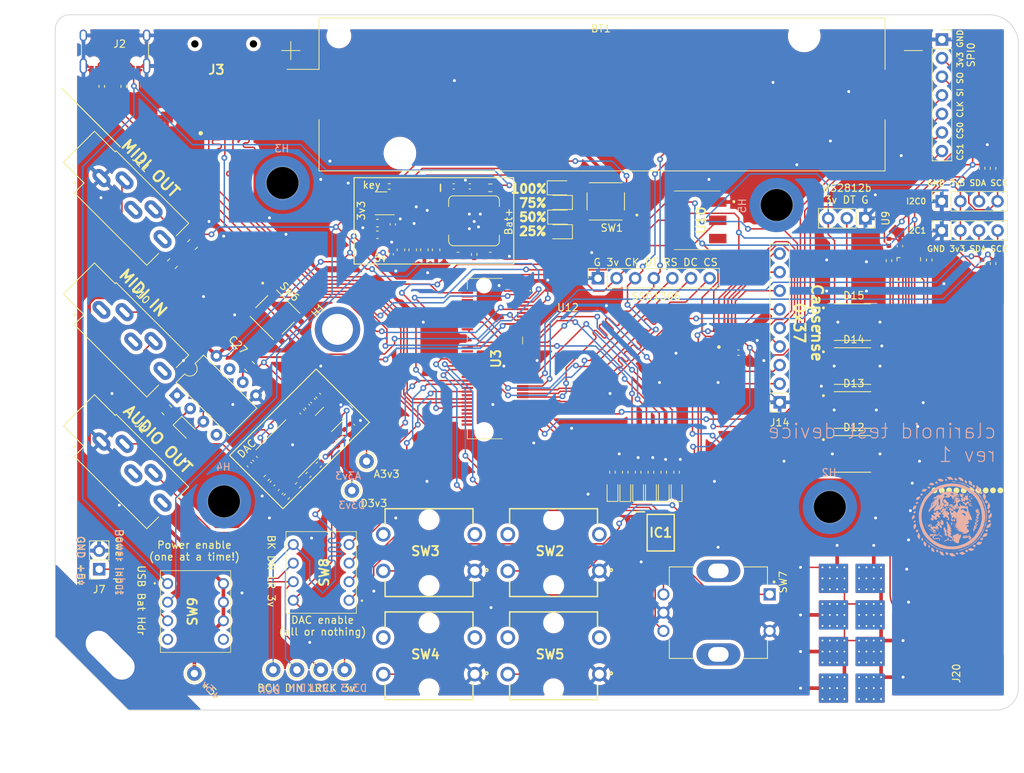
<source format=kicad_pcb>
(kicad_pcb (version 20211014) (generator pcbnew)
  (layers (0 "F.Cu" signal) (31 "B.Cu" signal) (34 "B.Paste" user) (35 "F.Paste" user) (36 "B.SilkS" user "B.Silkscreen") (37 "F.SilkS" user "F.Silkscreen") (38 "B.Mask" user) (39 "F.Mask" user) (44 "Edge.Cuts" user))
  (net 0 "")
  (net 4 "A3v3")
  (net 5 "GND")
  (net 6 "D3v3")
  (net 8 "Net-(C9-Pad1)")
  (net 9 "Net-(C12-Pad1)")
  (net 10 "Net-(C24-Pad1)")
  (net 11 "Net-(C10-Pad1)")
  (net 27 "SPI0_MISO")
  (net 28 "SPI0_generic0_cs")
  (net 29 "SPI0_generic1_cs")
  (net 31 "I2C1_SDA")
  (net 34 "I2C1_SCL")
  (net 35 "I2C_SCL")
  (net 36 "I2C_SDA")
  (net 37 "USB data in +")
  (net 38 "USB data in -")
  (net 39 "T01=MIDI OUT")
  (net 40 "Net-(J2-PadA5)")
  (net 41 "Net-(J2-PadB5)")
  (net 42 "Net-(C15-Pad1)")
  (net 43 "USB_Vin5v")
  (net 44 "Supply+5v")
  (net 45 "Batt+")
  (net 46 "Net-(D6-Pad1)")
  (net 47 "Net-(D6-Pad2)")
  (net 48 "Net-(R10-Pad2)")
  (net 49 "Net-(C7-Pad1)")
  (net 50 "Net-(C7-Pad2)")
  (net 51 "Net-(C8-Pad1)")
  (net 52 "Net-(C8-Pad2)")
  (net 53 "Net-(D1-Pad2)")
  (net 54 "Net-(D3-Pad2)")
  (net 55 "Net-(D1-Pad1)")
  (net 56 "T00 MIDI IN")
  (net 57 "SDIO_CS")
  (net 58 "SDIO_MOSI")
  (net 59 "SDIO_CLOCK")
  (net 60 "SDIO_MISO")
  (net 61 "I2S_LRCK")
  (net 62 "Net-(R1-Pad2)")
  (net 63 "I2S_DIN")
  (net 64 "Net-(R2-Pad2)")
  (net 65 "I2S_BCK")
  (net 66 "Net-(R3-Pad2)")
  (net 67 "Net-(R5-Pad1)")
  (net 69 "Net-(R6-Pad1)")
  (net 70 "Net-(R4-Pad1)")
  (net 71 "Net-(R12-Pad1)")
  (net 77 "Net-(C18-Pad1)")
  (net 78 "Net-(IC2-Pad5)")
  (net 79 "Net-(IC2-Pad7)")
  (net 80 "SPI0_SCK")
  (net 81 "SPI0_MOSI")
  (net 82 "OLED_RES")
  (net 83 "OLED_DC")
  (net 84 "OLED_CS")
  (net 85 "Net-(C30-Pad1)")
  (net 86 "WS2812_DATA")
  (net 87 "Net-(IC1-Pad4)")
  (net 88 "Net-(IC1-Pad5)")
  (net 89 "Net-(IC1-Pad6)")
  (net 90 "Net-(IC1-Pad7)")
  (net 91 "ENC_A")
  (net 92 "ENC_B")
  (net 93 "ENC_SWITCH")
  (net 94 "Net-(D5-Pad1)")
  (net 95 "GEN_LED1")
  (net 96 "Net-(D7-Pad1)")
  (net 97 "GEN_LED2")
  (net 98 "Net-(D8-Pad1)")
  (net 99 "GEN_LED3")
  (net 100 "Net-(D9-Pad1)")
  (net 101 "GEN_LED4")
  (net 102 "Net-(D10-Pad1)")
  (net 103 "GEN_LED5")
  (net 104 "Net-(D11-Pad1)")
  (net 105 "GEN_LED6")
  (net 108 "Net-(IC4-Pad1)")
  (net 109 "Net-(IC4-Pad2)")
  (net 110 "Net-(IC4-Pad8)")
  (net 111 "Net-(IC4-Pad9)")
  (net 112 "Net-(IC4-Pad12)")
  (net 113 "Net-(IC4-Pad13)")
  (net 115 "Net-(IC4-Pad11)")
  (net 116 "Net-(IC4-Pad10)")
  (net 117 "Net-(J20-Pad7)")
  (net 118 "Net-(SW6-Pad1)")
  (net 119 "+3V3")
  (net 124 "Net-(J10-Pad4)")
  (net 126 "Net-(J11-Pad2)")
  (net 127 "Net-(J20-Pad8)")
  (net 131 "Net-(J11-Pad4)")
  (net 133 "Net-(J20-Pad9)")
  (net 134 "Net-(J20-Pad2)")
  (net 135 "Net-(J20-Pad3)")
  (net 136 "Net-(J20-Pad4)")
  (net 137 "Net-(J20-Pad5)")
  (net 138 "Net-(J20-Pad6)")
  (net 139 "Net-(J20-Pad10)")
  (net 140 "Net-(J20-Pad11)")
  (net 144 "Net-(C5-Pad1)")
  (net 145 "Net-(R1-Pad1)")
  (net 146 "Net-(R2-Pad1)")
  (net 147 "Net-(R3-Pad1)")
  (net 148 "Net-(C17-Pad1)")
  (net 152 "/5v tap input")
  (net 155 "Net-(D12-Pad2)")
  (net 156 "Net-(D13-Pad2)")
  (net 157 "Net-(D14-Pad2)")
  (net 158 "Net-(U9-Pad2)")
  (footprint "LED_SMD:LED_0603_1608Metric" (layer "F.Cu") (at 171.493312 90.459542 90)
    (fp_text reference "D5" hide)
    (fp_text value "blue")
  )
  (footprint "Capacitor_SMD:C_0402_1005Metric" (layer "F.Cu") (at 127.222488 81.710797 -45)
    (fp_text reference "C4" hide)
    (fp_text value "0.1uF")
  )
  (footprint "Capacitor_SMD:C_0603_1608Metric" (layer "F.Cu") (at 130.645804 55.512034 180)
    (fp_text reference "C28" hide)
    (fp_text value "0.22uF")
  )
  (footprint "Resistor_SMD:R_0402_1005Metric" (layer "F.Cu") (at 164.493312 87.949542 90)
    (fp_text reference "R38" hide)
    (fp_text value "470R")
  )
  (footprint "Connector_PinSocket_2.54mm:PinSocket_1x09_P2.54mm_Vertical" (layer "F.Cu") (at 185.566565 78.397523 180)
    (fp_text reference "J14")
    (fp_text value "touch_conn_capsense")
  )
  (footprint "Capacitor_SMD:C_0603_1608Metric" (layer "F.Cu") (at 135.460804 57.572034 -90)
    (fp_text reference "C21" hide)
    (fp_text value "22uF")
  )
  (footprint "LED_SMD:LED_0603_1608Metric" (layer "F.Cu") (at 169.743312 90.459542 90)
    (fp_text reference "D7" hide)
    (fp_text value "blue")
  )
  (footprint "Resistor_SMD:R_0402_1005Metric" (layer "F.Cu") (at 169.743312 87.949542 90)
    (fp_text reference "R35" hide)
    (fp_text value "470R")
  )
  (footprint "Resistor_SMD:R_0402_1005Metric" (layer "F.Cu") (at 213.198312 46.424542 90)
    (fp_text reference "R40" hide)
    (fp_text value "4.7k")
  )
  (footprint "Diode_SMD:D_SOD-323" (layer "F.Cu") (at 104.418164 81.972517 -45)
    (fp_text reference "D6" hide)
    (fp_text value "1N4148WS")
  )
  (footprint "Connector_PinSocket_2.54mm:PinSocket_1x02_P2.54mm_Vertical" (layer "F.Cu") (at 92.660804 101.197034 180)
    (fp_text reference "J7")
    (fp_text value "header_power tap")
  )
  (footprint "TestPoint:TestPoint_THTPad_D2.0mm_Drill1.0mm" (layer "F.Cu") (at 122.910804 114.947034 90)
    (fp_text reference "TP4" hide)
    (fp_text value "TestPoint")
  )
  (footprint "Package_DIP:DIP-8_W7.62mm" (layer "F.Cu") (at 103.286793 77.447034 45)
    (fp_text reference "U8" hide)
    (fp_text value "6N138")
  )
  (footprint "Capacitor_SMD:C_0402_1005Metric" (layer "F.Cu") (at 132.460804 58.177034 90)
    (fp_text reference "C23" hide)
    (fp_text value "0.1uF")
  )
  (footprint "Resistor_SMD:R_0402_1005Metric" (layer "F.Cu") (at 132.260804 48.912034 180)
    (fp_text reference "R10" hide)
    (fp_text value "10k")
  )
  (footprint "Capacitor_SMD:C_0402_1005Metric" (layer "F.Cu") (at 132.745804 54.092034 90)
    (fp_text reference "C26" hide)
    (fp_text value "10uF")
  )
  (footprint "Capacitor_SMD:C_0402_1005Metric" (layer "F.Cu") (at 122.566357 77.485667 -45)
    (fp_text reference "C14" hide)
    (fp_text value "0.1uF")
  )
  (footprint "Capacitor_SMD:C_0402_1005Metric" (layer "F.Cu") (at 200.468792 56.552042 90)
    (fp_text reference "C25" hide)
    (fp_text value "0.1uF")
  )
  (footprint "LED_SMD:LED_0603_1608Metric" (layer "F.Cu") (at 166.243312 90.449542 90)
    (fp_text reference "D9" hide)
    (fp_text value "green")
  )
  (footprint "Capacitor_SMD:C_0603_1608Metric" (layer "F.Cu") (at 141.660804 58.397034 180)
    (fp_text reference "C18" hide)
    (fp_text value "22uF")
  )
  (footprint "Capacitor_SMD:C_0603_1608Metric" (layer "F.Cu") (at 137.060804 57.572034 -90)
    (fp_text reference "C20" hide)
    (fp_text value "22uF")
  )
  (footprint "SamacSys_Parts:SOP65P640X110-16N" (layer "F.Cu") (at 169.323312 96.209542)
    (fp_text reference "IC1")
    (fp_text value "PCA9554APW,118" hide)
  )
  (footprint "clarinoid2:Sinhoo SMTSO2530CTJ" (layer "F.Cu") (at 125.198312 68.434542 45)
    (fp_text reference "H1")
    (fp_text value "M.2 riser 2.5mm")
  )
  (footprint "clarinoid2:Teensy_4.0_MicroMod outline fab" (layer "F.Cu") (at 142.698312 69.734542 180)
    (fp_text reference "U2" hide)
    (fp_text value "Micromod outline" hide)
  )
  (footprint "SamacSys_Parts:SOIC127P599X155-9N" (layer "F.Cu") (at 136.655804 52.072034 -90)
    (fp_text reference "IC2" hide)
    (fp_text value "Injoinic IP5306 battery charge" hide)
  )
  (footprint "SamacSys_Parts:ABPMAND001PG2A3" (layer "F.Cu") (at 174.305804 53.532034 -90)
    (fp_text reference "U10")
    (fp_text value "Pressure1_0x28_I2C0" hide)
  )
  (footprint "clarinoid2:SSD1306_128x64_approximate" (layer "F.Cu") (at 154.373948 59.9462)
    (fp_text reference "U12")
    (fp_text value "ssd1306_graphic")
  )
  (footprint "Capacitor_SMD:C_0402_1005Metric" (layer "F.Cu") (at 117.439141 90.638545 45)
    (fp_text reference "C12" hide)
    (fp_text value "2.2uF")
  )
  (footprint "SamacSys_Parts:B3F-4055" (layer "F.Cu") (at 137.698312 113.034542)
    (fp_text reference "SW4")
    (fp_text value "SW_Push" hide)
  )
  (footprint "Battery:BatteryHolder_Keystone_1042_1x18650" (layer "F.Cu") (at 161.318304 36.346568)
    (fp_text reference "BT1")
    (fp_text value "Battery_Cell")
  )
  (footprint "clarinoid2:Inductor_MCS0630-1R0MN2" (layer "F.Cu") (at 143.860804 57.012034)
    (fp_text reference "L1" hide)
    (fp_text value "1uH")
  )
  (footprint "Resistor_SMD:R_0402_1005Metric" (layer "F.Cu") (at 205.993312 58.949542 -90)
    (fp_text reference "R4" hide)
    (fp_text value "10k")
  )
  (footprint "clarinoid2:dip switch XKB DS-04RP" (layer "F.Cu") (at 126.780804 105.447034 90)
    (fp_text reference "SW8")
    (fp_text value "DIP_x4 blue dac enable" hide)
  )
  (footprint "SamacSys_Parts:B3F-4055" (layer "F.Cu") (at 137.698312 98.934542)
    (fp_text reference "SW3")
    (fp_text value "SW_Push" hide)
  )
  (footprint "Resistor_SMD:R_0402_1005Metric" (layer "F.Cu") (at 214.698312 46.434542 90)
    (fp_text reference "R41" hide)
    (fp_text value "4.7k")
  )
  (footprint "LED_SMD:LED_0603_1608Metric" (layer "F.Cu") (at 162.743312 90.449542 90)
    (fp_text reference "D11" hide)
    (fp_text value "red")
  )
  (footprint "LED_SMD:LED_0805_2012Metric" (layer "F.Cu") (at 155.580804 55.096568 180)
    (fp_text reference "D1" hide)
    (fp_text value "25%")
  )
  (footprint "Capacitor_SMD:C_0402_1005Metric" (layer "F.Cu") (at 143.260804 48.897034 180)
    (fp_text reference "C15" hide)
    (fp_text value "10uF")
  )
  (footprint "clarinoid2:SWITCHCRAFT_35RAPC4BV4_OvalHoles" (layer "F.Cu") (at 95.660804 68.447034 -45)
    (fp_text reference "J10")
    (fp_text value "MIDI IN")
  )
  (footprint "clarinoid2:DecorativeGroundPad" (layer "F.Cu") (at 186.160804 123.197034 90)
    (fp_text reference "U5" hide)
    (fp_text value "decor padarray")
  )
  (footprint "Capacitor_SMD:C_0402_1005Metric" (layer "F.Cu") (at 110.782125 71.365916 -45)
    (fp_text reference "C27")
    (fp_text value "0.1uF")
  )
  (footprint "Capacitor_SMD:C_0402_1005Metric" (layer "F.Cu") (at 113.161837 86.890188 135)
    (fp_text reference "C8" hide)
    (fp_text value "2.2uF")
  )
  (footprint "Capacitor_SMD:C_0402_1005Metric" (layer "F.Cu") (at 125.677627 83.283943 135)
    (fp_text reference "C5" hide)
    (fp_text value "10uF")
  )
  (footprint "NetTie:NetTie-2_SMD_Pad0.5mm" (layer "F.Cu") (at 124.051281 85.475974 -135)
    (fp_text reference "NT1" hide)
    (fp_text value "NetTie_2")
  )
  (footprint "Capacitor_SMD:C_0402_1005Metric" (layer "F.Cu") (at 116.321912 89.493032 45)
    (fp_text reference "C9" hide)
    (fp_text value "2.2uF")
  )
  (footprint "Connector_PinSocket_2.54mm:PinSocket_1x04_P2.54mm_Vertical" (layer "F.Cu") (at 207.698312 50.934542 90)
    (fp_text reference "J5" hide)
    (fp_text value "header_i2c")
  )
  (footprint "LED_SMD:LED_0603_1608Metric" (layer "F.Cu") (at 167.993312 90.449542 90)
    (fp_text reference "D8" hide)
    (fp_text value "green")
  )
  (footprint "clarinoid2:LED_WS2812B-B Worldsemi" (layer "F.Cu") (at 195.510804 79.447034)
    (fp_text reference "D13")
    (fp_text value "WS2812B")
  )
  (footprint "LED_SMD:LED_0805_2012Metric" (layer "F.Cu") (at 155.580804 53.096568)
    (fp_text reference "D2" hide)
    (fp_text value "50%")
  )
  (footprint "Package_TO_SOT_SMD:SOT-23-5" (layer "F.Cu") (at 131.145804 51.212034 180)
    (fp_text reference "U11" hide)
    (fp_text value "TLV75733PDBV")
  )
  (footprint "Resistor_SMD:R_0402_1005Metric" (layer "F.Cu") (at 118.253006 91.27425 -135)
    (fp_text reference "R6" hide)
    (fp_text value "470R")
  )
  (footprint "SamacSys_Parts:B3F-4055" (layer "F.Cu") (at 154.698312 98.934542)
    (fp_text reference "SW2")
    (fp_text value "SW_Push" hide)
  )
  (footprint "Capacitor_SMD:C_0402_1005Metric" (layer "F.Cu") (at 201.993312 57.059542 90)
    (fp_text reference "C24" hide)
    (fp_text value "0.1uF")
  )
  (footprint "Capacitor_SMD:C_0402_1005Metric" (layer "F.Cu") (at 121.85925 78.192774 -45)
    (fp_text reference "C11" hide)
    (fp_text value "10uF")
  )
  (footprint "Resistor_SMD:R_0402_1005Metric" (layer "F.Cu") (at 171.493312 87.949542 90)
    (fp_text reference "R34" hide)
    (fp_text value "470R")
  )
  (footprint "Capacitor_SMD:C_0402_1005Metric" (layer "F.Cu") (at 124.885667 84.047618 135)
    (fp_text reference "C6" hide)
    (fp_text value "0.1uF")
  )
  (footprint "TestPoint:TestPoint_THTPad_D2.0mm_Drill1.0mm" (layer "F.Cu") (at 119.660804 114.947034 90)
    (fp_text reference "TP2" hide)
    (fp_text value "TestPoint")
  )
  (footprint "Capacitor_SMD:C_0603_1608Metric" (layer "F.Cu") (at 138.660804 57.572034 -90)
    (fp_text reference "C17" hide)
    (fp_text value "22uF")
  )
  (footprint "clarinoid2:Pad_Plain" (layer "F.Cu") (at 94.160804 112.947034 -135)
    (fp_text reference "TP7" hide)
    (fp_text value "TestPoint")
  )
  (footprint "Resistor_SMD:R_0805_2012Metric" (layer "F.Cu") (at 102.660804 59.447034 45)
    (fp_text reference "R21" hide)
    (fp_text value "47R")
  )
  (footprint "TestPoint:TestPoint_THTPad_D2.0mm_Drill1.0mm" (layer "F.Cu") (at 116.410804 114.947034 90)
    (fp_text reference "TP1" hide)
    (fp_text value "TestPoint")
  )
  (footprint "Resistor_SMD:R_0805_2012Metric" (layer "F.Cu") (at 113.195127 73.496075 135)
    (fp_text reference "R22" hide)
    (fp_text value "470R")
  )
  (footprint "LED_SMD:LED_0805_2012Metric" (layer "F.Cu") (at 155.518304 49.096568)
    (fp_text reference "D4" hide)
    (fp_text value "100%")
  )
  (footprint "Resistor_SMD:R_0402_1005Metric" (layer "F.Cu") (at 166.243312 87.949542 90)
    (fp_text reference "R37" hide)
    (fp_text value "470R")
  )
  (footprint "Package_DFN_QFN:UQFN-20_3x3mm_P0.4mm" (layer "F.Cu") (at 203.193312 60.239542 -90)
    (fp_text reference "U4" hide)
    (fp_text value "MPR121, 0x5A")
  )
  (footprint "Resistor_SMD:R_0402_1005Metric" (layer "F.Cu") (at 143.860804 58.197034 -90)
    (fp_text reference "R11" hide)
    (fp_text value "0.5R")
  )
  (footprint "clarinoid2:SOFNG TF-15x15 (LCSC C111196)" (layer "F.Cu") (at 108.62 33.3625 180)
    (fp_text reference "J3")
    (fp_text value "microSD SOFNG TF-15x15" hide)
  )
  (footprint "Resistor_SMD:R_0402_1005Metric" (layer "F.Cu") (at 122.644139 86.911401 -135)
    (fp_text reference "R3" hide)
    (fp_text value "22R")
  )
  (footprint "Connector_PinSocket_2.54mm:PinSocket_1x07_P2.54mm_Vertical" (layer "F.Cu") (at 207.723312 28.834542)
    (fp_text reference "J4" hide)
    (fp_text value "header_spi")
  )
  (footprint "Capacitor_SMD:C_0402_1005Metric" (layer "F.Cu") (at 121.081433 78.970592 135)
    (fp_text reference "C13" hide)
    (fp_text value "0.1uF")
  )
  (footprint "clarinoid2:SWITCHCRAFT_35RAPC4BV4_OvalHoles" (layer "F.Cu") (at 95.660804 86.447034 -45)
    (fp_text reference "J1")
    (fp_text value "AudioOut")
  )
  (footprint "TestPoint:TestPoint_THTPad_D2.0mm_Drill1.0mm" (layer "F.Cu") (at 126.160804 114.947034 90)
    (fp_text reference "TP3" hide)
    (fp_text value "TestPoint")
  )
  (footprint "TestPoint:TestPoint_THTPad_D2.0mm_Drill1.0mm" (layer "F.Cu") (at 129.160804 86.447034)
    (fp_text reference "TP8" hide)
    (fp_text value "TestPoint")
  )
  (footprint "clarinoid2:dip switch XKB DS-04RP" (layer "F.Cu") (at 102.005804 103.165034 -90)
    (fp_text reference "SW9")
    (fp_text value "DIP_x4 red power source" hide)
  )
  (footprint "CapTouchSliders:CaptouchSlider_Masked_H3x3_A1.0mm_x12" (layer "F.Cu") (at 213.698312 115.434542 90)
    (fp_text reference "J20")
    (fp_text value "CapTouchSlider3")
  )
  (footprint "Resistor_SMD:R_0402_1005Metric" (layer "F.Cu") (at 119.815712 89.739828 45)
    (fp_text reference "R1" hide)
    (fp_text value "22R")
  )
  (footprint "LED_SMD:LED_0603_1608Metric" (layer "F.Cu") (at 164.493312 90.459542 90)
    (fp_text reference "D10" hide)
    (fp_text value "red")
  )
  (footprint "Capacitor_SMD:C_0402_1005Metric" (layer "F.Cu") (at 126.478342 82.454944 -45)
    (fp_text reference "C3" hide)
    (fp_text value "10uF")
  )
  (footprint "Resistor_SMD:R_0402_1005Metric" (layer "F.Cu") (at 93.018304 35.236568 90)
    (fp_text reference "R7" hide)
    (fp_text value "5.1k")
  )
  (footprint "Package_SO:TSSOP-20_4.4x6.5mm_P0.65mm" (layer "F.Cu") (at 118.995468 84.733512 45)
    (fp_text reference "U1" hide)
    (fp_text value "PCM5102A")
  )
  (footprint "Resistor_SMD:R_0402_1005Metric" (layer "F.Cu") (at 96.018304 35.236568 90)
    (fp_text reference "R8" hide)
    (fp_text value "5.1k")
  )
  (footprint "TestPoint:TestPoint_THTPad_D2.0mm_Drill1.0mm" (layer "F.Cu") (at 105.660804 115.447034)
    (fp_text reference "TP5" hide)
    (fp_text value "TestPoint")
  )
  (footprint "LED_SMD:LED_0805_2012Metric" (layer "F.Cu") (at 155.580804 51.096568 180)
    (fp_text reference "D3" hide)
    (fp_text value "75%")
  )
  (footprint "Connector_PinSocket_2.54mm:PinSocket_1x07_P2.54mm_Vertical" (layer "F.Cu") (at 160.760804 61.447034 90)
    (fp_text reference "J12" hide)
    (fp_text value "SSD1306")
  )
  (footprint "clarinoid2:LED_WS2812B-B Worldsemi" (layer "F.Cu") (at 195.510804 85.447034)
    (fp_text reference "D12")
    (fp_text value "WS2812B")
  )
  (footprint "SamacSys_Parts:QFN50P300X300X60-17N-D" (layer "F.Cu") (at 178.766565 68.947523 90)
    (fp_text reference "IC4" hide)
    (fp_text value "CY8CMBR3108-LQXIT" hide)
  )
  (footprint "Resistor_SMD:R_0402_1005Metric" (layer "F.Cu") (at 213.198312 59.444542 -90)
    (fp_text reference "R13" hide)
    (fp_text value "4.7k")
  )
  (footprint "clarinoid2:USB_C_Receptacle_XKB_U262-16XN-4BVC11" (layer "F.Cu") (at 94.818304 29.346568 180)
    (fp_text reference "J2")
    (fp_text value "XKB_U262-16XN-4BVC11 USB-C recept")
  )
  (footprint "SamacSys_Parts:B3F-4055" (layer "F.Cu") (at 154.698312 113.034542)
    (fp_text reference "SW5")
    (fp_text value "SW_Push" hide)
  )
  (footprint "Connector_PinSocket_2.54mm:PinSocket_1x04_P2.54mm_Vertical" (layer "F.Cu") (at 207.698312 54.934542 90)
    (fp_text reference "J6" hide)
    (fp_text value "header_i2c1")
  )
  (footprint "Capacitor_SMD:C_0402_1005Metric" (layer "F.Cu") (at 120.374326 79.677698 135)
    (fp_text reference "C10" hide)
    (fp_text value "10uF")
  )
  (footprint "Resistor_SMD:R_0402_1005Metric" (layer "F.Cu") (at 167.993312 87.949542 90)
    (fp_text reference "R36" hide)
    (fp_text value "470R")
  )
  (footprint "SamacSys_Parts:21992304" (layer "F.Cu") (at 146.848312 72.434542 -90)
    (fp_text reference "U3")
    (fp_text value "APCI0108-P001A Teensy_4.0_MicroMod" hide)
  )
  (footprint "clarinoid2:SWITCHCRAFT_35RAPC4BV4_OvalHoles" (layer "F.Cu") (at 95.660804 50.447034 -45)
    (fp_text reference "J11")
    (fp_text value "MIDI OUT")
  )
  (footprint "clarinoid2:LED_WS2812B-B Worldsemi" (layer "F.Cu") (at 195.510804 73.447034)
    (fp_text reference "D14")
    (fp_text value "WS2812B")
  )
  (footprint "Resistor_SMD:R_0603_1608Metric" (layer "F.Cu") (at 146.060804 49.097034 180)
    (fp_text reference "R9" hide)
    (fp_text value "2R")
  )
  (footprint "Resistor_SMD:R_0402_1005Metric" (layer "F.Cu") (at 115.529953 88.729357 -135)
    (fp_text reference "R5" hide)
    (fp_text value "470R")
  )
  (footprint "Capacitor_SMD:C_0603_1608Metric" (layer "F.Cu") (at 133.860804 57.572034 -90)
    (fp_text reference "C22" hide)
    (fp_text value "22uF")
  )
  (footprint "Resistor_SMD:R_0402_1005Metric" (layer "F.Cu") (at 121.236996 88.318543 -135)
    (fp_text reference "R2" hide)
    (fp_text value "22R")
  )
  (footprint "Resistor_SMD:R_0402_1005Metric" (layer "F.Cu") (at 200.493312 59.049542 90)
    (fp_text reference "R12" hide)
    (fp_text value "75k")
  )
  (footprint "clarinoid2:LED_WS2812B-B Worldsemi" (layer "F.Cu") (at 195.510804 67.447034)
    (fp_text reference "D15")
    (fp_text value "WS2812B")
  )
  (footprint "Capacitor_SMD:C_0603_1608Metric" (layer "F.Cu") (at 146.060804 58.397034)
    (fp_text reference "C19" hide)
    (fp_text value "22uF")
  )
  (footprint "Capacitor_SMD:C_0402_1005Metric" (layer "F.Cu") (at 141.060804 48.897034)
    (fp_text reference "C16" hide)
    (fp_text value "10uF")
  )
  (footprint "Resistor_SMD:R_0805_2012Metric" (layer "F.Cu") (at 105.41852 56.830738 45)
    (fp_text reference "R20" hide)
    (fp_text value "47R")
  )
  (footprint "Capacitor_SMD:C_0402_1005Metric" (layer "F.Cu") (at 179.941565 71.607523)
    (fp_text reference "C30" hide)
    (fp_text value "0.1uF")
  )
  (footprint "Resistor_SMD:R_0402_1005Metric" (layer "F.Cu") (at 214.698312 59.444542 -90)
    (fp_text reference "R14" hide)
    (fp_text value "4.7k")
  )
  (footprint "clarinoid2:XKB switch jlcpcb SW_TS-1187A-B-A-B" (layer "F.Cu") (at 161.823304 50.947034 180)
    (fp_text reference "SW1")
    (fp_text value "SW_Push")
  )
  (footprint "Capacitor_SMD:C_0603_1608Metric" (layer "F.Cu") (at 130.645804 53.912034 180)
    (fp_text reference "C29" hide)
    (fp_text value "0.1uF")
  )
  (footprint "TestPoint:TestPoint_THTPad_D2.0mm_Drill1.0mm" (layer "F.Cu") (at 127.160804 90.447034)
    (fp_text reference "TP6" hide)
    (fp_text value "TestPoint")
  )
  (footprint "clarinoid2:Bourns_ENC_PEC11R-4215F-S0024" (layer "F.Cu") (at 177.198312 107.134542 -90)
    (fp_text reference "SW7")
    (fp_text value "RotaryEncoder_Switch_ABC12")
  )
  (footprint "Capacitor_SMD:C_0402_1005Metric" (layer "F.Cu") (at 113.939654 86.11237 -45)
    (fp_text reference "C7" hide)
    (fp_text value "2.2uF")
  )
  (footprint "Connector_PinSocket_2.54mm:PinSocket_1x03_P2.54mm_Vertical" (layer "F.Cu") (at 197.273312 53.259542 -90)
    (fp_text reference "U9")
    (fp_text value "WS2812")
  )
  (footprint "Resistor_SMD:R_0402_1005Metric" (layer "F.Cu") (at 162.743312 87.949542 90)
    (fp_text reference "R39" hide)
    (fp_text value "470R")
  )
  (footprint "Resistor_SMD:R_0805_2012Metric" (layer "F.Cu") (at 101.881419 79.435772 -45)
    (fp_text reference "R19" hide)
    (fp_text value "220R")
  )
  (footprint "clarinoid2:XKB switch jlcpcb SW_TS-1187A-B-A-B" (layer "F.Cu") (at 116.660804 66.447034 -45)
    (fp_text reference "SW6")
    (fp_text value "SW_Push")
  )
  (footprint "Package_TO_SOT_SMD:SOT-23-5" (layer "F.Cu") (at 123.839149 80.738359 -135)
    (fp_text reference "U7" hide)
    (fp_text value "TLV75533PDBV")
  )
  (footprint "clarinoid2:Wurth Elektronik Reverse SMD Spacer M3" (layer "B.Cu") (at 192.410804 92.697034 180)
    (fp_text reference "H2")
    (fp_text value "MountingHole" hide)
  )
  (footprint "LOGO" (layer "B.Cu") (at 208.993312 94.199542 180)
    (fp_text reference "G***")
    (fp_text value "LOGO" hide)
  )
  (footprint "clarinoid2:Wurth Elektronik Reverse SMD Spacer M3" (layer "B.Cu") (at 109.698312 91.934542 180)
    (fp_text reference "H4")
    (fp_text value "MountingHole" hide)
  )
  (footprint "clarinoid2:Wurth Elektronik Reverse SMD Spacer M3" (layer "B.Cu") (at 185.160804 51.447034 -90)
    (fp_text reference "H5")
    (fp_text value "MountingHole" hide)
  )
  (footprint "clarinoid2:Wurth Elektronik Reverse SMD Spacer M3" (layer "B.Cu") (at 117.698312 48.434542 180)
    (fp_text reference "H3")
    (fp_text value "MountingHole" hide)
  )
  (gr_poly (pts (xy 110.469855 85.657727) (xy 117.753055 92.940926) (xy 129.561738 81.132243) (xy 122.278538 73.849043)) (layer "F.SilkS") (width 0.15) (fill none))
  (gr_line (start 95.5388 43.499246) (end 87.5388 35.499246) (layer "F.SilkS") (width 0.15))
  (gr_rect (start 127.460804 47.712034) (end 149.260804 59.512034) (layer "F.SilkS") (width 0.15) (fill none))
  (gr_line (start 88.660804 25.447034) (end 214.160804 25.447034) (layer "Edge.Cuts") (width 0.1))
  (gr_line (start 86.660804 110.447034) (end 86.660804 27.447034) (layer "Edge.Cuts") (width 0.1))
  (gr_line (start 218.160804 29.447034) (end 218.160804 117.447034) (layer "Edge.Cuts") (width 0.1))
  (gr_arc (start 214.160804 25.447034) (mid 216.989231 26.618607) (end 218.160804 29.447034) (layer "Edge.Cuts") (width 0.1))
  (gr_arc (start 218.160804 117.447034) (mid 217.282124 119.568354) (end 215.160804 120.447034) (layer "Edge.Cuts") (width 0.1))
  (gr_line (start 86.660804 110.447034) (end 96.660804 120.447034) (layer "Edge.Cuts") (width 0.1))
  (gr_arc (start 86.660804 27.447034) (mid 87.24659 26.03282) (end 88.660804 25.447034) (layer "Edge.Cuts") (width 0.1))
  (gr_line (start 215.160804 120.447034) (end 96.660804 120.447034) (layer "Edge.Cuts") (width 0.1))
  (gr_text "A3v3" (at 126.660804 88.447034) (layer "B.SilkS") (effects (font (size 1 1)) (justify mirror)))
  (gr_text "GND" (at 90.160804 98.197034 -270) (layer "B.SilkS") (effects (font (size 1 1)) (justify mirror)))
  (gr_text "DIN" (at 119.660804 117.447034) (layer "B.SilkS") (effects (font (size 1 1)) (justify mirror)))
  (gr_text "Power input" (at 95.410804 100.197034 -270) (layer "B.SilkS") (effects (font (size 1 1)) (justify mirror)))
  (gr_text "LRCK" (at 122.910804 117.447034) (layer "B.SilkS") (effects (font (size 1 1)) (justify mirror)))
  (gr_text "+5v" (at 90.160804 101.947034 -270) (layer "B.SilkS") (effects (font (size 1 1)) (justify mirror)))
  (gr_text "clarinoid test device\nrev 1" (at 215.243312 83.949542) (layer "B.SilkS") (effects (font (size 2 2)) (justify left mirror)))
  (gr_text "BCK" (at 115.910804 117.697034) (layer "B.SilkS") (effects (font (size 1 1)) (justify mirror)))
  (gr_text "D3v3" (at 127.160804 92.447034) (layer "B.SilkS") (effects (font (size 1 1)) (justify mirror)))
  (gr_text "D3v3" (at 127.410804 117.447034) (layer "B.SilkS") (effects (font (size 1 1)) (justify mirror)))
  (gr_text "+5v" (at 107.910804 117.697034 315) (layer "B.SilkS") (effects (font (size 1 1)) (justify mirror)))
  (gr_text "G 3v CK DT RS DC CS\n" (at 168.635061 59.278178) (layer "F.SilkS") (effects (font (size 1 1))))
  (gr_text "Power input" (at 95.410804 100.197034 270) (layer "F.SilkS") (effects (font (size 1 1))))
  (gr_text "MIDI IN" (at 98.660804 63.447034 315) (layer "F.SilkS") (effects (font (size 1.5 1.5) (thickness 0.3))))
  (gr_text "3v3" (at 128.445804 52.212034 90) (layer "F.SilkS") (effects (font (size 1 1))))
  (gr_text "key" (at 129.860804 48.712034) (layer "F.SilkS") (effects (font (size 1 1))))
  (gr_text "I2C0" (at 204.198312 50.934542) (layer "F.SilkS") (effects (font (size 0.8 0.8))))
  (gr_text "DAC enable\n(all or nothing)" (at 123.160804 108.947034) (layer "F.SilkS") (effects (font (size 1 1))))
  (gr_text "AUDIO OUT" (at 100.660804 83.447034 315) (layer "F.SilkS") (effects (font (size 1.5 1.5) (thickness 0.3))))
  (gr_text "GND" (at 90.160804 98.197034 270) (layer "F.SilkS") (effects (font (size 1 1))))
  (gr_text "Power enable\n(one at a time!)" (at 105.660804 98.697034) (layer "F.SilkS") (effects (font (size 1 1))))
  (gr_text "+5v" (at 90.160804 101.947034 270) (layer "F.SilkS") (effects (font (size 1 1))))
  (gr_text "5v" (at 131.060804 58.697034) (layer "F.SilkS") (effects (font (size 1 1))))
  (gr_text "DAC" (at 112.803307 84.738488 45) (layer "F.SilkS") (effects (font (size 1 1))))
  (gr_text "BCK DIN LRCK 3v" (at 120.910804 117.447034) (layer "F.SilkS") (effects (font (size 1 1))))
  (gr_text "GND 3v3 SDA SCK" (at 211.198312 57.434542) (layer "F.SilkS") (effects (font (size 0.8 0.8))))
  (gr_text "A3v3" (at 131.910804 88.197034) (layer "F.SilkS") (effects (font (size 1 1))))
  (gr_text "Capsense\n0x37" (at 189.460804 67.547034 270) (layer "F.SilkS") (effects (font (size 1.5 1.5) (thickness 0.3))))
  (gr_text "Bat+" (at 148.560804 53.697034 90) (layer "F.SilkS") (effects (font (size 1 1))))
  (gr_text "WS2812b\n3v DT G" (at 194.698312 49.934542) (layer "F.SilkS") (effects (font (size 1 1))))
  (gr_text "100%\n75%\n50%\n25%" (at 153.895804 52.136568) (layer "F.SilkS") (effects (font (size 1.2 1.2) (thickness 0.3)) (justify right)))
  (gr_text "MIDI OUT" (at 99.660804 46.447034 315) (layer "F.SilkS") (effects (font (size 1.5 1.5) (thickness 0.3))))
  (gr_text "USB Bat Hdr" (at 98.410804 105.447034 270) (layer "F.SilkS") (effects (font (size 1 1))))
  (gr_text "I2C1" (at 204.198312 54.934542) (layer "F.SilkS") (effects (font (size 0.8 0.8))))
  (gr_text "D3v3" (at 130.160804 92.197034) (layer "F.SilkS") (effects (font (size 1 1))))
  (gr_text "GND 3v3 SDA SCK" (at 211.198312 48.434542) (layer "F.SilkS") (effects (font (size 0.8 0.8))))
  (gr_text "BK DN LR 3v" (at 116.160804 101.447034 270) (layer "F.SilkS") (effects (font (size 1 1))))
  (gr_text "SSD1306\n" (at 168.698312 63.934542) (layer "F.SilkS") (effects (font (size 1 1))))
  (gr_text "CS1 CS0 CLK SI SO 3v3 GND" (at 210.198312 36.434542 90) (layer "F.SilkS") (effects (font (size 0.8 0.8))))
  (gr_text "+5v" (at 107.910804 117.697034 -45) (layer "F.SilkS") (effects (font (size 1 1))))
  (gr_text "SPI0" (at 211.698312 30.934542 90) (layer "F.SilkS") (effects (font (size 1 1))))
  (segment (start 117.545899 79.81912) (end 121.717829 75.64719) (width 0.2) (layer "F.Cu") (net 4))
  (segment (start 124.260648 75.64719) (end 124.260804 75.647034) (width 0.2) (layer "F.Cu") (net 4))
  (segment (start 118.120423 87.906654) (end 118.581814 87.445262) (width 0.2) (layer "F.Cu") (net 4))
  (segment (start 127.445394 78.831624) (end 129.160804 80.547034) (width 0.2) (layer "F.Cu") (net 4))
  (segment (start 114.669658 83.232761) (end 114.903087 83.46619) (width 0.2) (layer "F.Cu") (net 4))
  (segment (start 116.083872 81.281146) (end 116.083872 81.677126) (width 0.2) (layer "F.Cu") (net 4))
  (segment (start 124.260804 75.647034) (end 127.445394 78.831624) (width 0.2) (layer "F.Cu") (net 4))
  (segment (start 117.545899 79.81912) (end 116.083872 81.281146) (width 0.2) (layer "F.Cu") (net 4))
  (segment (start 121.717829 75.64719) (end 124.260648 75.64719) (width 0.2) (layer "F.Cu") (net 4))
  (segment (start 118.581814 87.445262) (end 118.581814 84.709445) (width 0.2) (layer "F.Cu") (net 4))
  (segment (start 129.160804 80.547034) (end 129.160804 86.447034) (width 0.2) (layer "F.Cu") (net 4))
  (segment (start 127.445394 78.831624) (end 127.445394 80.809069) (width 0.2) (layer "F.Cu") (net 4))
  (segment (start 114.903087 83.46619) (end 114.903087 84.689318) (width 0.2) (layer "F.Cu") (net 4))
  (segment (start 127.445394 80.809069) (end 126.040019 82.214444) (width 0.2) (layer "F.Cu") (net 4))
  (segment (start 117.545899 83.67353) (end 117.545899 79.81912) (width 0.2) (layer "F.Cu") (net 4))
  (segment (start 118.581814 84.709445) (end 117.545899 83.67353) (width 0.2) (layer "F.Cu") (net 4))
  (segment (start 126.040019 82.214444) (end 123.706567 82.214444) (width 0.2) (layer "F.Cu") (net 4))
  (via (at 114.669658 83.232761) (size 0.8) (drill 0.4) (layers "F.Cu" "B.Cu") (net 4))
  (via (at 116.083872 81.677126) (size 0.8) (drill 0.4) (layers "F.Cu" "B.Cu") (net 4))
  (segment (start 114.669658 83.09134) (end 114.669658 83.232761) (width 0.2) (layer "B.Cu") (net 4))
  (segment (start 116.083872 81.677126) (end 114.669658 83.09134) (width 0.2) (layer "B.Cu") (net 4))
  (segment (start 142.780804 48.897034) (end 141.540804 48.897034) (width 0.2) (layer "F.Cu") (net 5))
  (segment (start 153.910804 62.686279) (end 153.910804 61.697034) (width 0.2) (layer "F.Cu") (net 5))
  (segment (start 152.448312 71.684542) (end 152.448312 72.684542) (width 0.2) (layer "F.Cu") (net 5))
  (segment (start 182.493312 69.949542) (end 181.241293 68.697523) (width 0.2) (layer "F.Cu") (net 5))
  (segment (start 142.780804 48.166534) (end 142.660804 48.046534) (width 0.2) (layer "F.Cu") (net 5))
  (segment (start 129.295804 53.912034) (end 128.655426 54.552412) (width 0.2) (layer "F.Cu") (net 5))
  (segment (start 151.184826 81.697034) (end 151.993312 82.50552) (width 0.2) (layer "F.Cu") (net 5))
  (segment (start 117.778552 90.299134) (end 116.377802 90.299134) (width 0.2) (layer "F.Cu") (net 5))
  (segment (start 146.835804 58.397034) (end 148.610804 58.397034) (width 0.2) (layer "F.Cu") (net 5))
  (segment (start 152.448312 73.179548) (end 152.448312 72.684542) (width 0.2) (layer "F.Cu") (net 5))
  (segment (start 132.460804 57.697034) (end 132.460804 56.647034) (width 0.2) (layer "F.Cu") (net 5))
  (segment (start 193.410804 100.947034) (end 193.410804 97.947034) (width 0.5) (layer "F.Cu") (net 5))
  (segment (start 150.473312 72.684542) (end 152.448312 72.684542) (width 0.2) (layer "F.Cu") (net 5))
  (segment (start 200.493312 58.079542) (end 200.493312 58.539542) (width 0.2) (layer "F.Cu") (net 5))
  (segment (start 111.121536 71.705327) (end 111.121536 69.486302) (width 0.2) (layer "F.Cu") (net 5))
  (segment (start 201.393312 59.439542) (end 200.493312 58.539542) (width 0.2) (layer "F.Cu") (net 5))
  (segment (start 201.485812 56.072042) (end 201.993312 56.579542) (width 0.2) (layer "F.Cu") (net 5))
  (segment (start 96.018304 36.054534) (end 96.910804 36.947034) (width 0.2) (layer "F.Cu") (net 5))
  (segment (start 151.993312 82.50552) (end 151.993312 83.949542) (width 0.2) (layer "F.Cu") (net 5))
  (segment (start 201.993312 56.579542) (end 200.493312 58.079542) (width 0.2) (layer "F.Cu") (net 5))
  (segment (start 150.473312 63.184542) (end 147.998312 63.184542) (width 0.2) (layer "F.Cu") (net 5))
  (segment (start 181.511076 72.697034) (end 183.410804 72.697034) (width 0.2) (layer "F.Cu") (net 5))
  (segment (start 126.667576 82.944532) (end 125.338215 82.944532) (width 0.2) (layer "F.Cu") (net 5))
  (segment (start 128.328586 80.880471) (end 127.561899 81.647158) (width 0.2) (layer "F.Cu") (net 5))
  (segment (start 194.410804 105.947034) (end 196.410804 105.947034) (width 0.2) (layer "F.Cu") (net 5))
  (segment (start 127.558531 82.053577) (end 126.817753 82.794355) (width 0.2) (layer "F.Cu") (net 5))
  (segment (start 125.338215 82.944532) (end 124.57454 83.708207) (width 0.2) (layer "F.Cu") (net 5))
  (segment (start 113.213658 67.39418) (end 113.213658 65.651539) (width 0.2) (layer "F.Cu") (net 5))
  (segment (start 191.410804 112.447034) (end 188.410804 112.447034) (width 0.5) (layer "F.Cu") (net 5))
  (segment (start 200.468792 56.072042) (end 201.485812 56.072042) (width 0.2) (layer "F.Cu") (net 5))
  (segment (start 96.910804 36.947034) (end 97.660804 36.947034) (width 0.2) (layer "F.Cu") (net 5))
  (segment (start 167.993312 86.199542) (end 168.243312 85.949542) (width 0.2) (layer "F.Cu") (net 5))
  (segment (start 207.993312 62.199542) (end 206.598292 63.594562) (width 0.2) (layer "F.Cu") (net 5))
  (segment (start 151.443318 74.184542) (end 152.448312 73.179548) (width 0.2) (layer "F.Cu") (net 5))
  (segment (start 185.913312 35.949542) (end 184.660804 34.697034) (width 0.5) (layer "F.Cu") (net 5))
  (segment (start 171.493312 86.699542) (end 171.993312 86.199542) (width 0.2) (layer "F.Cu") (net 5))
  (segment (start 137.060804 58.347034) (end 138.660804 58.347034) (width 0.2) (layer "F.Cu") (net 5))
  (segment (start 167.993312 87.439542) (end 167.993312 86.199542) (width 0.2) (layer "F.Cu") (net 5))
  (segment (start 118.030263 79.90112) (end 121.843369 76.088014) (width 0.2) (layer "F.Cu") (net 5))
  (segment (start 191.410804 107.447034) (end 188.410804 107.447034) (width 0.5) (layer "F.Cu") (net 5))
  (segment (start 124.88971 78.382024) (end 124.88971 79.687798) (width 0.2) (layer "F.Cu") (net 5))
  (segment (start 119.039662 88.825892) (end 118.580042 88.366273) (width 0.2) (layer "F.Cu") (net 5))
  (segment (start 194.410804 103.947034) (end 194.410804 105.947034) (width 0.2) (layer "F.Cu") (net 5))
  (segment (start 133.860804 58.347034) (end 133.860804 59.747034) (width 0.2) (layer "F.Cu") (net 5))
  (segment (start 169.743312 87.439542) (end 169.743312 86.449542) (width 0.2) (layer "F.Cu") (net 5))
  (segment (start 123.476757 84.777706) (end 123.087848 84.777706) (width 0.2) (layer "F.Cu") (net 5))
  (segment (start 194.993312 35.949542) (end 185.913312 35.949542) (width 0.5) (layer "F.Cu") (net 5))
  (segment (start 129.425804 51.212034) (end 132.283304 51.212034) (width 0.2) (layer "F.Cu") (net 5))
  (segment (start 118.030263 81.186688) (end 118.030263 79.90112) (width 0.2) (layer "F.Cu") (net 5))
  (segment (start 136.655804 52.967861) (end 135.650799 53.972866) (width 0.2) (layer "F.Cu") (net 5))
  (segment (start 124.546256 83.708207) (end 123.476757 84.777706) (width 0.2) (layer "F.Cu") (net 5))
  (segment (start 118.740385 81.771258) (end 118.614833 81.771258) (width 0.2) (layer "F.Cu") (net 5))
  (segment (start 119.410893 81.100751) (end 118.740385 81.771258) (width 0.2) (layer "F.Cu") (net 5))
  (segment (start 120.789751 82.479609) (end 119.065487 84.203873) (width 0.2) (layer "F.Cu") (net 5))
  (segment (start 202.793312 57.379542) (end 201.993312 56.579542) (width 0.2) (layer "F.Cu") (net 5))
  (segment (start 129.870804 53.912034) (end 129.870804 55.512034) (width 0.2) (layer "F.Cu") (net 5))
  (segment (start 116.377802 90.299134) (end 115.479902 91.197034) (width 0.2) (layer "F.Cu") (net 5))
  (segment (start 199.410804 103.947034) (end 199.410804 105.947034) (width 0.5) (layer "F.Cu") (net 5))
  (segment (start 118.740385 83.878772) (end 119.065487 84.203873) (width 0.2) (layer "F.Cu") (net 5))
  (segment (start 206.598292 68.475972) (end 206.656882 68.534562) (width 0.2) (layer "F.Cu") (net 5))
  (segment (start 150.473312 74.184542) (end 151.443318 74.184542) (width 0.2) (layer "F.Cu") (net 5))
  (segment (start 179.016565 68.697523) (end 180.266565 68.697523) (width 0.2) (layer "F.Cu") (net 5))
  (segment (start 122.5957 76.088014) (end 124.88971 78.382024) (width 0.2) (layer "F.Cu") (net 5))
  (segment (start 194.410804 108.947034) (end 194.410804 110.947034) (width 0.2) (layer "F.Cu") (net 5))
  (segment (start 127.561899 81.647158) (end 127.561899 82.050209) (width 0.2) (layer "F.Cu") (net 5))
  (segment (start 132.745804 53.612034) (end 133.495804 53.612034) (width 0.2) (layer "F.Cu") (net 5))
  (segment (start 121.843369 76.088014) (end 122.5957 76.088014) (width 0.2) (layer "F.Cu") (net 5))
  (segment (start 164.493312 86.279542) (end 164.493312 87.439542) (width 0.2) (layer "F.Cu") (net 5))
  (segment (start 199.410804 115.947034) (end 202.410804 115.947034) (width 0.5) (layer "F.Cu") (net 5))
  (segment (start 199.410804 110.947034) (end 202.410804 110.947034) (width 0.5) (layer "F.Cu") (net 5))
  (segment (start 152.58582 61.697034) (end 153.910804 61.697034) (width 0.2) (layer "F.Cu") (net 5))
  (segment (start 194.410804 113.947034) (end 194.410804 115.947034) (width 0.5) (layer "F.Cu") (net 5))
  (segment (start 148.610804 58.397034) (end 148.660804 58.447034) (width 0.2) (layer "F.Cu") (net 5))
  (segment (start 115.479902 91.197034) (end 114.910804 91.197034) (width 0.2) (layer "F.Cu") (net 5))
  (segment (start 199.410804 113.947034) (end 199.410804 115.947034) (width 0.5) (layer "F.Cu") (net 5))
  (segment (start 111.121536 69.486302) (end 113.213658 67.39418) (width 0.2) (layer "F.Cu") (net 5))
  (segment (start 150.273304 81.697034) (end 151.184826 81.697034) (width 0.2) (layer "F.Cu") (net 5))
  (segment (start 116.661324 89.153621) (end 117.156298 89.648596) (width 0.2) (layer "F.Cu") (net 5))
  (segment (start 171.493312 87.439542) (end 171.493312 86.699542) (width 0.2) (layer "F.Cu") (net 5))
  (segment (start 169.743312 86.449542) (end 169.993312 86.199542) (width 0.2) (layer "F.Cu") (net 5))
  (segment (start 202.793312 58.852042) (end 202.793312 57.379542) (width 0.2) (layer "F.Cu") (net 5))
  (segment (start 151.948312 71.184542) (end 152.448312 71.684542) (width 0.2) (layer "F.Cu") (net 5))
  (segment (start 206.598292 63.594562) (end 206.598292 68.475972) (width 0.2) (layer "F.Cu") (net 5))
  (segment (start 196.410804 110.947034) (end 194.410804 110.947034) (width 0.2) (layer "F.Cu") (net 5))
  (segment (start 120.742021 78.63118) (end 121.519839 77.853363) (width 0.2) (layer "F.Cu") (net 5))
  (segment (start 164.493312 87.439542) (end 162.743312 87.439542) (width 0.2) (layer "F.Cu") (net 5))
  (segment (start 117.156298 89.648596) (end 117.25777 89.750068) (width 0.2) (layer "F.Cu") (net 5))
  (segment (start 133.495804 53.612034) (end 133.760804 53.347034) (width 0.2) (layer "F.Cu") (net 5))
  (segment (start 121.519839 77.853363) (end 122.226946 77.146256) (width 0.2) (layer "F.Cu") (net 5))
  (segment (start 150.473312 64.684542) (end 151.912541 64.684542) (width 0.2) (layer "F.Cu") (net 5))
  (segment (start 126.660804 48.447034) (end 129.425804 51.212034) (width 0.2) (layer "F.Cu") (net 5))
  (segment (start 118.740385 81.771258) (end 118.740385 83.878772) (width 0.2) (layer "F.Cu") (net 5))
  (segment (start 151.098312 63.184542) (end 152.58582 61.697034) (width 0.2) (layer "F.Cu") (net 5))
  (segment (start 129.870804 53.912034) (end 129.295804 53.912034) (width 0.2) (layer "F.Cu") (net 5))
  (segment (start 206.656882 68.534562) (end 208.598292 68.534562) (width 0.2) (layer "F.Cu") (net 5))
  (segment (start 147.998312 63.184542) (end 147.260804 62.447034) (width 0.2) (layer "F.Cu") (net 5))
  (segment (start 181.241293 68.697523) (end 180.266565 68.697523) (width 0.2) (layer "F.Cu") (net 5))
  (segment (start 151.912541 64.684542) (end 153.910804 62.686279) (width 0.2) (layer "F.Cu") (net 5))
  (segment (start 166.243312 87.439542) (end 166.243312 85.949542) (width 0.2) (layer "F.Cu") (net 5))
  (segment (start 120.034915 79.338287) (end 120.742021 78.63118) (width 0.2) (layer "F.Cu") (net 5))
  (segment (start 120.055014 80.45663) (end 120.055014 79.358387) (width 0.2) (layer "F.Cu") (net 5))
  (segment (start 97.660804 36.947034) (end 98.168304 36.439534) (width 0.2) (layer "F.Cu") (net 5))
  (segment (start 199.410804 108.947034) (end 199.410804 110.947034) (width 0.5) (layer "F.Cu") (net 5))
  (segment (start 138.660804 58.347034) (end 140.835804 58.347034) (width 0.2) (layer "F.Cu") (net 5))
  (segment (start 98.168304 36.439534) (end 98.168304 33.016568) (width 0.2) (layer "F.Cu") (net 5))
  (segment (start 117.25777 89.750068) (end 117.778552 90.27085) (width 0.2) (layer "F.Cu") (net 5))
  (segment (start 119.065487 87.880829) (end 118.580042 88.366273) (width 0.2) (layer "F.Cu") (net 5))
  (segment (start 148.374282 71.947034) (end 149.124282 72.697034) (width 0.2) (layer "F.Cu") (net 5))
  (segment (start 96.018304 35.746568) (end 96.018304 36.054534) (width 0.2) (layer "F.Cu") (net 5))
  (segment (start 142.780804 48.897034) (end 142.780804 48.166534) (width 0.2) (layer "F.Cu") (net 5))
  (segment (start 132.460804 56.647034) (end 132.591182 56.516656) (width 0.2) (layer "F.Cu") (net 5))
  (segment (start 198.410804 100.947034) (end 198.410804 97.947034) (width 0.5) (layer "F.Cu") (net 5))
  (segment (start 142.723304 71.947034) (end 148.374282 71.947034) (width 0.2) (layer "F.Cu") (net 5))
  (segment (start 135.460804 58.347034) (end 137.060804 58.347034) (width 0.2) (layer "F.Cu") (net 5))
  (segment (start 124.88971 78.382024) (end 125.248115 78.740428) (width 0.2) (layer "F.Cu") (net 5))
  (segment (start 180.421565 71.607523) (end 181.511076 72.697034) (width 0.2) (layer "F.Cu") (net 5))
  (segment (start 119.410893 81.100751) (end 120.055014 80.45663) (width 0.2) (layer "F.Cu") (net 5))
  (segment (start 163.660804 85.447034) (end 164.493312 86.279542) (width 0.2) (layer "F.Cu") (net 5))
  (segment (start 151.948312 71.184542) (end 150.473312 71.184542) (width 0.2) (layer "F.Cu") (net 5))
  (segment (start 133.860804 58.347034) (end 135.460804 58.347034) (width 0.2) (layer "F.Cu") (net 5))
  (segment (start 149.124282 72.697034) (end 150.273304 72.697034) (width 0.2) (layer "F.Cu") (net 5))
  (segment (start 125.248115 78.740428) (end 125.660303 78.740428) (width 0.2) (layer "F.Cu") (net 5))
  (segment (start 118.614833 81.771258) (end 118.030263 81.186688) (width 0.2) (layer "F.Cu") (net 5))
  (segment (start 119.065487 84.203873) (end 119.065487 87.880829) (width 0.2) (layer "F.Cu") (net 5))
  (segment (start 201.805812 59.439542) (end 201.393312 59.439542) (width 0.2) (layer "F.Cu") (net 5))
  (segment (start 191.410804 117.447034) (end 188.410804 117.447034) (width 0.5) (layer "F.Cu") (net 5))
  (segment (start 191.410804 100.947034) (end 188.410804 100.947034) (width 0.2) (layer "F.Cu") (net 5))
  (segment (start 133.860804 59.747034) (end 133.160804 60.447034) (width 0.2) (layer "F.Cu") (net 5))
  (via (at 192.760804 85.447034) (size 0.8) (drill 0.4) (layers "F.Cu" "B.Cu") (net 5))
  (via (at 188.410804 107.447034) (size 0.8) (drill 0.4) (layers "F.Cu" "B.Cu") (net 5))
  (via (at 203.410804 93.197034) (size 0.8) (drill 0.4) (layers "F.Cu" "B.Cu") (net 5))
  (via (at 147.260804 62.447034) (size 0.8) (drill 0.4) (layers "F.Cu" "B.Cu") (net 5))
  (via (at 136.910804 67.447034) (size 0.8) (drill 0.4) (layers "F.Cu" "B.Cu") (net 5))
  (via (at 175.910804 47.947034) (size 0.8) (drill 0.4) (layers "F.Cu" "B.Cu") (net 5))
  (via (at 141.160804 34.447034) (size 0.8) (drill 0.4) (layers "F.Cu" "B.Cu") (net 5))
  (via (at 163.660804 85.447034) (size 0.8) (drill 0.4) (layers "F.Cu" "B.Cu") (net 5))
  (via (at 135.650799 53.972866) (size 0.8) (drill 0.4) (layers "F.Cu" "B.Cu") (net 5))
  (via (at 135.948312 51.684542) (size 0.8) (drill 0.4) (layers "F.Cu" "B.Cu") (net 5))
  (via (at 126.660804 48.447034) (size 0.8) (drill 0.4) (layers "F.Cu" "B.Cu") (net 5))
  (via (at 152.448312 72.684542) (size 0.8) (drill 0.4) (layers "F.Cu" "B.Cu") (net 5))
  (via (at 107.660804 53.697034) (size 0.8) (drill 0.4) (layers "F.Cu" "B.Cu") (net 5))
  (via (at 204.410804 81.697034) (size 0.8) (drill 0.4) (layers "F.Cu" "B.Cu") (net 5))
  (via (at 148.660804 58.447034) (size 0.8) (drill 0.4) (layers "F.Cu" "B.Cu") (net 5))
  (via (at 182.493312 69.949542) (size 0.8) (drill 0.4) (layers "F.Cu" "B.Cu") (net 5))
  (via (at 171.993312 86.199542) (size 0.8) (drill 0.4) (layers "F.Cu" "B.Cu") (net 5))
  (via (at 151.993312 83.949542) (size 0.8) (drill 0.4) (layers "F.Cu" "B.Cu") (net 5))
  (via (at 203.160804 97.197034) (size 0.8) (drill 0.4) (layers "F.Cu" "B.Cu") (net 5))
  (via (at 199.260804 67.447034) (size 0.8) (drill 0.4) (layers "F.Cu" "B.Cu") (net 5))
  (via (at 198.621733 50.051754) (size 0.8) (drill 0.4) (layers "F.Cu" "B.Cu") (net 5))
  (via (at 194.993312 35.949542) (size 0.8) (drill 0.4) (layers "F.Cu" "B.Cu") (net 5))
  (via (at 177.160804 98.197034) (size 0.8) (drill 0.4) (layers "F.Cu" "B.Cu") (net 5))
  (via (at 192.493312 42.699542) (size 0.8) (drill 0.4) (layers "F.Cu" "B.Cu") (net 5))
  (via (at 191.981304 63.197034) (size 0.8) (drill 0.4) (layers "F.Cu" "B.Cu") (net 5))
  (via (at 119.065487 84.203873) (size 0.8) (drill 0.4) (layers "F.Cu" "B.Cu") (net 5))
  (via (at 115.910804 53.197034) (size 0.8) (drill 0.4) (layers "F.Cu" "B.Cu") (net 5))
  (via (at 157.160804 81.947034) (size 0.8) (drill 0.4) (layers "F.Cu" "B.Cu") (net 5))
  (via (at 191.260804 76.197034) (size 0.8) (drill 0.4) (layers "F.Cu" "B.Cu") (net 5))
  (via (at 133.760804 53.347034) (size 0.8) (drill 0.4) (layers "F.Cu" "B.Cu") (net 5))
  (via (at 162.410804 77.197034) (size 0.8) (drill 0.4) (layers "F.Cu" "B.Cu") (net 5))
  (via (at 198.660804 94.197034) (size 0.8) (drill 0.4) (layers "F.Cu" "B.Cu") (net 5))
  (via (at 166.243312 85.949542) (size 0.8) (drill 0.4) (layers "F.Cu" "B.Cu") (net 5))
  (via (at 207.993312 62.199542) (size 0.8) (drill 0.4) (layers "F.Cu" "B.Cu") (net 5))
  (via (at 133.160804 94.197034) (size 0.8) (drill 0.4) (layers "F.Cu" "B.Cu") (net 5))
  (via (at 188.410804 117.447034) (size 0.8) (drill 0.4) (layers "F.Cu" "B.Cu") (net 5))
  (via (at 128.655426 54.552412) (size 0.8) (drill 0.4) (layers "F.Cu" "B.Cu") (net 5))
  (via (at 159.910804 57.947034) (size 0.8) (drill 0.4) (layers "F.Cu" "B.Cu") (net 5))
  (via (at 137.410804 89.197034) (size 0.8) (drill 0.4) (layers "F.Cu" "B.Cu") (net 5))
  (via (at 104.160804 72.697034) (size 0.8) (drill 0.4) (layers "F.Cu" "B.Cu") (net 5))
  (via (at 199.510804 70.697034) (size 0.8) (drill 0.4) (layers "F.Cu" "B.Cu") (net 5))
  (via (at 137.510804 60.697034) (size 0.8) (drill 0.4) (layers "F.Cu" "B.Cu") (net 5))
  (via (at 193.410804 97.947034) (size 0.8) (drill 0.4) (layers "F.Cu" "B.Cu") (net 5))
  (via (at 199.260804 85.447034) (size 0.8) (drill 0.4) (layers "F.Cu" "B.Cu") (net 5))
  (via (at 143.198312 54.684542) (size 0.8) (drill 0.4) (layers "F.Cu" "B.Cu") (net 5))
  (via (at 193.010804 79.447034) (size 0.8) (drill 0.4) (layers "F.Cu" "B.Cu") (net 5))
  (via (at 202.160804 44.697034) (size 0.8) (drill 0.4) (layers "F.Cu" "B.Cu") (net 5))
  (via (at 94.410804 77.197034) (size 0.8) (drill 0.4) (layers "F.Cu" "B.Cu") (net 5))
  (via (at 184.660804 34.697034) (size 0.8) (drill 0.4) (layers "F.Cu" "B.Cu") (net 5))
  (via (at 122.910804 73.447034) (size 0.8) (drill 0.4) (layers "F.Cu" "B.Cu") (net 5))
  (via (at 205.160804 78.447034) (size 0.8) (drill 0.4) (layers "F.Cu" "B.Cu") (net 5))
  (via (at 133.160804 60.447034) (size 0.8) (drill 0.4) (layers "F.Cu" "B.Cu") (net 5))
  (via (at 204.660804 86.447034) (size 0.8) (drill 0.4) (layers "F.Cu" "B.Cu") (net 5))
  (via (at 171.410804 71.697034) (size 0.8) (drill 0.4) (layers "F.Cu" "B.Cu") (net 5))
  (via (at 122.910804 47.947034) (size 0.8) (drill 0.4) (layers "F.Cu" "B.Cu") (net 5))
  (via (at 202.910804 101.197034) (size 0.8) (drill 0.4) (layers "F.Cu" "B.Cu") (net 5))
  (via (at 92.910804 50.447034) (size 0.8) (drill 0.4) (layers "F.Cu" "B.Cu") (net 5))
  (via (at 193.510804 67.447034) (size 0.8) (drill 0.4) (layers "F.Cu" "B.Cu") (net 5))
  (via (at 110.910804 78.697034) (size 0.8) (drill 0.4) (layers "F.Cu" "B.Cu") (net 5))
  (via (at 115.910804 94.197034) (size 0.8) (drill 0.4) (layers "F.Cu" "B.Cu") (net 5))
  (via (at 95.410804 92.447034) (size 0.8) (drill 0.4) (layers "F.Cu" "B.Cu") (net 5))
  (via (at 188.410804 100.947034) (size 0.8) (drill 0.4) (layers "F.Cu" "B.Cu") (net 5))
  (via (at 203.160804 105.697034) (size 0.8) (drill 0.4) (layers "F.Cu" "B.Cu") (net 5))
  (via (at 112.160804 104.447034) (size 0.8) (drill 0.4) (layers "F.Cu" "B.Cu") (net 5))
  (via (at 197.410804 63.197034) (size 0.8) (drill 0.4) (layers "F.Cu" "B.Cu") (net 5))
  (via (at 197.410804 59.197034) (size 0.8) (drill 0.4) (layers "F.Cu" "B.Cu") (net 5))
  (via (at 132.591182 56.516656) (size 0.8) (drill 0.4) (layers "F.Cu" "B.Cu") (net 5))
  (via (at 177.160804 75.697034) (size 0.8) (drill 0.4) (layers "F.Cu" "B.Cu") (net 5))
  (via (at 147.910804 73.447034) (size 0.8) (drill 0.4) (layers "F.Cu" "B.Cu") (net 5))
  (via (at 161.910804 65.197034) (size 0.8) (drill 0.4) (layers "F.Cu" "B.Cu") (net 5))
  (via (at 121.410804 111.197034) (size 0.8) (drill 0.4) (layers "F.Cu" "B.Cu") (net 5))
  (via (at 188.410804 112.447034) (size 0.8) (drill 0.4) (layers "F.Cu" "B.Cu") (net 5))
  (via (at 104.410804 86.447034) (size 0.8) (drill 0.4) (layers "F.Cu" "B.Cu") (net 5))
  (via (at 106.910804 63.947034) (size 0.8) (drill 0.4) (layers "F.Cu" "B.Cu") (net 5))
  (via (at 144.698312 52.684542) (size 0.8) (drill 0.4) (layers "F.Cu" "B.Cu") (net 5))
  (via (at 203.660804 89.447034) (size 0.8) (drill 0.4) (layers "F.Cu" "B.Cu") (net 5))
  (via (at 199.260804 73.447034) (size 0.8) (drill 0.4) (layers "F.Cu" "B.Cu") (net 5))
  (via (at 121.660804 96.947034) (size 0.8) (drill 0.4) (layers "F.Cu" "B.Cu") (net 5))
  (via (at 109.660804 55.697034) (size 0.8) (drill 0.4) (layers "F.Cu" "B.Cu") (net 5))
  (via (at 187.910804 45.947034) (size 0.8) (drill 0.4) (layers "F.Cu" "B.Cu") (net 5))
  (via (at 168.243312 85.949542) (size 0.8) (drill 0.4) (layers "F.Cu" "B.Cu") (net 5))
  (via (at 146.410804 78.697034) (size 0.8) (drill 0.4) (layers "F.Cu" "B.Cu") (net 5))
  (via (at 202.410804 110.947034) (size 0.8) (drill 0.4) (layers "F.Cu" "B.Cu") (net 5))
  (via (at 198.760804 79.447034) (size 0.8) (drill 0.4) (layers "F.Cu" "B.Cu") (net 5))
  (via (at 124.160804 45.447034) (size 0.8) (drill 0.4) (layers "F.Cu" "B.Cu") (net 5))
  (via (at 159.410804 90.947034) (size 0.8) (drill 0.4) (layers "F.Cu" "B.Cu") (net 5))
  (via (at 125.660303 78.740428) (size 0.8) (drill 0.4) (layers "F.Cu" "B.Cu") (net 5))
  (via (at 146.160804 106.447034) (size 0.8) (drill 0.4) (layers "F.Cu" "B.Cu") (net 5))
  (via (at 198.410804 97.947034) (size 0.8) (drill 0.4) (layers "F.Cu" "B.Cu") (net 5))
  (via (at 213.910804 43.197034) (size 0.8) (drill 0.4) (layers "F.Cu" "B.Cu") (net 5))
  (via (at 166.660804 100.197034) (size 0.8) (drill 0.4) (layers "F.Cu" "B.Cu") (net 5))
  (via (at 111.160804 66.447034) (size 0.8) (drill 0.4) (layers "F.Cu" "B.Cu") (net 5))
  (via (at 193.010804 73.447034) (size 0.8) (drill 0.4) (layers "F.Cu" "B.Cu") (net 5))
  (via (at 191.010804 68.947034) (size 0.8) (drill 0.4) (layers "F.Cu" "B.Cu") (net 5))
  (via (at 130.160804 104.197034) (size 0.8) (drill 0.4) (layers "F.Cu" "B.Cu") (net 5))
  (via (at 118.160804 55.447034) (size 0.8) (drill 0.4) (layers "F.Cu" "B.Cu") (net 5))
  (via (at 169.160804 75.697034) (size 0.8) (drill 0.4) (layers "F.Cu" "B.Cu") (net 5))
  (via (at 202.410804 115.947034) (size 0.8) (drill 0.4) (layers "F.Cu" "B.Cu") (net 5))
  (via (at 114.910804 91.197034) (size 0.8) (drill 0.4) (layers "F.Cu" "B.Cu") (net 5))
  (via (at 183.410804 72.697034) (size 0.8) (drill 0.4) (layers "F.Cu" "B.Cu") (net 5))
  (via (at 142.660804 48.046534) (size 0.8) (drill 0.4) (layers "F.Cu" "B.Cu") (net 5))
  (via (at 144.448312 54.434542) (size 0.8) (drill 0.4) (layers "F.Cu" "B.Cu") (net 5))
  (via (at 143.198312 52.684542) (size 0.8) (drill 0.4) (layers "F.Cu" "B.Cu") (net 5))
  (via (at 169.993312 86.199542) (size 0.8) (drill 0.4) (layers "F.Cu" "B.Cu") (net 5))
  (via (at 186.160804 86.447034) (size 0.8) (drill 0.4) (layers "F.Cu" "B.Cu") (net 5))
  (via (at 191.981304 58.947034) (size 0.8) (drill 0.4) (layers "F.Cu" "B.Cu") (net 5))
  (via (at 176.660804 89.197034) (size 0.8) (drill 0.4) (layers "F.Cu" "B.Cu") (net 5))
  (via (at 153.910804 61.697034) (size 0.8) (drill 0.4) (layers "F.Cu" "B.Cu") (net 5))
  (via (at 137.443717 52.179947) (size 0.8) (drill 0.4) (layers "F.Cu" "B.Cu") (net 5))
  (via (at 151.410804 53.197034) (size 0.8) (drill 0.4) (layers "F.Cu" "B.Cu") (net 5))
  (via (at 143.860804 53.697034) (size 0.8) (drill 0.4) (layers "F.Cu" "B.Cu") (net 5))
  (via (at 128.328586 80.880471) (size 0.8) (drill 0.4) (layers "F.Cu" "B.Cu") (net 5))
  (segment (start 126.660804 52.55779) (end 128.655426 54.552412) (width 0.2) (layer "B.Cu") (net 5))
  (segment (start 207.698312 54.934542) (end 203.43582 59.197034) (width 0.5) (layer "B.Cu") (net 5))
  (segment (start 126.660804 48.447034) (end 126.660804 52.55779) (width 0.2) (layer "B.Cu") (net 5))
  (segment (start 137.443717 50.664121) (end 137.443717 52.179947) (width 0.2) (layer "B.Cu") (net 5))
  (segment (start 135.650799 53.972866) (end 130.124967 48.447034) (width 0.2) (layer "B.Cu") (net 5))
  (segment (start 156.710804 58.447034) (end 159.710804 61.447034) (width 0.2) (layer "B.Cu") (net 5))
  (segment (start 207.698312 50.934542) (end 199.598312 50.934542) (width 0.5) (layer "B.Cu") (net 5))
  (segment (start 134.386636 53.972866) (end 135.650799 53.972866) (width 0.2) (layer "B.Cu") (net 5))
  (segment (start 119.065487 87.042351) (end 119.065487 84.203873) (width 0.2) (layer "B.Cu") (net 5))
  (segment (start 159.710804 61.447034) (end 160.760804 61.447034) (width 0.2) (layer "B.Cu") (net 5))
  (segment (start 148.660804 58.447034) (end 156.710804 58.447034) (width 0.2) (layer "B.Cu") (net 5))
  (segment (start 126.648853 78.740428) (end 128.328586 80.420161) (width 0.2) (layer "B.Cu") (net 5))
  (segment (start 140.061304 48.046534) (end 137.443717 50.664121) (width 0.2) (layer "B.Cu") (net 5))
  (segment (start 132.591182 56.516656) (end 133.160804 57.086278) (width 0.2) (layer "B.Cu") (net 5))
  (segment (start 133.160804 57.086278) (end 133.160804 60.447034) (width 0.2) (layer "B.Cu") (net 5))
  (segment (start 199.598312 50.934542) (end 197.273312 53.259542) (width 0.5) (layer "B.Cu") (net 5))
  (segment (start 140.124967 58.447034) (end 135.650799 53.972866) (width 0.2) (layer "B.Cu") (net 5))
  (segment (start 165.740804 85.447034) (end 163.660804 85.447034) (width 0.2) (layer "B.Cu") (net 5))
  (segment (start 114.910804 91.197034) (end 119.065487 87.042351) (width 0.2) (layer "B.Cu") (net 5))
  (segment (start 203.43582 59.197034) (end 197.410804 59.197034) (width 0.5) (layer "B.Cu") (net 5))
  (segment (start 139.660804 48.447034) (end 126.660804 48.447034) (width 0.2) (layer "B.Cu") (net 5))
  (segment (start 142.660804 48.046534) (end 140.061304 48.046534) (width 0.2) (layer "B.Cu") (net 5))
  (segment (start 130.124967 48.447034) (end 126.660804 48.447034) (width 0.2) (layer "B.Cu") (net 5))
  (segment (start 128.328586 80.420161) (end 128.328586 80.880471) (width 0.2) (layer "B.Cu") (net 5))
  (segment (start 182.493312 75.32427) (end 182.493312 69.949542) (width 0.2) (layer "B.Cu") (net 5))
  (segment (start 148.660804 58.447034) (end 140.124967 58.447034) (width 0.2) (layer "B.Cu") (net 5))
  (segment (start 125.660303 78.740428) (end 126.648853 78.740428) (width 0.2) (layer "B.Cu") (net 5))
  (segment (start 137.443717 52.179947) (end 135.650799 53.972866) (width 0.2) (layer "B.Cu") (net 5))
  (segment (start 166.243312 85.949542) (end 165.740804 85.447034) (width 0.2) (layer "B.Cu") (net 5))
  (segment (start 133.760804 53.347034) (end 134.386636 53.972866) (width 0.2) (layer "B.Cu") (net 5))
  (segment (start 207.698312 54.934542) (end 207.698312 50.934542) (width 0.5) (layer "B.Cu") (net 5))
  (segment (start 140.061304 48.046534) (end 139.660804 48.447034) (width 0.2) (layer "B.Cu") (net 5))
  (segment (start 185.566565 78.397523) (end 182.493312 75.32427) (width 0.2) (layer "B.Cu") (net 5))
  (segment (start 122.198661 78.532185) (end 122.905768 77.825079) (width 0.2) (layer "F.Cu") (net 6))
  (segment (start 123.971732 78.891042) (end 123.971732 79.262273) (width 0.2) (layer "F.Cu") (net 6))
  (segment (start 122.008856 76.487533) (end 118.951273 79.545116) (width 0.2) (layer "F.Cu") (net 6))
  (segment (start 122.905768 76.963087) (end 122.430214 76.487533) (width 0.2) (layer "F.Cu") (net 6))
  (segment (start 118.951273 79.545116) (end 118.951273 80.641131) (width 0.2) (layer "F.Cu") (net 6))
  (segment (start 126.455444 79.536277) (end 125.385945 80.605776) (width 0.2) (layer "F.Cu") (net 6))
  (segment (start 122.905768 77.825079) (end 122.905768 76.963087) (width 0.2) (layer "F.Cu") (net 6))
  (segment (start 125.069008 80.852003) (end 124.200959 80.852003) (width 0.2) (layer "F.Cu") (net 6))
  (segment (start 123.087848 79.262273) (end 123.971732 79.262273) (width 0.2) (layer "F.Cu") (net 6))
  (segment (start 123.627017 80.27806) (end 123.627017 79.606988) (width 0.2) (layer "F.Cu") (net 6))
  (segment (start 122.905768 77.825079) (end 123.971732 78.891042) (width 0.2) (layer "F.Cu") (net 6))
  (segment (start 120.330132 82.01999) (end 123.087848 79.262273) (width 0.2) (layer "F.Cu") (net 6))
  (segment (start 122.430214 76.487533) (end 122.008856 76.487533) (width 0.2) (layer "F.Cu") (net 6))
  (segment (start 124.200959 80.852003) (end 123.627017 80.27806) (width 0.2) (layer "F.Cu") (net 6))
  (via (at 123.547739 85.829527) (size 0.8) (drill 0.4) (layers "F.Cu" "B.Cu") (net 6))
  (via (at 126.455444 79.536277) (size 0.8) (drill 0.4) (layers "F.Cu" "B.Cu") (net 6))
  (segment (start 126.455444 79.536277) (end 126.455444 82.921822) (width 0.2) (layer "B.Cu") (net 6))
  (segment (start 126.160804 83.216462) (end 126.455444 82.921822) (width 0.2) (layer "B.Cu") (net 6))
  (segment (start 127.160804 90.447034) (end 127.160804 88.447034) (width 0.2) (layer "B.Cu") (net 6))
  (segment (start 126.160804 87.447034) (end 126.160804 83.216462) (width 0.2) (layer "B.Cu") (net 6))
  (segment (start 126.455444 82.921822) (end 123.547739 85.829527) (width 0.2) (layer "B.Cu") (net 6))
  (segment (start 127.160804 88.447034) (end 126.160804 87.447034) (width 0.2) (layer "B.Cu") (net 6))
  (segment (start 114.499638 89.089981) (end 109.487883 84.078226) (width 0.2) (layer "F.Cu") (net 8))
  (segment (start 109.487883 84.078226) (end 96.120423 84.078226) (width 0.2) (layer "F.Cu") (net 8))
  (segment (start 115.169329 89.089981) (end 114.499638 89.089981) (width 0.2) (layer "F.Cu") (net 8))
  (segment (start 115.169328 89.089981) (end 115.911791 89.832443) (width 0.2) (layer "F.Cu") (net 8))
  (segment (start 117.892381 91.634874) (end 117.235463 90.977956) (width 0.2) (layer "F.Cu") (net 9))
  (segment (start 111.910804 96.197034) (end 108.239231 96.197034) (width 0.2) (layer "F.Cu") (net 9))
  (segment (start 108.239231 96.197034) (end 100.080221 88.038024) (width 0.2) (layer "F.Cu") (net 9))
  (segment (start 117.09973 91.008108) (end 111.910804 96.197034) (width 0.2) (layer "F.Cu") (net 9))
  (segment (start 201.993312 57.539542) (end 202.368792 57.915022) (width 0.25) (layer "F.Cu") (net 10))
  (segment (start 202.368792 57.915022) (end 202.368792 58.852042) (width 0.25) (layer "F.Cu") (net 10))
  (segment (start 119.870512 81.56037) (end 120.713737 80.717145) (width 0.2) (layer "F.Cu") (net 11))
  (segment (start 120.713737 80.717145) (end 120.713737 80.01711) (width 0.2) (layer "F.Cu") (net 11))
  (segment (start 120.713737 80.01711) (end 121.420844 79.310003) (width 0.2) (layer "F.Cu") (net 11))
  (segment (start 201.723967 51.699542) (end 190.743312 51.699542) (width 0.2) (layer "F.Cu") (net 27))
  (segment (start 189.743312 52.699542) (end 189.743312 65.949542) (width 0.2) (layer "F.Cu") (net 27))
  (segment (start 155.521528 78.184542) (end 155.62106 78.284074) (width 0.2) (layer "F.Cu") (net 27))
  (segment (start 155.62106 78.284074) (end 159.823764 78.284074) (width 0.2) (layer "F.Cu") (net 27))
  (segment (start 159.823764 78.284074) (end 171.160804 66.947034) (width 0.2) (layer "F.Cu") (net 27))
  (segment (start 171.160804 66.947034) (end 174.160804 66.947034) (width 0.2) (layer "F.Cu") (net 27))
  (segment (start 207.723312 33.914542) (end 210.493312 36.684542) (width 0.2) (layer "F.Cu") (net 27))
  (segment (start 150.473312 78.184542) (end 155.521528 78.184542) (width 0.2) (layer "F.Cu") (net 27))
  (segment (start 210.493312 36.684542) (end 210.493312 42.930197) (width 0.2) (layer "F.Cu") (net 27))
  (segment (start 190.743312 51.699542) (end 189.743312 52.699542) (width 0.2) (layer "F.Cu") (net 27))
  (segment (start 210.493312 42.930197) (end 201.723967 51.699542) (width 0.2) (layer "F.Cu") (net 27))
  (via (at 174.160804 66.947034) (size 0.8) (drill 0.4) (layers "F.Cu" "B.Cu") (net 27))
  (via (at 189.743312 65.949542) (size 0.8) (drill 0.4) (layers "F.Cu" "B.Cu") (net 27))
  (segment (start 189.743312 65.949542) (end 188.74582 66.947034) (width 0.2) (layer "B.Cu") (net 27))
  (segment (start 188.74582 66.947034) (end 174.160804 66.947034) (width 0.2) (layer "B.Cu") (net 27))
  (segment (start 188.392822 77.800032) (end 185.493312 80.699542) (width 0.2) (layer "F.Cu") (net 28))
  (segment (start 151.964189 81.170419) (end 150.487435 81.170419) (width 0.2) (layer "F.Cu") (net 28))
  (segment (start 185.493312 80.699542) (end 175.543812 80.699542) (width 0.2) (layer "F.Cu") (net 28))
  (segment (start 206.873312 42.384542) (end 197.828864 42.384542) (width 0.2) (layer "F.Cu") (net 28))
  (segment (start 197.828864 42.384542) (end 188.392822 51.820584) (width 0.2) (layer "F.Cu") (net 28))
  (segment (start 153.493312 82.699542) (end 151.964189 81.170419) (width 0.2) (layer "F.Cu") (net 28))
  (segment (start 188.392822 51.820584) (end 188.392822 77.800032) (width 0.2) (layer "F.Cu") (net 28))
  (segment (start 207.723312 41.534542) (end 206.873312 42.384542) (width 0.2) (layer "F.Cu") (net 28))
  (via (at 153.493312 82.699542) (size 0.8) (drill 0.4) (layers "F.Cu" "B.Cu") (net 28))
  (via (at 175.543812 80.699542) (size 0.8) (drill 0.4) (layers "F.Cu" "B.Cu") (net 28))
  (segment (start 155.493312 80.699542) (end 175.543812 80.699542) (width 0.2) (layer "B.Cu") (net 28))
  (segment (start 153.493312 82.699542) (end 155.493312 80.699542) (width 0.2) (layer "B.Cu") (net 28))
  (segment (start 150.473312 79.684542) (end 153.631123 79.684542) (width 0.2) (layer "F.Cu") (net 29))
  (segment (start 153.929636 79.983054) (end 163.7098 79.983054) (width 0.2) (layer "F.Cu") (net 29))
  (segment (start 188.993312 77.834791) (end 188.993312 52.199542) (width 0.2) (layer "F.Cu") (net 29))
  (segment (start 205.348312 46.449542) (end 207.723312 44.074542) (width 0.2) (layer "F.Cu") (net 29))
  (segment (start 163.7098 79.983054) (end 163.993312 79.699542) (width 0.2) (layer "F.Cu") (net 29))
  (segment (start 176.493312 81.699542) (end 185.128561 81.699542) (width 0.2) (layer "F.Cu") (net 29))
  (segment (start 185.128561 81.699542) (end 188.993312 77.834791) (width 0.2) (layer "F.Cu") (net 29))
  (segment (start 153.631123 79.684542) (end 153.929636 79.983054) (width 0.2) (layer "F.Cu") (net 29))
  (segment (start 188.993312 52.199542) (end 194.743312 46.449542) (width 0.2) (layer "F.Cu") (net 29))
  (segment (start 194.743312 46.449542) (end 205.348312 46.449542) (width 0.2) (layer "F.Cu") (net 29))
  (via (at 163.993312 79.699542) (size 0.8) (drill 0.4) (layers "F.Cu" "B.Cu") (net 29))
  (via (at 176.493312 81.699542) (size 0.8) (drill 0.4) (layers "F.Cu" "B.Cu") (net 29))
  (segment (start 176.493312 80.279542) (end 176.493312 81.699542) (width 0.2) (layer "B.Cu") (net 29))
  (segment (start 163.993312 79.699542) (end 175.913312 79.699542) (width 0.2) (layer "B.Cu") (net 29))
  (segment (start 175.913312 79.699542) (end 176.493312 80.279542) (width 0.2) (layer "B.Cu") (net 29))
  (segment (start 212.713312 58.449542) (end 211.743312 58.449542) (width 0.2) (layer "F.Cu") (net 31))
  (segment (start 152.266207 75.684542) (end 153.524547 74.426202) (width 0.2) (layer "F.Cu") (net 31))
  (segment (start 212.778312 58.514542) (end 213.198312 58.934542) (width 0.2) (layer "F.Cu") (net 31))
  (segment (start 150.473312 75.684542) (end 152.266207 75.684542) (width 0.2) (layer "F.Cu") (net 31))
  (segment (start 212.778312 54.934542) (end 212.778312 58.514542) (width 0.2) (layer "F.Cu") (net 31))
  (segment (start 213.198312 58.934542) (end 212.713312 58.449542) (width 0.2) (layer "F.Cu") (net 31))
  (via (at 153.524547 74.426202) (size 0.8) (drill 0.4) (layers "F.Cu" "B.Cu") (net 31))
  (via (at 211.743312 58.449542) (size 0.8) (drill 0.4) (layers "F.Cu" "B.Cu") (net 31))
  (segment (start 184.700815 62.008012) (end 183.658795 63.050032) (width 0.2) (layer "B.Cu") (net 31))
  (segment (start 210.493312 58.449542) (end 206.934842 62.008012) (width 0.2) (layer "B.Cu") (net 31))
  (segment (start 211.743312 58.449542) (end 210.493312 58.449542) (width 0.2) (layer "B.Cu") (net 31))
  (segment (start 153.524547 67.603313) (end 153.524547 74.426202) (width 0.2) (layer "B.Cu") (net 31))
  (segment (start 158.077828 63.050032) (end 153.524547 67.603313) (width 0.2) (layer "B.Cu") (net 31))
  (segment (start 183.658795 63.050032) (end 158.077828 63.050032) (width 0.2) (layer "B.Cu") (net 31))
  (segment (start 206.934842 62.008012) (end 184.700815 62.008012) (width 0.2) (layer "B.Cu") (net 31))
  (segment (start 215.318312 54.934542) (end 215.318312 58.314542) (width 0.2) (layer "F.Cu") (net 34))
  (segment (start 214.698312 58.934542) (end 213.993312 58.229542) (width 0.2) (layer "F.Cu") (net 34))
  (segment (start 153.173296 76.184542) (end 154.160804 75.197034) (width 0.2) (layer "F.Cu") (net 34))
  (segment (start 213.993312 58.229542) (end 213.993312 58.199542) (width 0.2) (layer "F.Cu") (net 34))
  (segment (start 215.318312 58.314542) (end 214.698312 58.934542) (width 0.2) (layer "F.Cu") (net 34))
  (segment (start 150.473312 76.184542) (end 153.173296 76.184542) (width 0.2) (layer "F.Cu") (net 34))
  (via (at 213.993312 58.199542) (size 0.8) (drill 0.4) (layers "F.Cu" "B.Cu") (net 34))
  (via (at 154.160804 75.197034) (size 0.8) (drill 0.4) (layers "F.Cu" "B.Cu") (net 34))
  (segment (start 213.993312 58.199542) (end 207.88582 64.307034) (width 0.2) (layer "B.Cu") (net 34))
  (segment (start 154.243312 75.114526) (end 154.160804 75.197034) (width 0.2) (layer "B.Cu") (net 34))
  (segment (start 207.88582 64.307034) (end 157.38582 64.307034) (width 0.2) (layer "B.Cu") (net 34))
  (segment (start 157.38582 64.307034) (end 154.243312 67.449542) (width 0.2) (layer "B.Cu") (net 34))
  (segment (start 154.243312 67.449542) (end 154.243312 75.114526) (width 0.2) (layer "B.Cu") (net 34))
  (segment (start 214.168801 52.084053) (end 212.302168 52.084053) (width 0.2) (layer "F.Cu") (net 35))
  (segment (start 174.961303 68.904271) (end 174.961303 64.11219) (width 0.2) (layer "F.Cu") (net 35))
  (segment (start 136.978312 66.434542) (end 133.993312 63.449542) (width 0.2) (layer "F.Cu") (net 35))
  (segment (start 172.261312 95.234542) (end 173.198812 95.234542) (width 0.2) (layer "F.Cu") (net 35))
  (segment (start 174.842323 93.591031) (end 174.842323 71.00476) (width 0.2) (layer "F.Cu") (net 35))
  (segment (start 177.150315 58.856545) (end 174.993312 56.699542) (width 0.2) (layer "F.Cu") (net 35))
  (segment (start 211.387823 49.854808) (end 209.533056 48.000041) (width 0.2) (layer "F.Cu") (net 35))
  (segment (start 212.302168 52.084053) (end 211.387823 51.169708) (width 0.2) (layer "F.Cu") (net 35))
  (segment (start 170.105304 51.032034) (end 161.586797 59.550541) (width 0.2) (layer "F.Cu") (net 35))
  (segment (start 141.578142 59.550541) (end 138.825471 62.303212) (width 0.2) (layer "F.Cu") (net 35))
  (segment (start 215.318312 47.564542) (end 214.698312 46.944542) (width 0.2) (layer "F.Cu") (net 35))
  (segment (start 208.333791 48.000041) (end 203.993312 52.34052) (width 0.2) (layer "F.Cu") (net 35))
  (segment (start 203.993312 52.34052) (end 203.993312 53.14052) (width 0.2) (layer "F.Cu") (net 35))
  (segment (start 211.387823 51.169708) (end 211.387823 49.854808) (width 0.2) (layer "F.Cu") (net 35))
  (segment (start 175.453567 69.396535) (end 174.961303 68.904271) (width 0.2) (layer "F.Cu") (net 35))
  (segment (start 171.492804 51.032034) (end 173.825804 51.032034) (width 0.2) (layer "F.Cu") (net 35))
  (segment (start 173.198812 95.234542) (end 174.842323 93.591031) (width 0.2) (layer "F.Cu") (net 35))
  (segment (start 203.593312 58.289389) (end 203.593312 58.852042) (width 0.2) (layer "F.Cu") (net 35))
  (segment (start 203.993312 57.889389) (end 203.593312 58.289389) (width 0.2) (layer "F.Cu") (net 35))
  (segment (start 174.842323 71.00476) (end 176.64956 69.197523) (width 0.2) (layer "F.Cu") (net 35))
  (segment (start 215.318312 50.934542) (end 214.168801 52.084053) (width 0.2) (layer "F.Cu") (net 35))
  (segment (start 142.923312 66.434542) (end 136.978312 66.434542) (width 0.2) (layer "F.Cu") (net 35))
  (segment (start 203.993312 53.14052) (end 203.993312 57.889389) (width 0.2) (layer "F.Cu") (net 35))
  (segment (start 177.150315 61.923178) (end 177.150315 58.856545) (width 0.2) (layer "F.Cu") (net 35))
  (segment (start 173.825804 51.032034) (end 173.993312 51.199542) (width 0.2) (layer "F.Cu") (net 35))
  (segment (start 161.586797 59.550541) (end 141.578142 59.550541) (width 0.2) (layer "F.Cu") (net 35))
  (segment (start 177.266565 69.197523) (end 176.64956 69.197523) (width 0.2) (layer "F.Cu") (net 35))
  (segment (start 209.533056 48.000041) (end 208.333791 48.000041) (width 0.2) (layer "F.Cu") (net 35))
  (segment (start 176.450548 69.396535) (end 175.453567 69.396535) (width 0.2) (layer "F.Cu") (net 35))
  (segment (start 171.492804 51.032034) (end 170.105304 51.032034) (width 0.2) (layer "F.Cu") (net 35))
  (segment (start 176.64956 69.197523) (end 176.450548 69.396535) (width 0.2) (layer "F.Cu") (net 35))
  (segment (start 203.993312 53.14052) (end 203.993312 53.449542) (width 0.2) (layer "F.Cu") (net 35))
  (segment (start 215.318312 50.934542) (end 215.318312 47.564542) (width 0.2) (layer "F.Cu") (net 35))
  (segment (start 174.961303 64.11219) (end 177.150315 61.923178) (width 0.2) (layer "F.Cu") (net 35))
  (via (at 138.825471 62.303212) (size 0.8) (drill 0.4) (layers "F.Cu" "B.Cu") (net 35))
  (via (at 174.993312 56.699542) (size 0.8) (drill 0.4) (layers "F.Cu" "B.Cu") (net 35))
  (via (at 133.993312 63.449542) (size 0.8) (drill 0.4) (layers "F.Cu" "B.Cu") (net 35))
  (via (at 203.993312 53.449542) (size 0.8) (drill 0.4) (layers "F.Cu" "B.Cu") (net 35))
  (via (at 173.993312 51.199542) (size 0.8) (drill 0.4) (layers "F.Cu" "B.Cu") (net 35))
  (segment (start 173.993312 55.699542) (end 174.993312 56.699542) (width 0.2) (layer "B.Cu") (net 35))
  (segment (start 138.825471 62.303212) (end 135.139642 62.303212) (width 0.2) (layer "B.Cu") (net 35))
  (segment (start 203.993312 53.449542) (end 200.514842 56.928012) (width 0.2) (layer "B.Cu") (net 35))
  (segment (start 175.221782 56.928012) (end 174.993312 56.699542) (width 0.2) (layer "B.Cu") (net 35))
  (segment (start 200.514842 56.928012) (end 175.221782 56.928012) (width 0.2) (layer "B.Cu") (net 35))
  (segment (start 135.139642 62.303212) (end 133.993312 63.449542) (width 0.2) (layer "B.Cu") (net 35))
  (segment (start 173.993312 51.199542) (end 173.993312 55.699542) (width 0.2) (layer "B.Cu") (net 35))
  (segment (start 212.778312 49.732461) (end 210.646381 47.60053) (width 0.2) (layer "F.Cu") (net 36))
  (segment (start 179.993312 53.199542) (end 179.993312 55.199542) (width 0.2) (layer "F.Cu") (net 36))
  (segment (start 203.193312 52.575526) (end 203.193312 58.852042) (width 0.2) (layer "F.Cu") (net 36))
  (segment (start 151.414366 60.297522) (end 151.366887 60.250042) (width 0.2) (layer "F.Cu") (net 36))
  (segment (start 171.492804 53.532034) (end 168.975814 53.532034) (width 0.2) (layer "F.Cu") (net 36))
  (segment (start 212.778312 47.354542) (end 213.198312 46.934542) (width 0.2) (layer "F.Cu") (net 36))
  (segment (start 176.567054 63.190794) (end 179.993312 59.764536) (width 0.2) (layer "F.Cu") (net 36))
  (segment (start 179.376293 52.582523) (end 179.993312 53.199542) (width 0.2) (layer "F.Cu") (net 36))
  (segment (start 174.442813 93.340541) (end 174.442813 69.331823) (width 0.2) (layer "F.Cu") (net 36))
  (segment (start 137.573777 65.934542) (end 135.739766 64.100531) (width 0.2) (layer "F.Cu") (net 36))
  (segment (start 172.442315 52.582523) (end 171.492804 53.532034) (width 0.2) (layer "F.Cu") (net 36))
  (segment (start 212.778312 50.934542) (end 212.778312 47.354542) (width 0.2) (layer "F.Cu") (net 36))
  (segment (start 172.442315 52.582523) (end 179.376293 52.582523) (width 0.2) (layer "F.Cu") (net 36))
  (segment (start 168.975814 53.532034) (end 162.210324 60.297523) (width 0.2) (layer "F.Cu") (net 36))
  (segment (start 176.617543 68.697523) (end 177.266565 68.697523) (width 0.2) (layer "F.Cu") (net 36))
  (segment (start 208.168308 47.60053) (end 203.193312 52.575526) (width 0.2) (layer "F.Cu") (net 36))
  (segment (start 202.243312 53.525526) (end 202.243312 53.699542) (width 0.2) (layer "F.Cu") (net 36))
  (segment (start 174.442813 69.331823) (end 174.343707 69.232717) (width 0.2) (layer "F.Cu") (net 36))
  (segment (start 212.778312 50.934542) (end 212.778312 49.732461) (width 0.2) (layer "F.Cu") (net 36))
  (segment (start 176.617543 68.697523) (end 176.567054 68.647034) (width 0.2) (layer "F.Cu") (net 36))
  (segment (start 151.366887 60.250042) (end 150.942635 60.250042) (width 0.2) (layer "F.Cu") (net 36))
  (segment (start 176.567054 68.647034) (end 176.567054 63.190794) (width 0.2) (layer "F.Cu") (net 36))
  (segment (start 176.617543 68.697523) (end 176.606813 68.686793) (width 0.2) (layer "F.Cu") (net 36))
  (segment (start 172.261312 94.584542) (end 173.198812 94.584542) (width 0.2) (layer "F.Cu") (net 36))
  (segment (start 203.193312 52.575526) (end 202.243312 53.525526) (width 0.2) (layer "F.Cu") (net 36))
  (segment (start 162.210324 60.297523) (end 151.414366 60.297522) (width 0.2) (layer "F.Cu") (net 36))
  (segment (start 173.198812 94.584542) (end 174.442813 93.340541) (width 0.2) (layer "F.Cu") (net 36))
  (segment (start 179.993312 59.764536) (end 179.993312 55.199542) (width 0.2) (layer "F.Cu") (net 36))
  (segment (start 210.646381 47.60053) (end 208.168308 47.60053) (width 0.2) (layer "F.Cu") (net 36))
  (segment (start 142.923312 65.934542) (end 137.573777 65.934542) (width 0.2) (layer "F.Cu") (net 36))
  (segment (start 176.606813 68.686793) (end 175.774144 68.686793) (width 0.2) (layer "F.Cu") (net 36))
  (via (at 202.243312 53.699542) (size 0.8) (drill 0.4) (layers "F.Cu" "B.Cu") (net 36))
  (via (at 135.739766 64.100531) (size 0.8) (drill 0.4) (layers "F.Cu" "B.Cu") (net 36))
  (via (at 175.774144 68.686793) (size 0.8) (drill 0.4) (layers "F.Cu" "B.Cu") (net 36))
  (via (at 174.343707 69.232717) (size 0.8) (drill 0.4) (layers "F.Cu" "B.Cu") (net 36))
  (via (at 150.942635 60.250042) (size 0.8) (drill 0.4) (layers "F.Cu" "B.Cu") (net 36))
  (via (at 179.993312 55.199542) (size 0.8) (drill 0.4) (layers "F.Cu" "B.Cu") (net 36))
  (segment (start 143.638574 60.250042) (end 139.788085 64.100531) (width 0.2) (layer "B.Cu") (net 36))
  (segment (start 202.243312 53.699542) (end 199.993312 55.949542) (width 0.2) (layer "B.Cu") (net 36))
  (segment (start 150.942635 60.250042) (end 143.638574 60.250042) (width 0.2) (layer "B.Cu") (net 36))
  (segment (start 180.743312 55.949542) (end 179.993312 55.199542) (width 0.2) (layer "B.Cu") (net 36))
  (segment (start 199.993312 55.949542) (end 180.743312 55.949542) (width 0.2) (layer "B.Cu") (net 36))
  (segment (start 174.889631 68.686793) (end 174.343707 69.232717) (width 0.2) (layer "B.Cu") (net 36))
  (segment (start 175.774144 68.686793) (end 174.889631 68.686793) (width 0.2) (layer "B.Cu") (net 36))
  (segment (start 139.788085 64.100531) (end 135.739766 64.100531) (width 0.2) (layer "B.Cu") (net 36))
  (segment (start 148.624956 63.684542) (end 148.425456 63.884042) (width 0.2) (layer "F.Cu") (net 37))
  (segment (start 99.018529 42.56354) (end 99.188402 42.733413) (width 0.2) (layer "F.Cu") (net 37))
  (segment (start 100.291319 43.581939) (end 100.885035 42.98822) (width 0.2) (layer "F.Cu") (net 37))
  (segment (start 99.01853 42.563541) (end 99.018529 42.56354) (width 0.2) (layer "F.Cu") (net 37))
  (segment (start 103.006353 45.109538) (end 102.751961 45.363927) (width 0.2) (layer "F.Cu") (net 37))
  (segment (start 101.98837 45.278991) (end 101.988371 45.278991) (width 0.2) (layer "F.Cu") (net 37))
  (segment (start 99.612249 41.715434) (end 99.018529 42.30915) (width 0.2) (layer "F.Cu") (net 37))
  (segment (start 100.460775 42.56396) (end 99.867055 43.157676) (width 0.2) (layer "F.Cu") (net 37))
  (segment (start 101.564107 45.109118) (end 101.73398 45.278991) (width 0.2) (layer "F.Cu") (net 37))
  (segment (start 98.170003 41.460624) (end 98.763723 40.866908) (width 0.2) (layer "F.Cu") (net 37))
  (segment (start 101.309301 43.412486) (end 100.715581 44.006202) (width 0.2) (layer "F.Cu") (net 37))
  (segment (start 102.157827 44.261012) (end 101.564107 44.854728) (width 0.2) (layer "F.Cu") (net 37))
  (segment (start 120.211284 63.247514) (end 127.211284 63.247514) (width 0.2) (layer "F.Cu") (net 37))
  (segment (start 98.594266 41.884887) (end 98.594267 41.884887) (width 0.2) (layer "F.Cu") (net 37))
  (segment (start 100.291318 43.581939) (end 100.291319 43.581939) (width 0.2) (layer "F.Cu") (net 37))
  (segment (start 127.211284 63.247514) (end 127.211293 63.247523) (width 0.2) (layer "F.Cu") (net 37))
  (segment (start 100.715582 44.260593) (end 100.715581 44.260592) (width 0.2) (layer "F.Cu") (net 37))
  (segment (start 98.085068 40.697034) (end 98.339459 40.442644) (width 0.2) (layer "F.Cu") (net 37))
  (segment (start 101.3093 43.412487) (end 101.309301 43.412486) (width 0.2) (layer "F.Cu") (net 37))
  (segment (start 101.139844 44.430465) (end 101.139845 44.430465) (width 0.2) (layer "F.Cu") (net 37))
  (segment (start 103.006352 45.109539) (end 103.006353 45.109538) (width 0.2) (layer "F.Cu") (net 37))
  (segment (start 101.564108 45.109119) (end 101.564107 45.109118) (width 0.2) (layer "F.Cu") (net 37))
  (segment (start 102.751961 45.788191) (end 120.211284 63.247514) (width 0.2) (layer "F.Cu") (net 37))
  (segment (start 99.867055 43.412066) (end 100.036928 43.581939) (width 0.2) (layer "F.Cu") (net 37))
  (segment (start 100.715581 44.260592) (end 100.885454 44.430465) (width 0.2) (layer "F.Cu") (net 37))
  (segment (start 127.211293 63.247523) (end 127.345533 63.247524) (width 0.2) (layer "F.Cu") (net 37))
  (segment (start 101.988371 45.278991) (end 102.582087 44.685272) (width 0.2) (layer "F.Cu") (net 37))
  (segment (start 101.139845 44.430465) (end 101.733561 43.836746) (width 0.2) (layer "F.Cu") (net 37))
  (segment (start 99.442793 42.733413) (end 100.036509 42.139694) (width 0.2) (layer "F.Cu") (net 37))
  (segment (start 98.594267 41.884887) (end 99.187983 41.291168) (width 0.2) (layer "F.Cu") (net 37))
  (segment (start 98.763722 40.866909) (end 98.763723 40.866908) (width 0.2) (layer "F.Cu") (net 37))
  (segment (start 99.442792 42.733413) (end 99.442793 42.733413) (width 0.2) (layer "F.Cu") (net 37))
  (segment (start 127.345533 63.247524) (end 130.640798 66.542789) (width 0.2) (layer "F.Cu") (net 37))
  (segment (start 102.157826 44.261013) (end 102.157827 44.261012) (width 0.2) (layer "F.Cu") (net 37))
  (segment (start 100.460774 42.563961) (end 100.460775 42.56396) (width 0.2) (layer "F.Cu") (net 37))
  (segment (start 98.170003 41.715014) (end 98.339876 41.884887) (width 0.2) (layer "F.Cu") (net 37))
  (segment (start 99.612248 41.715435) (end 99.612249 41.715434) (width 0.2) (layer "F.Cu") (net 37))
  (segment (start 150.473312 63.684542) (end 148.624956 63.684542) (width 0.2) (layer "F.Cu") (net 37))
  (segment (start 98.085069 40.697033) (end 98.085068 40.697034) (width 0.2) (layer "F.Cu") (net 37))
  (segment (start 95.068304 38.104534) (end 97.660804 40.697034) (width 0.2) (layer "F.Cu") (net 37))
  (segment (start 130.640798 66.542789) (end 131.065048 66.542789) (width 0.2) (layer "F.Cu") (net 37))
  (segment (start 95.068304 33.016568) (end 95.068304 38.104534) (width 0.2) (layer "F.Cu") (net 37))
  (segment (start 99.867056 43.412067) (end 99.867055 43.412066) (width 0.2) (layer "F.Cu") (net 37))
  (segment (start 98.170004 41.715015) (end 98.170003 41.715014) (width 0.2) (layer "F.Cu") (net 37))
  (via (at 148.425456 63.884042) (size 0.8) (drill 0.4) (layers "F.Cu" "B.Cu") (net 37))
  (via (at 131.065048 66.542789) (size 0.8) (drill 0.4) (layers "F.Cu" "B.Cu") (net 37))
  (arc (start 103.006353 44.685274) (mid 103.09422 44.897406) (end 103.006352 45.109539) (width 0.2) (layer "F.Cu") (net 37))
  (arc (start 102.751961 45.363927) (mid 102.664093 45.576059) (end 102.751961 45.788191) (width 0.2) (layer "F.Cu") (net 37))
  (arc (start 100.885035 42.98822) (mid 101.097169 42.900354) (end 101.309301 42.988222) (width 0.2) (layer "F.Cu") (net 37))
  (arc (start 99.187983 41.291168) (mid 99.400117 41.203302) (end 99.612249 41.29117) (width 0.2) (layer "F.Cu") (net 37))
  (arc (start 98.170003 41.460624) (mid 98.117317 41.58782) (end 98.170004 41.715015) (width 0.2) (layer "F.Cu") (net 37))
  (arc (start 100.036509 42.139694) (mid 100.248643 42.051828) (end 100.460775 42.139696) (width 0.2) (layer "F.Cu") (net 37))
  (arc (start 100.715581 44.006202) (mid 100.662895 44.133398) (end 100.715582 44.260593) (width 0.2) (layer "F.Cu") (net 37))
  (arc (start 101.309301 42.988222) (mid 101.397168 43.200354) (end 101.3093 43.412487) (width 0.2) (layer "F.Cu") (net 37))
  (arc (start 101.733561 43.836746) (mid 101.945695 43.74888) (end 102.157827 43.836748) (width 0.2) (layer "F.Cu") (net 37))
  (arc (start 98.763723 40.442644) (mid 98.85159 40.654776) (end 98.763722 40.866909) (width 0.2) (layer "F.Cu") (net 37))
  (arc (start 101.73398 45.278991) (mid 101.861175 45.331677) (end 101.98837 45.278991) (width 0.2) (layer "F.Cu") (net 37))
  (arc (start 99.612249 41.29117) (mid 99.700116 41.503302) (end 99.612248 41.715435) (width 0.2) (layer "F.Cu") (net 37))
  (arc (start 102.157827 43.836748) (mid 102.245694 44.04888) (end 102.157826 44.261013) (width 0.2) (layer "F.Cu") (net 37))
  (arc (start 97.660804 40.697034) (mid 97.872938 40.784903) (end 98.085069 40.697033) (width 0.2) (layer "F.Cu") (net 37))
  (arc (start 102.582087 44.685272) (mid 102.794221 44.597406) (end 103.006353 44.685274) (width 0.2) (layer "F.Cu") (net 37))
  (arc (start 100.885454 44.430465) (mid 101.012649 44.483151) (end 101.139844 44.430465) (width 0.2) (layer "F.Cu") (net 37))
  (arc (start 98.339459 40.442644) (mid 98.551591 40.354776) (end 98.763723 40.442644) (width 0.2) (layer "F.Cu") (net 37))
  (arc (start 99.867055 43.157676) (mid 99.814369 43.284872) (end 99.867056 43.412067) (width 0.2) (layer "F.Cu") (net 37))
  (arc (start 99.188402 42.733413) (mid 99.315597 42.786099) (end 99.442792 42.733413) (width 0.2) (layer "F.Cu") (net 37))
  (arc (start 99.018529 42.30915) (mid 98.965843 42.436346) (end 99.01853 42.563541) (width 0.2) (layer "F.Cu") (net 37))
  (arc (start 100.460775 42.139696) (mid 100.548642 42.351828) (end 100.460774 42.563961) (width 0.2) (layer "F.Cu") (net 37))
  (arc (start 98.339876 41.884887) (mid 98.467071 41.937573) (end 98.594266 41.884887) (width 0.2) (layer "F.Cu") (net 37))
  (arc (start 101.564107 44.854728) (mid 101.511421 44.981924) (end 101.564108 45.109119) (width 0.2) (layer "F.Cu") (net 37))
  (arc (start 100.036928 43.581939) (mid 100.164123 43.634625) (end 100.291318 43.581939) (width 0.2) (layer "F.Cu") (net 37))
  (segment (start 139.653578 64.800031) (end 140.569567 63.884042) (width 0.2) (layer "B.Cu") (net 37))
  (segment (start 131.065048 66.542789) (end 132.807806 64.800031) (width 0.2) (layer "B.Cu") (net 37))
  (segment (start 140.569567 63.884042) (end 148.425456 63.884042) (width 0.2) (layer "B.Cu") (net 37))
  (segment (start 132.807806 64.800031) (end 139.653578 64.800031) (width 0.2) (layer "B.Cu") (net 37))
  (segment (start 95.534331 39.770561) (end 95.534332 39.770562) (width 0.2) (layer "F.Cu") (net 38))
  (segment (start 94.568304 33.016568) (end 94.568304 38.804534) (width 0.2) (layer "F.Cu") (net 38))
  (segment (start 119.410804 63.647034) (end 127.180049 63.647034) (width 0.2) (layer "F.Cu") (net 38))
  (segment (start 131.942813 70.500041) (end 131.743312 70.699542) (width 0.2) (layer "F.Cu") (net 38))
  (segment (start 127.180049 63.647034) (end 131.942813 68.409798) (width 0.2) (layer "F.Cu") (net 38))
  (segment (start 95.092354 39.788275) (end 95.092353 39.788276) (width 0.2) (layer "F.Cu") (net 38))
  (segment (start 94.685804 39.346298) (end 94.668089 39.364012) (width 0.2) (layer "F.Cu") (net 38))
  (segment (start 152.660804 62.958556) (end 152.660804 62.947034) (width 0.2) (layer "F.Cu") (net 38))
  (segment (start 95.534332 39.770562) (end 119.410804 63.647034) (width 0.2) (layer "F.Cu") (net 38))
  (segment (start 95.092353 39.788276) (end 95.110067 39.770561) (width 0.2) (layer "F.Cu") (net 38))
  (segment (start 150.273304 64.197034) (end 151.422326 64.197034) (width 0.2) (layer "F.Cu") (net 38))
  (segment (start 94.685803 39.346299) (end 94.685804 39.346298) (width 0.2) (layer "F.Cu") (net 38))
  (segment (start 131.942813 68.409798) (end 131.942813 70.500041) (width 0.2) (layer "F.Cu") (net 38))
  (segment (start 151.422326 64.197034) (end 152.660804 62.958556) (width 0.2) (layer "F.Cu") (net 38))
  (segment (start 94.568304 38.804534) (end 94.685804 38.922034) (width 0.2) (layer "F.Cu") (net 38))
  (via (at 152.660804 62.947034) (size 0.8) (drill 0.4) (layers "F.Cu" "B.Cu") (net 38))
  (via (at 131.743312 70.699542) (size 0.8) (drill 0.4) (layers "F.Cu" "B.Cu") (net 38))
  (arc (start 94.668089 39.364012) (mid 94.580221 39.576144) (end 94.668089 39.788276) (width 0.2) (layer "F.Cu") (net 38))
  (arc (start 94.685804 38.922034) (mid 94.773672 39.134167) (end 94.685803 39.346299) (width 0.2) (layer "F.Cu") (net 38))
  (arc (start 94.668089 39.788276) (mid 94.880222 39.876144) (end 95.092354 39.788275) (width 0.2) (layer "F.Cu") (net 38))
  (arc (start 95.110067 39.770561) (mid 95.322199 39.682693) (end 95.534331 39.770561) (width 0.2) (layer "F.Cu") (net 38))
  (segment (start 148.932058 67.250041) (end 152.660804 63.521295) (width 0.2) (layer "B.Cu") (net 38))
  (segment (start 131.842334 70.60052) (end 144.103089 70.60052) (width 0.2) (layer "B.Cu") (net 38))
  (segment (start 147.453568 67.250041) (end 148.932058 67.250041) (width 0.2) (layer "B.Cu") (net 38))
  (segment (start 131.743312 70.699542) (end 131.842334 70.60052) (width 0.2) (layer "B.Cu") (net 38))
  (segment (start 152.660804 63.521295) (end 152.660804 62.947034) (width 0.2) (layer "B.Cu") (net 38))
  (segment (start 144.103089 70.60052) (end 147.453568 67.250041) (width 0.2) (layer "B.Cu") (net 38))
  (segment (start 123.790187 71.834053) (end 126.606437 71.834053) (width 0.2) (layer "F.Cu") (net 39))
  (segment (start 126.642468 71.798022) (end 131.634077 71.798022) (width 0.2) (layer "F.Cu") (net 39))
  (segment (start 132.993312 70.438787) (end 132.993312 69.699542) (width 0.2) (layer "F.Cu") (net 39))
  (segment (start 103.306039 58.801799) (end 108.964626 58.801799) (width 0.2) (layer "F.Cu") (net 39))
  (segment (start 126.606437 71.834053) (end 126.642468 71.798022) (width 0.2) (layer "F.Cu") (net 39))
  (segment (start 108.964626 58.801799) (end 121.960849 71.798022) (width 0.2) (layer "F.Cu") (net 39))
  (segment (start 131.634077 71.798022) (end 132.993312 70.438787) (width 0.2) (layer "F.Cu") (net 39))
  (segment (start 150.473312 67.184542) (end 149.478312 67.184542) (width 0.2) (layer "F.Cu") (net 39))
  (segment (start 149.478312 67.184542) (end 148.743312 66.449542) (width 0.2) (layer "F.Cu") (net 39))
  (segment (start 121.960849 71.798022) (end 123.754156 71.798022) (width 0.2) (layer "F.Cu") (net 39))
  (segment (start 123.754156 71.798022) (end 123.790187 71.834053) (width 0.2) (layer "F.Cu") (net 39))
  (via (at 132.993312 69.699542) (size 0.8) (drill 0.4) (layers "F.Cu" "B.Cu") (net 39))
  (via (at 148.743312 66.449542) (size 0.8) (drill 0.4) (layers "F.Cu" "B.Cu") (net 39))
  (segment (start 144.439074 69.699542) (end 132.993312 69.699542) (width 0.2) (layer "B.Cu") (net 39))
  (segment (start 148.743312 66.449542) (end 147.689074 66.449542) (width 0.2) (layer "B.Cu") (net 39))
  (segment (start 147.689074 66.449542) (end 144.439074 69.699542) (width 0.2) (layer "B.Cu") (net 39))
  (segment (start 96.068304 33.016568) (end 96.068304 34.676568) (width 0.2) (layer "F.Cu") (net 40))
  (segment (start 93.068304 33.016568) (end 93.068304 34.676568) (width 0.2) (layer "F.Cu") (net 41))
  (segment (start 143.940804 49.097034) (end 143.740804 48.897034) (width 0.2) (layer "F.Cu") (net 42))
  (segment (start 145.235804 49.097034) (end 143.940804 49.097034) (width 0.2) (layer "F.Cu") (net 42))
  (segment (start 97.368304 35.154534) (end 97.410804 35.197034) (width 0.2) (layer "F.Cu") (net 43))
  (segment (start 146.885804 49.097034) (end 146.111284 49.871554) (width 0.2) (layer "F.Cu") (net 43))
  (segment (start 147.235804 48.747034) (end 146.885804 49.097034) (width 0.2) (layer "F.Cu") (net 43))
  (segment (start 140.380804 49.097034) (end 138.560804 49.097034) (width 0.2) (layer "F.Cu") (net 43))
  (segment (start 146.111284 49.871554) (end 141.555324 49.871554) (width 0.2) (layer "F.Cu") (net 43))
  (segment (start 141.555324 49.871554) (end 140.580804 48.897034) (width 0.2) (layer "F.Cu") (net 43))
  (segment (start 92.568304 32.192546) (end 92.568304 33.016568) (width 0.2) (layer "F.Cu") (net 43))
  (segment (start 97.368304 32.591568) (end 96.52377 31.747034) (width 0.2) (layer "F.Cu") (net 43))
  (segment (start 96.52377 31.747034) (end 93.013816 31.747034) (width 0.2) (layer "F.Cu") (net 43))
  (segment (start 97.368304 33.016568) (end 97.368304 35.154534) (width 0.2) (layer "F.Cu") (net 43))
  (segment (start 93.013816 31.747034) (end 92.568304 32.192546) (width 0.2) (layer "F.Cu") (net 43))
  (segment (start 148.660804 48.747034) (end 147.235804 48.747034) (width 0.2) (layer "F.Cu") (net 43))
  (segment (start 140.580804 48.897034) (end 140.380804 49.097034) (width 0.2) (layer "F.Cu") (net 43))
  (via (at 148.660804 48.747034) (size 0.8) (drill 0.4) (layers "F.Cu" "B.Cu") (net 43))
  (via (at 97.410804 35.197034) (size 0.8) (drill 0.4) (layers "F.Cu" "B.Cu") (net 43))
  (segment (start 146.610804 46.697034) (end 123.660804 46.697034) (width 0.2) (layer "B.Cu") (net 43))
  (segment (start 97.410804 39.197034) (end 90.410804 46.197034) (width 0.2) (layer "B.Cu") (net 43))
  (segment (start 105.410804 43.197034) (end 97.410804 35.197034) (width 0.2) (layer "B.Cu") (net 43))
  (segment (start 90.410804 91.570034) (end 102.005804 103.165034) (width 0.2) (layer "B.Cu") (net 43))
  (segment (start 120.160804 43.197034) (end 105.410804 43.197034) (width 0.2) (layer "B.Cu") (net 43))
  (segment (start 97.410804 35.197034) (end 97.410804 39.197034) (width 0.2) (layer "B.Cu") (net 43))
  (segment (start 148.660804 48.747034) (end 146.610804 46.697034) (width 0.2) (layer "B.Cu") (net 43))
  (segment (start 123.660804 46.697034) (end 120.160804 43.197034) (width 0.2) (layer "B.Cu") (net 43))
  (segment (start 90.410804 46.197034) (end 90.410804 91.570034) (width 0.2) (layer "B.Cu") (net 43))
  (segment (start 125.660804 59.197034) (end 126.910804 57.947034) (width 0.2) (layer "F.Cu") (net 44))
  (segment (start 133.245324 50.426554) (end 133.080804 50.262034) (width 0.2) (layer "F.Cu") (net 44))
  (segment (start 132.080804 54.572034) (end 131.420804 53.912034) (width 0.2) (layer "F.Cu") (net 44))
  (segment (start 109.625804 108.245034) (end 109.625804 105.705034) (width 0.5) (layer "F.Cu") (net 44))
  (segment (start 130.152587 56.447034) (end 128.160804 56.447034) (width 0.2) (layer "F.Cu") (net 44))
  (segment (start 122.910804 59.197034) (end 125.660804 59.197034) (width 0.2) (layer "F.Cu") (net 44))
  (segment (start 128.160804 56.447034) (end 127.410804 55.697034) (width 0.2) (layer "F.Cu") (net 44))
  (segment (start 132.631521 52.162034) (end 133.245324 51.548231) (width 0.2) (layer "F.Cu") (net 44))
  (segment (start 110.442714 71.026505) (end 109.707322 71.026505) (width 0.5) (layer "F.Cu") (net 44))
  (segment (start 109.042304 108.828534) (end 109.625804 108.245034) (width 0.5) (layer "F.Cu") (net 44))
  (segment (start 109.625804 103.165034) (end 109.625804 105.705034) (width 0.5) (layer "F.Cu") (net 44))
  (segment (start 105.660804 115.447034) (end 105.660804 112.210034) (width 0.5) (layer "F.Cu") (net 44))
  (segment (start 130.620324 55.979297) (end 130.152587 56.447034) (width 0.2) (layer "F.Cu") (net 44))
  (segment (start 109.707322 71.026505) (end 108.674947 72.05888) (width 0.5) (layer "F.Cu") (net 44))
  (segment (start 131.420804 55.512034) (end 131.805804 55.512034) (width 0.2) (layer "F.Cu") (net 44))
  (segment (start 131.420804 53.912034) (end 131.420804 53.024534) (width 0.2) (layer "F.Cu") (net 44))
  (segment (start 126.910804 57.947034) (end 129.160804 60.197034) (width 0.2) (layer "F.Cu") (net 44))
  (segment (start 133.080804 50.262034) (end 132.283304 50.262034) (width 0.2) (layer "F.Cu") (net 44))
  (segment (start 131.420804 55.512034) (end 130.605804 54.697034) (width 0.2) (layer "F.Cu") (net 44))
  (segment (start 131.805804 55.512034) (end 132.745804 54.572034) (width 0.2) (layer "F.Cu") (net 44))
  (segment (start 91.28537 64.83284) (end 92.04661 64.0716) (width 0.5) (layer "F.Cu") (net 44))
  (segment (start 133.245324 51.548231) (end 133.245324 50.426554) (width 0.2) (layer "F.Cu") (net 44))
  (segment (start 152.923296 65.184542) (end 153.910804 64.197034) (width 0.2) (layer "F.Cu") (net 44))
  (segment (start 109.625804 103.165034) (end 91.28537 84.8246) (width 0.5) (layer "F.Cu") (net 44))
  (segment (start 130.570324 54.697034) (end 130.620324 54.747034) (width 0.2) (layer "F.Cu") (net 44))
  (segment (start 92.04661 64.0716) (end 100.687667 64.0716) (width 0.5) (layer "F.Cu") (net 44))
  (segment (start 132.745804 54.572034) (end 132.080804 54.572034) (width 0.2) (layer "F.Cu") (net 44))
  (segment (start 131.420804 53.024534) (end 132.283304 52.162034) (width 0.2) (layer "F.Cu") (net 44))
  (segment (start 130.605804 54.697034) (end 130.570324 54.697034) (width 0.2) (layer "F.Cu") (net 44))
  (segment (start 130.620324 54.747034) (end 130.620324 55.979297) (width 0.2) (layer "F.Cu") (net 44))
  (segment (start 100.687667 64.0716) (end 108.674947 72.05888) (width 0.5) (layer "F.Cu") (net 44))
  (segment (start 150.473312 65.184542) (end 152.923296 65.184542) (width 0.2) (layer "F.Cu") (net 44))
  (segment (start 105.660804 112.210034) (end 109.042304 108.828534) (width 0.5) (layer "F.Cu") (net 44))
  (segment (start 91.28537 84.8246) (end 91.28537 64.83284) (width 0.5) (layer "F.Cu") (net 44))
  (segment (start 129.160804 60.197034) (end 129.910804 60.197034) (width 0.2) (layer "F.Cu") (net 44))
  (via (at 129.910804 60.197034) (size 0.8) (drill 0.4) (layers "F.Cu" "B.Cu") (net 44))
  (via (at 153.910804 64.197034) (size 0.8) (drill 0.4) (layers "F.Cu" "B.Cu") (net 44))
  (via (at 122.910804 59.197034) (size 0.8) (drill 0.4) (layers "F.Cu" "B.Cu") (net 44))
  (via (at 127.410804 55.697034) (size 0.8) (drill 0.4) (layers "F.Cu" "B.Cu") (net 44))
  (via (at 126.910804 57.947034) (size 0.8) (drill 0.4) (layers "F.Cu" "B.Cu") (net 44))
  (segment (start 127.410804 55.697034) (end 126.910804 56.197034) (width 0.2) (layer "B.Cu") (net 44))
  (segment (start 108.674947 72.05888) (end 110.048958 72.05888) (width 0.2) (layer "B.Cu") (net 44))
  (segment (start 152.660804 60.447034) (end 151.660804 59.447034) (width 0.2) (layer "B.Cu") (net 44))
  (segment (start 153.910804 64.197034) (end 153.910804 62.947034) (width 0.2) (layer "B.Cu") (net 44))
  (segment (start 152.660804 61.697034) (end 152.660804 60.447034) (width 0.2) (layer "B.Cu") (net 44))
  (segment (start 136.410804 59.447034) (end 134.660804 61.197034) (width 0.2) (layer "B.Cu") (net 44))
  (segment (start 110.048958 72.05888) (end 122.910804 59.197034) (width 0.2) (layer "B.Cu") (net 44))
  (segment (start 126.910804 56.197034) (end 126.910804 57.947034) (width 0.2) (layer "B.Cu") (net 44))
  (segment (start 130.910804 61.197034) (end 129.910804 60.197034) (width 0.2) (layer "B.Cu") (net 44))
  (segment (start 153.910804 62.947034) (end 152.660804 61.697034) (width 0.2) (layer "B.Cu") (net 44))
  (segment (start 134.660804 61.197034) (end 130.910804 61.197034) (width 0.2) (layer "B.Cu") (net 44))
  (segment (start 151.660804 59.447034) (end 136.410804 59.447034) (width 0.2) (layer "B.Cu") (net 44))
  (segment (start 146.660804 57.022034) (end 145.285804 58.397034) (width 0.5) (layer "F.Cu") (net 45))
  (segment (start 150.510017 57.461247) (end 146.660804 53.612034) (width 0.5) (layer "F.Cu") (net 45))
  (segment (start 145.285804 58.397034) (end 144.575804 57.687034) (width 0.5) (layer "F.Cu") (net 45))
  (segment (start 121.988304 36.346568) (end 150.960338 36.346568) (width 0.5) (layer "F.Cu") (net 45))
  (segment (start 162.260804 47.647034) (end 162.260804 52.618607) (width 0.5) (layer "F.Cu") (net 45))
  (segment (start 161.675017 54.032821) (end 158.24659 57.461248) (width 0.5) (layer "F.Cu") (net 45))
  (segment (start 144.575804 57.687034) (end 143.860804 57.687034) (width 0.5) (layer "F.Cu") (net 45))
  (segment (start 146.660804 53.612034) (end 146.660804 57.022034) (width 0.5) (layer "F.Cu") (net 45))
  (segment (start 150.960338 36.346568) (end 162.260804 47.647034) (width 0.5) (layer "F.Cu") (net 45))
  (segment (start 156.832377 58.047034) (end 151.924231 58.047034) (width 0.5) (layer "F.Cu") (net 45))
  (arc (start 158.24659 57.461248) (mid 157.597744 57.894793) (end 156.832377 58.047034) (width 0.5) (layer "F.Cu") (net 45))
  (arc (start 150.510017 57.461247) (mid 151.158864 57.894793) (end 151.924231 58.047034) (width 0.5) (layer "F.Cu") (net 45))
  (arc (start 161.675017 54.032821) (mid 162.108563 53.383974) (end 162.260804 52.618607) (width 0.5) (layer "F.Cu") (net 45))
  (segment (start 105.082845 79.243085) (end 103.675702 80.650228) (width 0.25) (layer "F.Cu") (net 46))
  (segment (start 102.526654 80.081007) (end 103.675702 81.230055) (width 0.25) (layer "F.Cu") (net 46))
  (segment (start 103.675702 80.650228) (end 103.675702 81.230055) (width 0.25) (layer "F.Cu") (net 46))
  (segment (start 106.878895 81.039136) (end 106.878895 72.165125) (width 0.2) (layer "F.Cu") (net 47))
  (segment (start 106.878895 72.165125) (end 100.791996 66.078226) (width 0.2) (layer "F.Cu") (net 47))
  (segment (start 100.791996 66.078226) (end 96.120423 66.078226) (width 0.2) (layer "F.Cu") (net 47))
  (segment (start 105.160626 82.714979) (end 106.836469 81.039136) (width 0.2) (layer "F.Cu") (net 47))
  (segment (start 164.660804 47.447034) (end 164.660804 48.909534) (width 0.2) (layer "F.Cu") (net 48))
  (segment (start 133.421274 48.292514) (end 136.266754 45.447034) (width 0.2) (layer "F.Cu") (net 48))
  (segment (start 136.266754 45.447034) (end 157.660804 45.447034) (width 0.2) (layer "F.Cu") (net 48))
  (segment (start 132.370324 48.292514) (end 133.421274 48.292514) (width 0.2) (layer "F.Cu") (net 48))
  (segment (start 131.750804 48.912034) (end 132.370324 48.292514) (width 0.2) (layer "F.Cu") (net 48))
  (via (at 164.660804 47.447034) (size 0.8) (drill 0.4) (layers "F.Cu" "B.Cu") (net 48))
  (via (at 157.660804 45.447034) (size 0.8) (drill 0.4) (layers "F.Cu" "B.Cu") (net 48))
  (segment (start 157.660804 45.447034) (end 162.660804 45.447034) (width 0.2) (layer "B.Cu") (net 48))
  (segment (start 162.660804 45.447034) (end 164.660804 47.447034) (width 0.2) (layer "B.Cu") (net 48))
  (segment (start 115.362707 85.148937) (end 114.901315 85.610329) (width 0.2) (layer "F.Cu") (net 49))
  (segment (start 113.762873 85.610329) (end 113.600243 85.772959) (width 0.2) (layer "F.Cu") (net 49))
  (segment (start 114.901315 85.610329) (end 113.762873 85.610329) (width 0.2) (layer "F.Cu") (net 49))
  (segment (start 116.281945 86.068176) (end 115.820554 86.529567) (width 0.2) (layer "F.Cu") (net 50))
  (segment (start 115.820554 86.529567) (end 114.356851 86.529567) (width 0.2) (layer "F.Cu") (net 50))
  (segment (start 114.293208 88.021558) (end 113.501248 87.229599) (width 0.2) (layer "F.Cu") (net 51))
  (segment (start 115.247802 88.021558) (end 114.293208 88.021558) (width 0.2) (layer "F.Cu") (net 51))
  (segment (start 116.741565 86.527795) (end 115.247802 88.021558) (width 0.2) (layer "F.Cu") (net 51))
  (segment (start 115.822326 85.608557) (end 116.283717 85.147165) (width 0.2) (layer "F.Cu") (net 52))
  (segment (start 116.283717 83.224535) (end 115.211755 82.152572) (width 0.2) (layer "F.Cu") (net 52))
  (segment (start 116.283717 85.147165) (end 116.283717 83.224535) (width 0.2) (layer "F.Cu") (net 52))
  (segment (start 115.211755 82.152572) (end 114.646761 82.152572) (width 0.2) (layer "F.Cu") (net 52))
  (segment (start 112.822425 83.976908) (end 112.822425 86.550776) (width 0.2) (layer "F.Cu") (net 52))
  (segment (start 114.646761 82.152572) (end 112.822425 83.976908) (width 0.2) (layer "F.Cu") (net 52))
  (segment (start 138.915804 50.847034) (end 152.39377 50.847034) (width 0.2) (layer "F.Cu") (net 53))
  (segment (start 137.290804 49.222034) (end 138.915804 50.847034) (width 0.2) (layer "F.Cu") (net 53))
  (segment (start 152.39377 50.847034) (end 154.643304 53.096568) (width 0.2) (layer "F.Cu") (net 53))
  (segment (start 154.643304 53.096568) (end 154.643304 55.096568) (width 0.2) (layer "F.Cu") (net 53))
  (segment (start 136.020804 48.687034) (end 137.360804 47.347034) (width 0.2) (layer "F.Cu") (net 54))
  (segment (start 154.580804 49.096568) (end 154.580804 51.034068) (width 0.2) (layer "F.Cu") (net 54))
  (segment (start 136.020804 49.097034) (end 136.020804 48.687034) (width 0.2) (layer "F.Cu") (net 54))
  (segment (start 137.360804 47.347034) (end 152.83127 47.347034) (width 0.2) (layer "F.Cu") (net 54))
  (segment (start 152.83127 47.347034) (end 154.580804 49.096568) (width 0.2) (layer "F.Cu") (net 54))
  (segment (start 156.518304 53.096568) (end 156.518304 55.096568) (width 0.2) (layer "F.Cu") (net 55))
  (segment (start 156.518304 51.096568) (end 156.518304 53.096568) (width 0.2) (layer "F.Cu") (net 55))
  (segment (start 136.760804 46.447034) (end 154.860804 46.447034) (width 0.2) (layer "F.Cu") (net 55))
  (segment (start 156.455804 48.042034) (end 156.455804 49.096568) (width 0.2) (layer "F.Cu") (net 55))
  (segment (start 134.750804 49.097034) (end 134.750804 48.457034) (width 0.2) (layer "F.Cu") (net 55))
  (segment (start 154.860804 46.447034) (end 156.455804 48.042034) (width 0.2) (layer "F.Cu") (net 55))
  (segment (start 134.750804 48.457034) (end 136.760804 46.447034) (width 0.2) (layer "F.Cu") (net 55))
  (segment (start 156.455804 49.096568) (end 156.455804 51.034068) (width 0.2) (layer "F.Cu") (net 55))
  (segment (start 123.578317 72.222533) (end 123.902818 72.547034) (width 0.25) (layer "F.Cu") (net 56))
  (segment (start 113.178199 72.222533) (end 123.578317 72.222533) (width 0.25) (layer "F.Cu") (net 56))
  (segment (start 112.26705 73.133683) (end 112.26705 75.650983) (width 0.25) (layer "F.Cu") (net 56))
  (segment (start 112.549892 72.85084) (end 113.178199 72.222533) (width 0.25) (layer "F.Cu") (net 56))
  (segment (start 150.273304 67.697034) (end 147.99582 67.697034) (width 0.25) (layer "F.Cu") (net 56))
  (segment (start 123.902818 72.547034) (end 131.760804 72.547034) (width 0.25) (layer "F.Cu") (net 56))
  (segment (start 147.99582 67.697034) (end 147.743312 67.949542) (width 0.25) (layer "F.Cu") (net 56))
  (via (at 131.760804 72.547034) (size 0.8) (drill 0.4) (layers "F.Cu" "B.Cu") (net 56))
  (via (at 147.743312 67.949542) (size 0.8) (drill 0.4) (layers "F.Cu" "B.Cu") (net 56))
  (segment (start 133.282807 71.025031) (end 144.667823 71.025031) (width 0.25) (layer "B.Cu") (net 56))
  (segment (start 131.760804 72.547034) (end 133.282807 71.025031) (width 0.25) (layer "B.Cu") (net 56))
  (segment (start 144.667823 71.025031) (end 147.743312 67.949542) (width 0.25) (layer "B.Cu") (net 56))
  (segment (start 107.625 45.510442) (end 107.625 45.61123) (width 0.2) (layer "F.Cu") (net 57))
  (segment (start 107.375394 44.660836) (end 107.375393 44.660836) (width 0.2) (layer "F.Cu") (net 57))
  (segment (start 107.625 40.4375) (end 107.625 44.41123) (width 0.2) (layer "F.Cu") (net 57))
  (segment (start 133.845278 77.500738) (end 137.081971 80.737431) (width 0.2) (layer "F.Cu") (net 57))
  (segment (start 121 62.75) (end 128.261504 62.75) (width 0.2) (layer "F.Cu") (net 57))
  (segment (start 140.41389 80.737431) (end 140.704287 80.447034) (width 0.2) (layer "F.Cu") (net 57))
  (segment (start 128.261504 62.75) (end 133.845278 68.333774) (width 0.2) (layer "F.Cu") (net 57))
  (segment (start 107.625 45.61123) (end 107.625 49.375) (width 0.2) (layer "F.Cu") (net 57))
  (segment (start 133.845278 68.333774) (end 133.845278 77.500738) (width 0.2) (layer "F.Cu") (net 57))
  (segment (start 137.081971 80.737431) (end 140.41389 80.737431) (width 0.2) (layer "F.Cu") (net 57))
  (segment (start 107.125787 44.910442) (end 107.125787 45.01123) (width 0.2) (layer "F.Cu") (net 57))
  (segment (start 140.704287 80.447034) (end 142.723304 80.447034) (width 0.2) (layer "F.Cu") (net 57))
  (segment (start 107.625 49.375) (end 121 62.75) (width 0.2) (layer "F.Cu") (net 57))
  (segment (start 107.375393 45.260836) (end 107.375394 45.260836) (width 0.2) (layer "F.Cu") (net 57))
  (arc (start 107.375394 45.260836) (mid 107.551892 45.333944) (end 107.625 45.510442) (width 0.2) (layer "F.Cu") (net 57))
  (arc (start 107.125787 45.01123) (mid 107.198895 45.187728) (end 107.375393 45.260836) (width 0.2) (layer "F.Cu") (net 57))
  (arc (start 107.625 44.41123) (mid 107.551892 44.587728) (end 107.375394 44.660836) (width 0.2) (layer "F.Cu") (net 57))
  (arc (start 107.375393 44.660836) (mid 107.198895 44.733944) (end 107.125787 44.910442) (width 0.2) (layer "F.Cu") (net 57))
  (segment (start 134.25 77.340468) (end 135.356566 78.447034) (width 0.2) (layer "F.Cu") (net 58))
  (segment (start 108.725 44.032838) (end 108.725 49.225) (width 0.2) (layer "F.Cu") (net 58))
  (segment (start 109.025 41.932838) (end 109.036475 41.932838) (width 0.2) (layer "F.Cu") (net 58))
  (segment (start 108.413525 43.132838) (end 109.036475 43.132838) (width 0.2) (layer "F.Cu") (net 58))
  (segment (start 109.036475 42.532838) (end 109.025 42.532838) (width 0.2) (layer "F.Cu") (net 58))
  (segment (start 108.725 49.225) (end 121.75 62.25) (width 0.2) (layer "F.Cu") (net 58))
  (segment (start 134.25 68) (end 134.25 77.340468) (width 0.2) (layer "F.Cu") (net 58))
  (segment (start 128.5 62.25) (end 134.25 68) (width 0.2) (layer "F.Cu") (net 58))
  (segment (start 108.725 40.4375) (end 108.725 41.632838) (width 0.2) (layer "F.Cu") (net 58))
  (segment (start 121.75 62.25) (end 128.5 62.25) (width 0.2) (layer "F.Cu") (net 58))
  (segment (start 109.036475 43.732838) (end 109.025 43.732838) (width 0.2) (layer "F.Cu") (net 58))
  (segment (start 109.025 42.532838) (end 108.413525 42.532838) (width 0.2) (layer "F.Cu") (net 58))
  (segment (start 135.356566 78.447034) (end 142.723304 78.447034) (width 0.2) (layer "F.Cu") (net 58))
  (arc (start 108.413525 42.532838) (mid 108.201393 42.620706) (end 108.113525 42.832838) (width 0.2) (layer "F.Cu") (net 58))
  (arc (start 108.113525 42.832838) (mid 108.201393 43.04497) (end 108.413525 43.132838) (width 0.2) (layer "F.Cu") (net 58))
  (arc (start 109.336475 42.232838) (mid 109.248607 42.44497) (end 109.036475 42.532838) (width 0.2) (layer "F.Cu") (net 58))
  (arc (start 109.036475 43.132838) (mid 109.248607 43.220706) (end 109.336475 43.432838) (width 0.2) (layer "F.Cu") (net 58))
  (arc (start 109.036475 41.932838) (mid 109.248607 42.020706) (end 109.336475 42.232838) (width 0.2) (layer "F.Cu") (net 58))
  (arc (start 108.725 41.632838) (mid 108.812868 41.84497) (end 109.025 41.932838) (width 0.2) (layer "F.Cu") (net 58))
  (arc (start 109.336475 43.432838) (mid 109.248607 43.64497) (end 109.036475 43.732838) (width 0.2) (layer "F.Cu") (net 58))
  (arc (start 109.025 43.732838) (mid 108.812868 43.820706) (end 108.725 44.032838) (width 0.2) (layer "F.Cu") (net 58))
  (segment (start 110.925 40.4375) (end 110.925 45.96123) (width 0.2) (layer "F.Cu") (net 59))
  (segment (start 110.371976 46.86123) (end 111.478024 46.86123) (width 0.2) (layer "F.Cu") (net 59))
  (segment (start 134.711303 77.236777) (end 135.42156 77.947034) (width 0.2) (layer "F.Cu") (net 59))
  (segment (start 135.42156 77.947034) (end 142.723304 77.947034) (width 0.2) (layer "F.Cu") (net 59))
  (segment (start 110.371976 47.46123) (end 111.478024 47.46123) (width 0.2) (layer "F.Cu") (net 59))
  (segment (start 110.925 48.36123) (end 110.925 50.675) (width 0.2) (layer "F.Cu") (net 59))
  (segment (start 134.711303 67.711303) (end 134.711303 77.236777) (width 0.2) (layer "F.Cu") (net 59))
  (segment (start 122 61.75) (end 128.75 61.75) (width 0.2) (layer "F.Cu") (net 59))
  (segment (start 110.925 50.675) (end 122 61.75) (width 0.2) (layer "F.Cu") (net 59))
  (segment (start 111.225 46.26123) (end 111.478024 46.26123) (width 0.2) (layer "F.Cu") (net 59))
  (segment (start 111.478024 48.06123) (end 111.225 48.06123) (width 0.2) (layer "F.Cu") (net 59))
  (segment (start 128.75 61.75) (end 134.711303 67.711303) (width 0.2) (layer "F.Cu") (net 59))
  (arc (start 110.071976 47.16123) (mid 110.159844 47.373362) (end 110.371976 47.46123) (width 0.2) (layer "F.Cu") (net 59))
  (arc (start 110.371976 46.86123) (mid 110.159844 46.949098) (end 110.071976 47.16123) (width 0.2) (layer "F.Cu") (net 59))
  (arc (start 110.925 45.96123) (mid 111.012868 46.173362) (end 111.225 46.26123) (width 0.2) (layer "F.Cu") (net 59))
  (arc (start 111.478024 47.46123) (mid 111.690156 47.549098) (end 111.778024 47.76123) (width 0.2) (layer "F.Cu") (net 59))
  (arc (start 111.225 48.06123) (mid 111.012868 48.149098) (end 110.925 48.36123) (width 0.2) (layer "F.Cu") (net 59))
  (arc (start 111.778024 46.56123) (mid 111.690156 46.773362) (end 111.478024 46.86123) (width 0.2) (layer "F.Cu") (net 59))
  (arc (start 111.478024 46.26123) (mid 111.690156 46.349098) (end 111.778024 46.56123) (width 0.2) (layer "F.Cu") (net 59))
  (arc (start 111.778024 47.76123) (mid 111.690156 47.973362) (end 111.478024 48.06123) (width 0.2) (layer "F.Cu") (net 59))
  (segment (start 113.631449 44.16123) (end 113.425 44.16123) (width 0.2) (layer "F.Cu") (net 60))
  (segment (start 140.780037 79.197034) (end 138.660804 79.197034) (width 0.2) (layer "F.Cu") (net 60))
  (segment (start 113.125 44.46123) (end 113.125 52.125) (width 0.2) (layer "F.Cu") (net 60))
  (segment (start 113.125 52.125) (end 122.25 61.25) (width 0.2) (layer "F.Cu") (net 60))
  (segment (start 112.618551 43.56123) (end 113.631449 43.56123) (width 0.2) (layer "F.Cu") (net 60))
  (segment (start 135.910804 68.160804) (end 135.910804 73.947034) (width 0.2) (layer "F.Cu") (net 60))
  (segment (start 113.125 40.4375) (end 113.125 42.66123) (width 0.2) (layer "F.Cu") (net 60))
  (segment (start 129 61.25) (end 135.910804 68.160804) (width 0.2) (layer "F.Cu") (net 60))
  (segment (start 142.723304 78.947034) (end 141.030037 78.947034) (width 0.2) (layer "F.Cu") (net 60))
  (segment (start 112.825 42.96123) (end 112.618551 42.96123) (width 0.2) (layer "F.Cu") (net 60))
  (segment (start 141.030037 78.947034) (end 140.780037 79.197034) (width 0.2) (layer "F.Cu") (net 60))
  (segment (start 122.25 61.25) (end 129 61.25) (width 0.2) (layer "F.Cu") (net 60))
  (via (at 135.910804 73.947034) (size 0.8) (drill 0.4) (layers "F.Cu" "B.Cu") (net 60))
  (via (at 138.660804 79.197034) (size 0.8) (drill 0.4) (layers "F.Cu" "B.Cu") (net 60))
  (arc (start 112.318551 43.26123) (mid 112.406419 43.473362) (end 112.618551 43.56123) (width 0.2) (layer "F.Cu") (net 60))
  (arc (start 113.631449 43.56123) (mid 113.843581 43.649098) (end 113.931449 43.86123) (width 0.2) (layer "F.Cu") (net 60))
  (arc (start 113.931449 43.86123) (mid 113.843581 44.073362) (end 113.631449 44.16123) (width 0.2) (layer "F.Cu") (net 60))
  (arc (start 113.425 44.16123) (mid 113.212868 44.249098) (end 113.125 44.46123) (width 0.2) (layer "F.Cu") (net 60))
  (arc (start 112.618551 42.96123) (mid 112.406419 43.049098) (end 112.318551 43.26123) (width 0.2) (layer "F.Cu") (net 60))
  (arc (start 113.125 42.66123) (mid 113.037132 42.873362) (end 112.825 42.96123) (width 0.2) (layer "F.Cu") (net 60))
  (segment (start 135.910804 73.947034) (end 138.660804 76.697034) (width 0.2) (layer "B.Cu") (net 60))
  (segment (start 138.660804 76.697034) (end 138.660804 79.197034) (width 0.2) (layer "B.Cu") (net 60))
  (segment (start 134.660804 85.814242) (end 134.660804 95.059837) (width 0.2) (layer "F.Cu") (net 61))
  (segment (start 137.423296 75.934542) (end 136.910804 76.447034) (width 0.2) (layer "F.Cu") (net 61))
  (segment (start 134.660804 83.947034) (end 134.660804 84.947034) (width 0.2) (layer "F.Cu") (net 61))
  (segment (start 134.928012 85.214242) (end 134.928012 85.547034) (width 0.2) (layer "F.Cu") (net 61))
  (segment (start 142.923312 75.934542) (end 137.423296 75.934542) (width 0.2) (layer "F.Cu") (net 61))
  (segment (start 134.660804 95.059837) (end 126.813607 102.907034) (width 0.2) (layer "F.Cu") (net 61))
  (via (at 136.910804 76.447034) (size 0.8) (drill 0.4) (layers "F.Cu" "B.Cu") (net 61))
  (via (at 134.660804 83.947034) (size 0.8) (drill 0.4) (layers "F.Cu" "B.Cu") (net 61))
  (arc (start 134.794408 85.080638) (mid 134.88888 85.11977) (end 134.928012 85.214242) (width 0.2) (layer "F.Cu") (net 61))
  (arc (start 134.660804 84.947034) (mid 134.699936 85.041506) (end 134.794408 85.080638) (width 0.2) (layer "F.Cu") (net 61))
  (arc (start 134.794408 85.680638) (mid 134.699936 85.71977) (end 134.660804 85.814242) (width 0.2) (layer "F.Cu") (net 61))
  (arc (start 134.928012 85.547034) (mid 134.88888 85.641506) (end 134.794408 85.680638) (width 0.2) (layer "F.Cu") (net 61))
  (segment (start 135.461301 77.896537) (end 135.461301 83.146537) (width 0.2) (layer "B.Cu") (net 61))
  (segment (start 136.910804 76.447034) (end 135.461301 77.896537) (width 0.2) (layer "B.Cu") (net 61))
  (segment (start 135.461301 83.146537) (end 134.660804 83.947034) (width 0.2) (layer "B.Cu") (net 61))
  (segment (start 120.176336 84.012263) (end 121.249371 82.939228) (width 0.2) (layer "F.Cu") (net 62))
  (segment (start 120.176336 89.379203) (end 120.176336 84.012263) (width 0.2) (layer "F.Cu") (net 62))
  (segment (start 132.735375 87.296056) (end 132.409826 87.296056) (width 0.2) (layer "F.Cu") (net 63))
  (segment (start 132.409826 89.096056) (end 132.735375 89.096056) (width 0.2) (layer "F.Cu") (net 63))
  (segment (start 132.109826 89.996056) (end 132.109826 93.935241) (width 0.2) (layer "F.Cu") (net 63))
  (segment (start 138.173296 76.934542) (end 137.910804 77.197034) (width 0.2) (layer "F.Cu") (net 63))
  (segment (start 132.409826 87.896056) (end 132.735375 87.896056) (width 0.2) (layer "F.Cu") (net 63))
  (segment (start 136.160802 81.447034) (end 132.109826 85.49801) (width 0.2) (layer "F.Cu") (net 63))
  (segment (start 132.109826 93.935241) (end 127.830315 98.214752) (width 0.2) (layer "F.Cu") (net 63))
  (segment (start 127.830315 98.214752) (end 127.830315 99.317523) (width 0.2) (layer "F.Cu") (net 63))
  (segment (start 142.923312 76.934542) (end 138.173296 76.934542) (width 0.2) (layer "F.Cu") (net 63))
  (segment (start 132.735375 88.496056) (end 132.409826 88.496056) (width 0.2) (layer "F.Cu") (net 63))
  (segment (start 132.109826 85.49801) (end 132.109826 86.396056) (width 0.2) (layer "F.Cu") (net 63))
  (segment (start 132.735375 89.696056) (end 132.409826 89.696056) (width 0.2) (layer "F.Cu") (net 63))
  (segment (start 127.830315 99.317523) (end 126.780804 100.367034) (width 0.2) (layer "F.Cu") (net 63))
  (segment (start 132.409826 86.696056) (end 132.735375 86.696056) (width 0.2) (layer "F.Cu") (net 63))
  (via (at 136.160802 81.447034) (size 0.8) (drill 0.4) (layers "F.Cu" "B.Cu") (net 63))
  (via (at 137.910804 77.197034) (size 0.8) (drill 0.4) (layers "F.Cu" "B.Cu") (net 63))
  (arc (start 132.735375 89.096056) (mid 132.947507 89.183924) (end 133.035375 89.396056) (width 0.2) (layer "F.Cu") (net 63))
  (arc (start 132.409826 88.496056) (mid 132.197694 88.583924) (end 132.109826 88.796056) (width 0.2) (layer "F.Cu") (net 63))
  (arc (start 133.035375 88.196056) (mid 132.947507 88.408188) (end 132.735375 88.496056) (width 0.2) (layer "F.Cu") (net 63))
  (arc (start 133.035375 86.996056) (mid 132.947507 87.208188) (end 132.735375 87.296056) (width 0.2) (layer "F.Cu") (net 63))
  (arc (start 132.109826 87.596056) (mid 132.197694 87.808188) (end 132.409826 87.896056) (width 0.2) (layer "F.Cu") (net 63))
  (arc (start 132.109826 86.396056) (mid 132.197694 86.608188) (end 132.409826 86.696056) (width 0.2) (layer "F.Cu") (net 63))
  (arc (start 133.035375 89.396056) (mid 132.947507 89.608188) (end 132.735375 89.696056) (width 0.2) (layer "F.Cu") (net 63))
  (arc (start 132.409826 87.296056) (mid 132.197694 87.383924) (end 132.109826 87.596056) (width 0.2) (layer "F.Cu") (net 63))
  (arc (start 132.735375 87.896056) (mid 132.947507 87.983924) (end 133.035375 88.196056) (width 0.2) (layer "F.Cu") (net 63))
  (arc (start 132.109826 88.796056) (mid 132.197694 89.008188) (end 132.409826 89.096056) (width 0.2) (layer "F.Cu") (net 63))
  (arc (start 132.735375 86.696056) (mid 132.947507 86.783924) (end 133.035375 86.996056) (width 0.2) (layer "F.Cu") (net 63))
  (arc (start 132.409826 89.696056) (mid 132.197694 89.783924) (end 132.109826 89.996056) (width 0.2) (layer "F.Cu") (net 63))
  (segment (start 136.160804 78.947034) (end 136.160804 81.447032) (width 0.2) (layer "B.Cu") (net 63))
  (segment (start 137.910804 77.197034) (end 136.160804 78.947034) (width 0.2) (layer "B.Cu") (net 63))
  (segment (start 136.160804 81.447032) (end 136.160802 81.447034) (width 0.2) (layer "B.Cu") (net 63))
  (segment (start 120.876372 88.679168) (end 120.876372 84.231466) (width 0.2) (layer "F.Cu") (net 64))
  (segment (start 120.876372 84.231466) (end 121.70899 83.398848) (width 0.2) (layer "F.Cu") (net 64))
  (segment (start 131.410315 88.296545) (end 131.106555 88.296545) (width 0.2) (layer "F.Cu") (net 65))
  (segment (start 142.923312 75.434542) (end 136.173296 75.434542) (width 0.2) (layer "F.Cu") (net 65))
  (segment (start 131.410315 90.696545) (end 131.106555 90.696545) (width 0.2) (layer "F.Cu") (net 65))
  (segment (start 131.710315 92.846545) (end 131.710315 92.897523) (width 0.2) (layer "F.Cu") (net 65))
  (segment (start 131.710315 91.596545) (end 131.710315 92.846545) (width 0.2) (layer "F.Cu") (net 65))
  (segment (start 134.453042 81.165552) (end 131.710315 83.908279) (width 0.2) (layer "F.Cu") (net 65))
  (segment (start 131.710315 92.897523) (end 126.780804 97.827034) (width 0.2) (layer "F.Cu") (net 65))
  (segment (start 136.173296 75.434542) (end 135.410804 76.197034) (width 0.2) (layer "F.Cu") (net 65))
  (segment (start 131.106555 90.096545) (end 131.410315 90.096545) (width 0.2) (layer "F.Cu") (net 65))
  (segment (start 131.710315 83.908279) (end 131.710315 87.996545) (width 0.2) (layer "F.Cu") (net 65))
  (segment (start 131.106555 88.896545) (end 131.410315 88.896545) (width 0.2) (layer "F.Cu") (net 65))
  (segment (start 131.410315 89.496545) (end 131.106555 89.496545) (width 0.2) (layer "F.Cu") (net 65))
  (segment (start 131.106555 91.296545) (end 131.410315 91.296545) (width 0.2) (layer "F.Cu") (net 65))
  (via (at 135.410804 76.197034) (size 0.8) (drill 0.4) (layers "F.Cu" "B.Cu") (net 65))
  (via (at 134.453042 81.165552) (size 0.8) (drill 0.4) (layers "F.Cu" "B.Cu") (net 65))
  (arc (start 130.806555 88.596545) (mid 130.894423 88.808677) (end 131.106555 88.896545) (width 0.2) (layer "F.Cu") (net 65))
  (arc (start 131.710315 89.196545) (mid 131.622447 89.408677) (end 131.410315 89.496545) (width 0.2) (layer "F.Cu") (net 65))
  (arc (start 131.710315 90.396545) (mid 131.622447 90.608677) (end 131.410315 90.696545) (width 0.2) (layer "F.Cu") (net 65))
  (arc (start 131.106555 89.496545) (mid 130.894423 89.584413) (end 130.806555 89.796545) (width 0.2) (layer "F.Cu") (net 65))
  (arc (start 131.410315 88.896545) (mid 131.622447 88.984413) (end 131.710315 89.196545) (width 0.2) (layer "F.Cu") (net 65))
  (arc (start 131.410315 90.096545) (mid 131.622447 90.184413) (end 131.710315 90.396545) (width 0.2) (layer "F.Cu") (net 65))
  (arc (start 131.710315 87.996545) (mid 131.622447 88.208677) (end 131.410315 88.296545) (width 0.2) (layer "F.Cu") (net 65))
  (arc (start 130.806555 89.796545) (mid 130.894423 90.008677) (end 131.106555 90.096545) (width 0.2) (layer "F.Cu") (net 65))
  (arc (start 131.106555 90.696545) (mid 130.894423 90.784413) (end 130.806555 90.996545) (width 0.2) (layer "F.Cu") (net 65))
  (arc (start 131.106555 88.296545) (mid 130.894423 88.384413) (end 130.806555 88.596545) (width 0.2) (layer "F.Cu") (net 65))
  (arc (start 130.806555 90.996545) (mid 130.894423 91.208677) (end 131.106555 91.296545) (width 0.2) (layer "F.Cu") (net 65))
  (arc (start 131.410315 91.296545) (mid 131.622447 91.384413) (end 131.710315 91.596545) (width 0.2) (layer "F.Cu") (net 65))
  (segment (start 135.410804 76.197034) (end 134.453042 77.154796) (width 0.2) (layer "B.Cu") (net 65))
  (segment (start 134.453042 77.154796) (end 134.453042 81.165552) (width 0.2) (layer "B.Cu") (net 65))
  (segment (start 122.283514 87.272025) (end 121.707218 86.695729) (width 0.2) (layer "F.Cu") (net 66))
  (segment (start 121.707218 84.319859) (end 122.168609 83.858467) (width 0.2) (layer "F.Cu") (net 66))
  (segment (start 121.707218 86.695729) (end 121.707218 84.319859) (width 0.2) (layer "F.Cu") (net 66))
  (segment (start 117.201184 86.987415) (end 115.890577 88.298022) (width 0.2) (layer "F.Cu") (net 67))
  (segment (start 117.199412 88.722269) (end 117.199412 87.908426) (width 0.2) (layer "F.Cu") (net 69))
  (segment (start 117.199412 87.908426) (end 117.660804 87.447034) (width 0.2) (layer "F.Cu") (net 69))
  (segment (start 118.61363 90.136487) (end 117.199412 88.722269) (width 0.2) (layer "F.Cu") (net 69))
  (segment (start 118.61363 90.913625) (end 118.61363 90.136487) (width 0.2) (layer "F.Cu") (net 69))
  (segment (start 204.405812 58.439542) (end 203.993312 58.852042) (width 0.2) (layer "F.Cu") (net 70))
  (segment (start 205.993312 58.439542) (end 204.405812 58.439542) (width 0.2) (layer "F.Cu") (net 70))
  (segment (start 200.493312 59.559542) (end 200.773312 59.839542) (width 0.2) (layer "F.Cu") (net 71))
  (segment (start 200.773312 59.839542) (end 201.805812 59.839542) (width 0.2) (layer "F.Cu") (net 71))
  (segment (start 137.571293 53.496545) (end 138.376293 53.496545) (width 0.2) (layer "F.Cu") (net 77))
  (segment (start 138.960804 52.438012) (end 139.836293 51.562523) (width 0.2) (layer "F.Cu") (net 77))
  (segment (start 143.860804 58.707034) (end 142.745804 58.707034) (width 0.2) (layer "F.Cu") (net 77))
  (segment (start 138.960804 52.912034) (end 138.960804 52.438012) (width 0.2) (layer "F.Cu") (net 77))
  (segment (start 136.020804 55.047034) (end 137.571293 53.496545) (width 0.2) (layer "F.Cu") (net 77))
  (segment (start 138.376293 53.496545) (end 138.960804 52.912034) (width 0.2) (layer "F.Cu") (net 77))
  (segment (start 139.836293 51.562523) (end 142.111293 51.562523) (width 0.2) (layer "F.Cu") (net 77))
  (segment (start 142.435804 51.887034) (end 142.435804 58.397034) (width 0.2) (layer "F.Cu") (net 77))
  (segment (start 142.111293 51.562523) (end 142.435804 51.887034) (width 0.2) (layer "F.Cu") (net 77))
  (segment (start 134.750804 50.892034) (end 134.750804 55.047034) (width 0.2) (layer "F.Cu") (net 78))
  (segment (start 132.770804 48.912034) (end 134.750804 50.892034) (width 0.2) (layer "F.Cu") (net 78))
  (segment (start 138.441773 53.896065) (end 137.290804 55.047034) (width 0.2) (layer "F.Cu") (net 79))
  (segment (start 140.776773 53.896065) (end 138.441773 53.896065) (width 0.2) (layer "F.Cu") (net 79))
  (segment (start 168.660804 68.447034) (end 167.160804 69.947034) (width 0.2) (layer "F.Cu") (net 80))
  (segment (start 166.624058 70.882386) (end 166.624059 70.882385) (width 0.2) (layer "F.Cu") (net 80))
  (segment (start 163.654205 73.652938) (end 163.654205 73.652937) (width 0.2) (layer "F.Cu") (net 80))
  (segment (start 166.199795 71.107347) (end 166.100144 71.007696) (width 0.2) (layer "F.Cu") (net 80))
  (segment (start 164.791182 62.496656) (end 164.791182 65.077412) (width 0.2) (layer "F.Cu") (net 80))
  (segment (start 165.251611 71.856227) (end 164.910887 71.515503) (width 0.2) (layer "F.Cu") (net 80))
  (segment (start 166.100144 71.007696) (end 166.100141 71.007697) (width 0.2) (layer "F.Cu") (net 80))
  (segment (start 166.736539 69.947034) (end 166.607947 69.818442) (width 0.2) (layer "F.Cu") (net 80))
  (segment (start 166.199795 71.107348) (end 166.199795 71.107347) (width 0.2) (layer "F.Cu") (net 80))
  (segment (start 165.775528 71.730916) (end 165.775529 71.730915) (width 0.2) (layer "F.Cu") (net 80))
  (segment (start 166.736538 69.947034) (end 166.736539 69.947034) (width 0.2) (layer "F.Cu") (net 80))
  (segment (start 164.078469 73.427975) (end 163.853507 73.652938) (width 0.2) (layer "F.Cu") (net 80))
  (segment (start 165.335153 71.091237) (end 165.675876 71.43196) (width 0.2) (layer "F.Cu") (net 80))
  (segment (start 164.078468 73.427976) (end 164.078469 73.427975) (width 0.2) (layer "F.Cu") (net 80))
  (segment (start 166.183683 70.242706) (end 166.312274 70.371297) (width 0.2) (layer "F.Cu") (net 80))
  (segment (start 165.840804 61.447034) (end 164.791182 62.496656) (width 0.2) (layer "F.Cu") (net 80))
  (segment (start 155.621059 76.885073) (end 155.32159 77.184542) (width 0.2) (layer "F.Cu") (net 80))
  (segment (start 166.861383 60.426455) (end 165.840804 61.447034) (width 0.2) (layer "F.Cu") (net 80))
  (segment (start 164.403081 72.704757) (end 164.062357 72.364033) (width 0.2) (layer "F.Cu") (net 80))
  (segment (start 165.675876 71.43196) (end 165.775529 71.531613) (width 0.2) (layer "F.Cu") (net 80))
  (segment (start 204.77082 41.947034) (end 173.79632 41.947034) (width 0.2) (layer "F.Cu") (net 80))
  (segment (start 166.100141 71.007697) (end 165.759417 70.666973) (width 0.2) (layer "F.Cu") (net 80))
  (segment (start 165.351265 71.955877) (end 165.251614 71.856226) (width 0.2) (layer "F.Cu") (net 80))
  (segment (start 155.32159 77.184542) (end 150.473312 77.184542) (width 0.2) (layer "F.Cu") (net 80))
  (segment (start 164.486623 71.939767) (end 164.827346 72.28049) (width 0.2) (layer "F.Cu") (net 80))
  (segment (start 164.502735 72.804408) (end 164.502735 72.804407) (width 0.2) (layer "F.Cu") (net 80))
  (segment (start 163.978816 73.12902) (end 164.078469 73.228673) (width 0.2) (layer "F.Cu") (net 80))
  (segment (start 163.454903 73.652937) (end 160.222765 76.885073) (width 0.2) (layer "F.Cu") (net 80))
  (segment (start 164.926999 72.579445) (end 164.702037 72.804408) (width 0.2) (layer "F.Cu") (net 80))
  (segment (start 166.861383 59.852715) (end 166.861383 60.426455) (width 0.2) (layer "F.Cu") (net 80))
  (segment (start 166.624059 70.882385) (end 166.399097 71.107348) (width 0.2) (layer "F.Cu") (net 80))
  (segment (start 163.638093 72.788297) (end 163.978816 73.12902) (width 0.2) (layer "F.Cu") (net 80))
  (segment (start 166.312274 70.371297) (end 166.624059 70.683083) (width 0.2) (layer "F.Cu") (net 80))
  (segment (start 164.827346 72.28049) (end 164.926999 72.380143) (width 0.2) (layer "F.Cu") (net 80))
  (segment (start 165.775529 71.730915) (end 165.550567 71.955878) (width 0.2) (layer "F.Cu") (net 80))
  (segment (start 207.723312 38.994542) (end 204.77082 41.947034) (width 0.2) (layer "F.Cu") (net 80))
  (segment (start 164.926998 72.579446) (end 164.926999 72.579445) (width 0.2) (layer "F.Cu") (net 80))
  (segment (start 165.251614 71.856226) (end 165.251611 71.856227) (width 0.2) (layer "F.Cu") (net 80))
  (segment (start 173.79632 41.947034) (end 168.543812 47.199542) (width 0.2) (layer "F.Cu") (net 80))
  (segment (start 164.502735 72.804407) (end 164.403084 72.704756) (width 0.2) (layer "F.Cu") (net 80))
  (segment (start 160.222765 76.885073) (end 155.621059 76.885073) (width 0.2) (layer "F.Cu") (net 80))
  (segment (start 163.454902 73.652938) (end 163.454903 73.652937) (width 0.2) (layer "F.Cu") (net 80))
  (segment (start 165.351265 71.955878) (end 165.351265 71.955877) (width 0.2) (layer "F.Cu") (net 80))
  (segment (start 164.403084 72.704756) (end 164.403081 72.704757) (width 0.2) (layer "F.Cu") (net 80))
  (via (at 166.861383 59.852715) (size 0.8) (drill 0.4) (layers "F.Cu" "B.Cu") (net 80))
  (via (at 168.543812 47.199542) (size 0.8) (drill 0.4) (layers "F.Cu" "B.Cu") (net 80))
  (via (at 164.791182 65.077412) (size 0.8) (drill 0.4) (layers "F.Cu" "B.Cu") (net 80))
  (via (at 168.660804 68.447034) (size 0.8) (drill 0.4) (layers "F.Cu" "B.Cu") (net 80))
  (arc (start 163.638093 72.364033) (mid 163.550225 72.576165) (end 163.638093 72.788297) (width 0.2) (layer "F.Cu") (net 80))
  (arc (start 165.759417 70.666973) (mid 165.547285 70.579105) (end 165.335153 70.666973) (width 0.2) (layer "F.Cu") (net 80))
  (arc (start 163.853507 73.652938) (mid 163.753856 73.694215) (end 163.654205 73.652938) (width 0.2) (layer "F.Cu") (net 80))
  (arc (start 164.702037 72.804408) (mid 164.602386 72.845685) (end 164.502735 72.804408) (width 0.2) (layer "F.Cu") (net 80))
  (arc (start 166.399097 71.107348) (mid 166.299446 71.148625) (end 166.199795 71.107348) (width 0.2) (layer "F.Cu") (net 80))
  (arc (start 166.607947 69.818442) (mid 166.395815 69.730574) (end 166.183683 69.818442) (width 0.2) (layer "F.Cu") (net 80))
  (arc (start 163.654205 73.652937) (mid 163.554552 73.611661) (end 163.454902 73.652938) (width 0.2) (layer "F.Cu") (net 80))
  (arc (start 165.335153 70.666973) (mid 165.247285 70.879105) (end 165.335153 71.091237) (width 0.2) (layer "F.Cu") (net 80))
  (arc (start 166.624059 70.683083) (mid 166.665335 70.782736) (end 166.624058 70.882386) (width 0.2) (layer "F.Cu") (net 80))
  (arc (start 167.160804 69.947034) (mid 166.948671 70.034902) (end 166.736538 69.947034) (width 0.2) (layer "F.Cu") (net 80))
  (arc (start 164.078469 73.228673) (mid 164.119745 73.328326) (end 164.078468 73.427976) (width 0.2) (layer "F.Cu") (net 80))
  (arc (start 164.926999 72.380143) (mid 164.968275 72.479796) (end 164.926998 72.579446) (width 0.2) (layer "F.Cu") (net 80))
  (arc (start 164.910887 71.515503) (mid 164.698755 71.427635) (end 164.486623 71.515503) (width 0.2) (layer "F.Cu") (net 80))
  (arc (start 166.183683 69.818442) (mid 166.095815 70.030574) (end 166.183683 70.242706) (width 0.2) (layer "F.Cu") (net 80))
  (arc (start 165.550567 71.955878) (mid 165.450916 71.997155) (end 165.351265 71.955878) (width 0.2) (layer "F.Cu") (net 80))
  (arc (start 165.775529 71.531613) (mid 165.816805 71.631266) (end 165.775528 71.730916) (width 0.2) (layer "F.Cu") (net 80))
  (arc (start 164.062357 72.364033) (mid 163.850225 72.276165) (end 163.638093 72.364033) (width 0.2) (layer "F.Cu") (net 80))
  (arc (start 164.486623 71.515503) (mid 164.398755 71.727635) (end 164.486623 71.939767) (width 0.2) (layer "F.Cu") (net 80))
  (segment (start 168.543812 58.170286) (end 166.861383 59.852715) (width 0.2) (layer "B.Cu") (net 80))
  (segment (start 164.791182 65.07992) (end 168.158296 68.447034) (width 0.2) (layer "B.Cu") (net 80))
  (segment (start 168.158296 68.447034) (end 168.660804 68.447034) (width 0.2) (layer "B.Cu") (net 80))
  (segment (start 168.543812 47.199542) (end 168.543812 58.170286) (width 0.2) (layer "B.Cu") (net 80))
  (segment (start 164.791182 65.077412) (end 164.791182 65.07992) (width 0.2) (layer "B.Cu") (net 80))
  (segment (start 162.311633 67.817714) (end 162.311635 67.817715) (width 0.2) (layer "F.Cu") (net 81))
  (segment (start 155.810835 77.684542) (end 155.910804 77.584573) (width 0.2) (layer "F.Cu") (net 81))
  (segment (start 168.380804 61.447034) (end 168.380804 62.649115) (width 0.2) (layer "F.Cu") (net 81))
  (segment (start 161.884289 67.39037) (end 162.311633 67.817714) (width 0.2) (layer "F.Cu") (net 81))
  (segment (start 163.372295 66.33279) (end 163.157082 66.117577) (width 0.2) (layer "F.Cu") (net 81))
  (segment (start 207.723312 36.715582) (end 202.99186 41.447034) (width 0.2) (layer "F.Cu") (net 81))
  (segment (start 162.732818 66.541841) (end 163.587508 67.396532) (width 0.2) (layer "F.Cu") (net 81))
  (segment (start 161.887371 68.241982) (end 161.887371 68.241979) (width 0.2) (layer "F.Cu") (net 81))
  (segment (start 163.372294 66.33279) (end 163.372295 66.33279) (width 0.2) (layer "F.Cu") (net 81))
  (segment (start 202.99186 41.447034) (end 172.74582 41.447034) (width 0.2) (layer "F.Cu") (net 81))
  (segment (start 163.163243 67.820798) (end 162.735899 67.393454) (width 0.2) (layer "F.Cu") (net 81))
  (segment (start 162.735899 67.393454) (end 162.735899 67.393451) (width 0.2) (layer "F.Cu") (net 81))
  (segment (start 156.410804 73.718546) (end 160.402445 69.726902) (width 0.2) (layer "F.Cu") (net 81))
  (segment (start 162.735899 67.393451) (end 162.308554 66.966106) (width 0.2) (layer "F.Cu") (net 81))
  (segment (start 169.243312 59.699542) (end 169.243312 60.584526) (width 0.2) (layer "F.Cu") (net 81))
  (segment (start 161.035762 67.814634) (end 161.035761 67.814634) (width 0.2) (layer "F.Cu") (net 81))
  (segment (start 161.887371 68.241979) (end 161.460026 67.814634) (width 0.2) (layer "F.Cu") (net 81))
  (segment (start 162.73898 68.669324) (end 162.738979 68.669326) (width 0.2) (layer "F.Cu") (net 81))
  (segment (start 150.473312 77.684542) (end 155.810835 77.684542) (width 0.2) (layer "F.Cu") (net 81))
  (segment (start 169.243312 44.949542) (end 169.243312 45.199542) (width 0.2) (layer "F.Cu") (net 81))
  (segment (start 161.463107 68.666243) (end 161.890452 69.093588) (width 0.2) (layer "F.Cu") (net 81))
  (segment (start 162.314715 68.669326) (end 161.887371 68.241982) (width 0.2) (layer "F.Cu") (net 81))
  (segment (start 169.243312 60.584526) (end 168.380804 61.447034) (width 0.2) (layer "F.Cu") (net 81))
  (segment (start 160.187234 68.663162) (end 160.187233 68.663162) (width 0.2) (layer "F.Cu") (net 81))
  (segment (start 160.187233 69.087426) (end 160.402445 69.302638) (width 0.2) (layer "F.Cu") (net 81))
  (segment (start 161.890452 69.517852) (end 161.890451 69.517854) (width 0.2) (layer "F.Cu") (net 81))
  (segment (start 161.038843 69.09051) (end 161.038843 69.090507) (width 0.2) (layer "F.Cu") (net 81))
  (segment (start 168.380804 62.649115) (end 165.082885 65.947034) (width 0.2) (layer "F.Cu") (net 81))
  (segment (start 161.466187 69.517854) (end 161.038843 69.09051) (width 0.2) (layer "F.Cu") (net 81))
  (segment (start 161.463105 68.666242) (end 161.463107 68.666243) (width 0.2) (layer "F.Cu") (net 81))
  (segment (start 156.410804 73.718546) (end 156.410804 75.786062) (width 0.2) (layer "F.Cu") (net 81))
  (segment (start 161.88429 66.966106) (end 161.884289 66.966106) (width 0.2) (layer "F.Cu") (net 81))
  (segment (start 172.74582 41.447034) (end 169.243312 44.949542) (width 0.2) (layer "F.Cu") (net 81))
  (segment (start 161.035761 68.238898) (end 161.463105 68.666242) (width 0.2) (layer "F.Cu") (net 81))
  (segment (start 161.038843 69.090507) (end 160.611498 68.663162) (width 0.2) (layer "F.Cu") (net 81))
  (segment (start 164.182316 65.947034) (end 163.79656 66.33279) (width 0.2) (layer "F.Cu") (net 81))
  (segment (start 163.587508 67.820796) (end 163.587507 67.820798) (width 0.2) (layer "F.Cu") (net 81))
  (segment (start 162.311635 67.817715) (end 162.73898 68.24506) (width 0.2) (layer "F.Cu") (net 81))
  (segment (start 165.082885 65.947034) (end 164.182316 65.947034) (width 0.2) (layer "F.Cu") (net 81))
  (via (at 169.243312 59.699542) (size 0.8) (drill 0.4) (layers "F.Cu" "B.Cu") (net 81))
  (via (at 156.410804 75.786062) (size 0.8) (drill 0.4) (layers "F.Cu" "B.Cu") (net 81))
  (via (at 155.910804 77.584573) (size 0.8) (drill 0.4) (layers "F.Cu" "B.Cu") (net 81))
  (via (at 169.243312 45.199542) (size 0.8) (drill 0.4) (layers "F.Cu" "B.Cu") (net 81))
  (arc (start 160.611498 68.663162) (mid 160.399366 68.575294) (end 160.187234 68.663162) (width 0.2) (layer "F.Cu") (net 81))
  (arc (start 162.73898 68.24506) (mid 162.826848 68.457192) (end 162.73898 68.669324) (width 0.2) (layer "F.Cu") (net 81))
  (arc (start 162.738979 68.669326) (mid 162.526847 68.757194) (end 162.314715 68.669326) (width 0.2) (layer "F.Cu") (net 81))
  (arc (start 162.308554 66.966106) (mid 162.096422 66.878238) (end 161.88429 66.966106) (width 0.2) (layer "F.Cu") (net 81))
  (arc (start 161.884289 66.966106) (mid 161.796421 67.178238) (end 161.884289 67.39037) (width 0.2) (layer "F.Cu") (net 81))
  (arc (start 160.402445 69.302638) (mid 160.490313 69.51477) (end 160.402445 69.726902) (width 0.2) (layer "F.Cu") (net 81))
  (arc (start 161.035761 67.814634) (mid 160.947893 68.026766) (end 161.035761 68.238898) (width 0.2) (layer "F.Cu") (net 81))
  (arc (start 163.587507 67.820798) (mid 163.375375 67.908666) (end 163.163243 67.820798) (width 0.2) (layer "F.Cu") (net 81))
  (arc (start 160.187233 68.663162) (mid 160.099365 68.875294) (end 160.187233 69.087426) (width 0.2) (layer "F.Cu") (net 81))
  (arc (start 163.157082 66.117577) (mid 162.94495 66.029709) (end 162.732818 66.117577) (width 0.2) (layer "F.Cu") (net 81))
  (arc (start 162.732818 66.117577) (mid 162.64495 66.329709) (end 162.732818 66.541841) (width 0.2) (layer "F.Cu") (net 81))
  (arc (start 163.79656 66.33279) (mid 163.584427 66.420658) (end 163.372294 66.33279) (width 0.2) (layer "F.Cu") (net 81))
  (arc (start 161.890452 69.093588) (mid 161.97832 69.30572) (end 161.890452 69.517852) (width 0.2) (layer "F.Cu") (net 81))
  (arc (start 163.587508 67.396532) (mid 163.675376 67.608664) (end 163.587508 67.820796) (width 0.2) (layer "F.Cu") (net 81))
  (arc (start 161.460026 67.814634) (mid 161.247894 67.726766) (end 161.035762 67.814634) (width 0.2) (layer "F.Cu") (net 81))
  (arc (start 161.890451 69.517854) (mid 161.678319 69.605722) (end 161.466187 69.517854) (width 0.2) (layer "F.Cu") (net 81))
  (segment (start 156.410804 75.786062) (end 156.410804 77.084573) (width 0.2) (layer "B.Cu") (net 81))
  (segment (start 156.410804 77.084573) (end 155.910804 77.584573) (width 0.2) (layer "B.Cu") (net 81))
  (segment (start 169.243312 59.699542) (end 169.243312 45.199542) (width 0.2) (layer "B.Cu") (net 81))
  (segment (start 165.241541 67.395948) (end 165.241541 67.395947) (width 0.2) (layer "F.Cu") (net 82))
  (segment (start 165.106717 67.261123) (end 165.082438 67.2854) (width 0.2) (layer "F.Cu") (net 82))
  (segment (start 164.211749 67.263239) (end 164.446041 67.497531) (width 0.2) (layer "F.Cu") (net 82))
  (segment (start 165.665804 66.971682) (end 165.665803 66.971682) (width 0.2) (layer "F.Cu") (net 82))
  (segment (start 165.665803 66.971682) (end 165.665804 66.971683) (width 0.2) (layer "F.Cu") (net 82))
  (segment (start 170.920804 61.447034) (end 165.665804 66.702034) (width 0.2) (layer "F.Cu") (net 82))
  (segment (start 165.665805 67.241329) (end 165.511187 67.395948) (width 0.2) (layer "F.Cu") (net 82))
  (segment (start 159.670804 72.697034) (end 164.446041 67.921795) (width 0.2) (layer "F.Cu") (net 82))
  (segment (start 165.241541 67.395947) (end 165.106717 67.261123) (width 0.2) (layer "F.Cu") (net 82))
  (segment (start 145.978312 74.934542) (end 148.493312 77.449542) (width 0.2) (layer "F.Cu") (net 82))
  (segment (start 159.670804 72.697034) (end 158.910804 72.697034) (width 0.2) (layer "F.Cu") (net 82))
  (segment (start 165.665805 67.24133) (end 165.665805 67.241329) (width 0.2) (layer "F.Cu") (net 82))
  (segment (start 142.923312 74.934542) (end 145.978312 74.934542) (width 0.2) (layer "F.Cu") (net 82))
  (segment (start 165.082438 67.2854) (end 164.636013 66.838975) (width 0.2) (layer "F.Cu") (net 82))
  (via (at 158.910804 72.697034) (size 0.8) (drill 0.4) (layers "F.Cu" "B.Cu") (net 82))
  (via (at 148.493312 77.449542) (size 0.8) (drill 0.4) (layers "F.Cu" "B.Cu") (net 82))
  (arc (start 164.636013 66.838975) (mid 164.423881 66.751107) (end 164.211749 66.838975) (width 0.2) (layer "F.Cu") (net 82))
  (arc (start 165.511187 67.395948) (mid 165.376365 67.451793) (end 165.241541 67.395948) (width 0.2) (layer "F.Cu") (net 82))
  (arc (start 165.665804 66.971683) (mid 165.721651 67.106505) (end 165.665805 67.24133) (width 0.2) (layer "F.Cu") (net 82))
  (arc (start 164.446041 67.497531) (mid 164.533909 67.709663) (end 164.446041 67.921795) (width 0.2) (layer "F.Cu") (net 82))
  (arc (start 164.211749 66.838975) (mid 164.123881 67.051107) (end 164.211749 67.263239) (width 0.2) (layer "F.Cu") (net 82))
  (arc (start 165.665804 66.702034) (mid 165.609958 66.836858) (end 165.665804 66.971682) (width 0.2) (layer "F.Cu") (net 82))
  (segment (start 153.758079 77.449542) (end 156.235588 74.972033) (width 0.2) (layer "B.Cu") (net 82))
  (segment (start 157.135805 74.972033) (end 158.910804 73.197034) (width 0.2) (layer "B.Cu") (net 82))
  (segment (start 148.493312 77.449542) (end 153.758079 77.449542) (width 0.2) (layer "B.Cu") (net 82))
  (segment (start 156.235588 74.972033) (end 157.135805 74.972033) (width 0.2) (layer "B.Cu") (net 82))
  (segment (start 158.910804 73.197034) (end 158.910804 72.697034) (width 0.2) (layer "B.Cu") (net 82))
  (segment (start 142.923312 74.434542) (end 146.478312 74.434542) (width 0.2) (layer "F.Cu") (net 83))
  (segment (start 168.220117 65.246299) (end 168.220117 65.246298) (width 0.2) (layer "F.Cu") (net 83))
  (segment (start 168.36154 65.31701) (end 168.290828 65.246298) (width 0.2) (layer "F.Cu") (net 83))
  (segment (start 160.111809 73.496029) (end 157.865298 73.496029) (width 0.2) (layer "F.Cu") (net 83))
  (segment (start 168.785804 64.963457) (end 168.785804 64.963456) (width 0.2) (layer "F.Cu") (net 83))
  (segment (start 167.866563 65.741272) (end 166.94004 66.667798) (width 0.2) (layer "F.Cu") (net 83))
  (segment (start 168.220117 65.246298) (end 167.866563 65.599851) (width 0.2) (layer "F.Cu") (net 83))
  (segment (start 157.865298 73.496029) (end 157.743932 73.374663) (width 0.2) (layer "F.Cu") (net 83))
  (segment (start 169.288549 64.319289) (end 168.785804 64.822034) (width 0.2) (layer "F.Cu") (net 83))
  (segment (start 167.866563 65.670561) (end 167.866563 65.670562) (width 0.2) (layer "F.Cu") (net 83))
  (segment (start 168.785804 64.892746) (end 168.785803 64.892746) (width 0.2) (layer "F.Cu") (net 83))
  (segment (start 170.588549 64.319289) (end 169.288549 64.319289) (width 0.2) (layer "F.Cu") (net 83))
  (segment (start 167.866562 65.741273) (end 167.866563 65.741272) (width 0.2) (layer "F.Cu") (net 83))
  (segment (start 173.460804 61.447034) (end 170.588549 64.319289) (width 0.2) (layer "F.Cu") (net 83))
  (segment (start 168.785804 64.963456) (end 168.43225 65.317011) (width 0.2) (layer "F.Cu") (net 83))
  (segment (start 166.94004 66.667798) (end 160.111809 73.496029) (width 0.2) (layer "F.Cu") (net 83))
  (segment (start 168.36154 65.317011) (end 168.36154 65.31701) (width 0.2) (layer "F.Cu") (net 83))
  (segment (start 146.478312 74.434542) (end 148.493312 76.449542) (width 0.2) (layer "F.Cu") (net 83))
  (via (at 148.493312 76.449542) (size 0.8) (drill 0.4) (layers "F.Cu" "B.Cu") (net 83))
  (via (at 157.743932 73.374663) (size 0.8) (drill 0.4) (layers "F.Cu" "B.Cu") (net 83))
  (arc (start 167.866563 65.599851) (mid 167.851918 65.635206) (end 167.866563 65.670561) (width 0.2) (layer "F.Cu") (net 83))
  (arc (start 168.785803 64.892746) (mid 168.800448 64.928101) (end 168.785804 64.963457) (width 0.2) (layer "F.Cu") (net 83))
  (arc (start 168.290828 65.246298) (mid 168.255472 65.231654) (end 168.220117 65.246299) (width 0.2) (layer "F.Cu") (net 83))
  (arc (start 168.43225 65.317011) (mid 168.396895 65.331656) (end 168.36154 65.317011) (width 0.2) (layer "F.Cu") (net 83))
  (arc (start 168.785804 64.822034) (mid 168.771158 64.857391) (end 168.785804 64.892746) (width 0.2) (layer "F.Cu") (net 83))
  (arc (start 167.866563 65.670562) (mid 167.881207 65.705918) (end 167.866562 65.741273) (width 0.2) (layer "F.Cu") (net 83))
  (segment (start 148.493312 76.449542) (end 154.193086 76.449542) (width 0.2) (layer "B.Cu") (net 83))
  (segment (start 157.267965 73.374663) (end 157.743932 73.374663) (width 0.2) (layer "B.Cu") (net 83))
  (segment (start 154.193086 76.449542) (end 157.267965 73.374663) (width 0.2) (layer "B.Cu") (net 83))
  (segment (start 158.872276 76.485562) (end 166.891691 68.466149) (width 0.2) (layer "F.Cu") (net 84))
  (segment (start 170.285804 65.4963) (end 170.285803 65.4963) (width 0.2) (layer "F.Cu") (net 84))
  (segment (start 168.032097 66.636707) (end 168.615065 67.219675) (width 0.2) (layer "F.Cu") (net 84))
  (segment (start 169.3756 65.434626) (end 170.135345 66.19437) (width 0.2) (layer "F.Cu") (net 84))
  (segment (start 167.183569 67.485235) (end 167.837248 68.138914) (width 0.2) (layer "F.Cu") (net 84))
  (segment (start 170.285803 65.4963) (end 170.559609 65.770106) (width 0.2) (layer "F.Cu") (net 84))
  (segment (start 167.607833 67.060971) (end 168.190801 67.643939) (width 0.2) (layer "F.Cu") (net 84))
  (segment (start 172.729039 64.718799) (end 170.639039 64.718799) (width 0.2) (layer "F.Cu") (net 84))
  (segment (start 155.455576 76.485562) (end 155.256596 76.684542) (width 0.2) (layer "F.Cu") (net 84))
  (segment (start 168.456361 66.212443) (end 169.286816 67.042898) (width 0.2) (layer "F.Cu") (net 84))
  (segment (start 155.256596 76.684542) (end 150.473312 76.684542) (width 0.2) (layer "F.Cu") (net 84))
  (segment (start 168.951336 65.85889) (end 169.71108 66.618634) (width 0.2) (layer "F.Cu") (net 84))
  (segment (start 167.412984 68.563178) (end 167.315955 68.466149) (width 0.2) (layer "F.Cu") (net 84))
  (segment (start 176.000804 61.447034) (end 172.729039 64.718799) (width 0.2) (layer "F.Cu") (net 84))
  (segment (start 170.639039 64.718799) (end 170.285804 65.072034) (width 0.2) (layer "F.Cu") (net 84))
  (segment (start 158.872276 76.485562) (end 155.455576 76.485562) (width 0.2) (layer "F.Cu") (net 84))
  (arc (start 167.183569 67.060971) (mid 167.095701 67.273103) (end 167.183569 67.485235) (width 0.2) (layer "F.Cu") (net 84))
  (arc (start 170.285804 65.072034) (mid 170.197935 65.284168) (end 170.285804 65.4963) (width 0.2) (layer "F.Cu") (net 84))
  (arc (start 167.607833 67.060971) (mid 167.395701 66.973103) (end 167.183569 67.060971) (width 0.2) (layer "F.Cu") (net 84))
  (arc (start 168.951336 65.434626) (mid 168.863468 65.646758) (end 168.951336 65.85889) (width 0.2) (layer "F.Cu") (net 84))
  (arc (start 168.032097 66.212443) (mid 167.944229 66.424575) (end 168.032097 66.636707) (width 0.2) (layer "F.Cu") (net 84))
  (arc (start 167.837248 68.563178) (mid 167.625116 68.651046) (end 167.412984 68.563178) (width 0.2) (layer "F.Cu") (net 84))
  (arc (start 168.456361 66.212443) (mid 168.244229 66.124575) (end 168.032097 66.212443) (width 0.2) (layer "F.Cu") (net 84))
  (arc (start 169.3756 65.434626) (mid 169.163468 65.346758) (end 168.951336 65.434626) (width 0.2) (layer "F.Cu") (net 84))
  (arc (start 169.71108 67.042898) (mid 169.498948 67.130766) (end 169.286816 67.042898) (width 0.2) (layer "F.Cu") (net 84))
  (arc (start 170.559609 66.19437) (mid 170.347477 66.282238) (end 170.135345 66.19437) (width 0.2) (layer "F.Cu") (net 84))
  (arc (start 167.315955 68.466149) (mid 167.103823 68.378281) (end 166.891691 68.466149) (width 0.2) (layer "F.Cu") (net 84))
  (arc (start 168.615065 67.219675) (mid 168.702933 67.431807) (end 168.615065 67.643939) (width 0.2) (layer "F.Cu") (net 84))
  (arc (start 169.71108 66.618634) (mid 169.798948 66.830766) (end 169.71108 67.042898) (width 0.2) (layer "F.Cu") (net 84))
  (arc (start 168.615065 67.643939) (mid 168.402933 67.731807) (end 168.190801 67.643939) (width 0.2) (layer "F.Cu") (net 84))
  (arc (start 170.559609 65.770106) (mid 170.647477 65.982238) (end 170.559609 66.19437) (width 0.2) (layer "F.Cu") (net 84))
  (arc (start 167.837248 68.138914) (mid 167.925116 68.351046) (end 167.837248 68.563178) (width 0.2) (layer "F.Cu") (net 84))
  (segment (start 179.516565 70.447523) (end 179.516565 71.552523) (width 0.2) (layer "F.Cu") (net 85))
  (segment (start 176.410804 82.947034) (end 181.660804 88.197034) (width 0.2) (layer "F.Cu") (net 86))
  (segment (start 181.660804 88.197034) (end 194.010804 88.197034) (width 0.2) (layer "F.Cu") (net 86))
  (segment (start 153.910804 70.199542) (end 156.160804 67.949542) (width 0.2) (layer "F.Cu") (net 86))
  (segment (start 173.660804 82.697034) (end 173.660804 78.447034) (width 0.2) (layer "F.Cu") (net 86))
  (segment (start 142.923312 68.434542) (end 144.688312 70.199542) (width 0.2) (layer "F.Cu") (net 86))
  (segment (start 144.688312 70.199542) (end 153.910804 70.199542) (width 0.2) (layer "F.Cu") (net 86))
  (segment (start 194.010804 88.197034) (end 197.960804 84.247034) (width 0.2) (layer "F.Cu") (net 86))
  (segment (start 173.660804 78.447034) (end 167.410804 72.197034) (width 0.2) (layer "F.Cu") (net 86))
  (segment (start 197.960804 84.247034) (end 197.960804 83.797034) (width 0.2) (layer "F.Cu") (net 86))
  (via (at 176.410804 82.947034) (size 0.8) (drill 0.4) (layers "F.Cu" "B.Cu") (net 86))
  (via (at 167.410804 72.197034) (size 0.8) (drill 0.4) (layers "F.Cu" "B.Cu") (net 86))
  (via (at 173.660804 82.697034) (size 0.8) (drill 0.4) (layers "F.Cu" "B.Cu") (net 86))
  (via (at 156.160804 67.949542) (size 0.8) (drill 0.4) (layers "F.Cu" "B.Cu") (net 86))
  (segment (start 161.160804 65.947034) (end 167.410804 72.197034) (width 0.2) (layer "B.Cu") (net 86))
  (segment (start 173.660804 82.697034) (end 176.160804 82.697034) (width 0.2) (layer "B.Cu") (net 86))
  (segment (start 176.160804 82.697034) (end 176.410804 82.947034) (width 0.2) (layer "B.Cu") (net 86))
  (segment (start 156.160804 67.949542) (end 158.163312 65.947034) (width 0.2) (layer "B.Cu") (net 86))
  (segment (start 158.163312 65.947034) (end 161.160804 65.947034) (width 0.2) (layer "B.Cu") (net 86))
  (segment (start 158.545531 101.434542) (end 164.095531 95.884542) (width 0.2) (layer "F.Cu") (net 87))
  (segment (start 148.448312 101.434542) (end 158.545531 101.434542) (width 0.2) (layer "F.Cu") (net 87))
  (segment (start 164.095531 95.884542) (end 166.385312 95.884542) (width 0.2) (layer "F.Cu") (net 87))
  (segment (start 154.170387 104.709063) (end 155.836004 104.709063) (width 0.2) (layer "F.Cu") (net 88))
  (segment (start 154.158358 104.697034) (end 154.170387 104.709063) (width 0.2) (layer "F.Cu") (net 88))
  (segment (start 140.478312 101.434542) (end 143.740804 104.697034) (width 0.2) (layer "F.Cu") (net 88))
  (segment (start 164.010525 96.534542) (end 166.385312 96.534542) (width 0.2) (layer "F.Cu") (net 88))
  (segment (start 143.740804 104.697034) (end 154.158358 104.697034) (width 0.2) (layer "F.Cu") (net 88))
  (segment (start 131.448312 101.434542) (end 140.478312 101.434542) (width 0.2) (layer "F.Cu") (net 88))
  (segment (start 155.836004 104.709063) (end 164.010525 96.534542) (width 0.2) (layer "F.Cu") (net 88))
  (segment (start 162.660804 99.03205) (end 164.508312 97.184542) (width 0.2) (layer "F.Cu") (net 89))
  (segment (start 162.660804 105.660765) (end 162.660804 99.03205) (width 0.2) (layer "F.Cu") (net 89))
  (segment (start 135.74582 113.947034) (end 154.374535 113.947034) (width 0.2) (layer "F.Cu") (net 89))
  (segment (start 134.158312 115.534542) (end 135.74582 113.947034) (width 0.2) (layer "F.Cu") (net 89))
  (segment (start 164.508312 97.184542) (end 166.385312 97.184542) (width 0.2) (layer "F.Cu") (net 89))
  (segment (start 154.374535 113.947034) (end 162.660804 105.660765) (width 0.2) (layer "F.Cu") (net 89))
  (segment (start 131.448312 115.534542) (end 134.158312 115.534542) (width 0.2) (layer "F.Cu") (net 89))
  (segment (start 163.060315 105.826247) (end 163.060315 99.297523) (width 0.2) (layer "F.Cu") (net 90))
  (segment (start 163.060315 99.297523) (end 164.523296 97.834542) (width 0.2) (layer "F.Cu") (net 90))
  (segment (start 153.35202 115.534542) (end 163.060315 105.826247) (width 0.2) (layer "F.Cu") (net 90))
  (segment (start 164.523296 97.834542) (end 166.385312 97.834542) (width 0.2) (layer "F.Cu") (net 90))
  (segment (start 148.448312 115.534542) (end 153.35202 115.534542) (width 0.2) (layer "F.Cu") (net 90))
  (segment (start 163.557772 92.760511) (end 163.545207 92.773076) (width 0.2) (layer "F.Cu") (net 91))
  (segment (start 140.08811 73.434542) (end 139.850602 73.197034) (width 0.2) (layer "F.Cu") (net 91))
  (segment (start 169.698312 104.634542) (end 169.698312 94.734542) (width 0.2) (layer "F.Cu") (net 91))
  (segment (start 169.698312 94.734542) (end 167.724281 92.760511) (width 0.2) (layer "F.Cu") (net 91))
  (segment (start 142.923312 73.434542) (end 140.08811 73.434542) (width 0.2) (layer "F.Cu") (net 91))
  (segment (start 163.545207 92.773076) (end 161.941405 92.773076) (width 0.2) (layer "F.Cu") (net 91))
  (segment (start 167.724281 92.760511) (end 163.557772 92.760511) (width 0.2) (layer "F.Cu") (net 91))
  (segment (start 147.474281 92.760511) (end 143.660804 88.947034) (width 0.2) (layer "F.Cu") (net 91))
  (segment (start 161.928841 92.760511) (end 147.474281 92.760511) (width 0.2) (layer "F.Cu") (net 91))
  (segment (start 161.941405 92.773076) (end 161.928841 92.760511) (width 0.2) (layer "F.Cu") (net 91))
  (via (at 139.850602 73.197034) (size 0.8) (drill 0.4) (layers "F.Cu" "B.Cu") (net 91))
  (via (at 143.660804 88.947034) (size 0.8) (drill 0.4) (layers "F.Cu" "B.Cu") (net 91))
  (segment (start 143.660804 76.968545) (end 139.889293 73.197034) (width 0.2) (layer "B.Cu") (net 91))
  (segment (start 143.660804 88.947034) (end 143.660804 76.968545) (width 0.2) (layer "B.Cu") (net 91))
  (segment (start 139.889293 73.197034) (end 139.850602 73.197034) (width 0.2) (layer "B.Cu") (net 91))
  (segment (start 167.398053 93.160022) (end 167.385495 93.17258) (width 0.2) (layer "F.Cu") (net 92))
  (segment (start 161.775906 93.17258) (end 161.763349 93.160022) (width 0.2) (layer "F.Cu") (net 92))
  (segment (start 168.573801 94.33577) (end 167.398053 93.160022) (width 0.2) (layer "F.Cu") (net 92))
  (segment (start 161.763349 93.160022) (end 144.956299 93.160021) (width 0.2) (layer "F.Cu") (net 92))
  (segment (start 142.923312 73.934542) (end 140.423296 73.934542) (width 0.2) (layer "F.Cu") (net 92))
  (segment (start 144.956299 93.160021) (end 141.493312 89.697034) (width 0.2) (layer "F.Cu") (net 92))
  (segment (start 167.385495 93.17258) (end 161.775906 93.17258) (width 0.2) (layer "F.Cu") (net 92))
  (segment (start 168.573801 108.510031) (end 168.573801 94.33577) (width 0.2) (layer "F.Cu") (net 92))
  (segment (start 140.423296 73.934542) (end 139.660804 74.697034) (width 0.2) (layer "F.Cu") (net 92))
  (segment (start 169.698312 109.634542) (end 168.573801 108.510031) (width 0.2) (layer "F.Cu") (net 92))
  (via (at 141.493312 89.697034) (size 0.8) (drill 0.4) (layers "F.Cu" "B.Cu") (net 92))
  (via (at 139.660804 74.697034) (size 0.8) (drill 0.4) (layers "F.Cu" "B.Cu") (net 92))
  (segment (start 141.493312 76.529542) (end 139.660804 74.697034) (width 0.2) (layer "B.Cu") (net 92))
  (segment (start 141.493312 89.697034) (end 141.493312 76.529542) (width 0.2) (layer "B.Cu") (net 92))
  (segment (start 171.224301 99.505436) (end 176.353407 104.634542) (width 0.2) (layer "F.Cu") (net 93))
  (segment (start 163.392293 92.360999) (end 168.074769 92.360999) (width 0.2) (layer "F.Cu") (net 93))
  (segment (start 149.324769 92.360999) (end 162.094332 92.360999) (width 0.2) (layer "F.Cu") (net 93))
  (segment (start 140.140346 72.458842) (end 139.398996 72.458842) (width 0.2) (layer "F.Cu") (net 93))
  (segment (start 168.074769 92.360999) (end 171.224301 95.510531) (width 0.2) (layer "F.Cu") (net 93))
  (segment (start 176.353407 104.634542) (end 184.198312 104.634542) (width 0.2) (layer "F.Cu") (net 93))
  (segment (start 171.224301 95.510531) (end 171.224301 99.505436) (width 0.2) (layer "F.Cu") (net 93))
  (segment (start 162.094332 92.360999) (end 162.106904 92.373572) (width 0.2) (layer "F.Cu") (net 93))
  (segment (start 142.660804 85.697034) (end 149.324769 92.360999) (width 0.2) (layer "F.Cu") (net 93))
  (segment (start 163.37972 92.373572) (end 163.392293 92.360999) (width 0.2) (layer "F.Cu") (net 93))
  (segment (start 140.616046 72.934542) (end 140.140346 72.458842) (width 0.2) (layer "F.Cu") (net 93))
  (segment (start 139.398996 72.458842) (end 138.660804 73.197034) (width 0.2) (layer "F.Cu") (net 93))
  (segment (start 162.106904 92.373572) (end 163.37972 92.373572) (width 0.2) (layer "F.Cu") (net 93))
  (segment (start 142.923312 72.934542) (end 140.616046 72.934542) (width 0.2) (layer "F.Cu") (net 93))
  (via (at 138.660804 73.197034) (size 0.8) (drill 0.4) (layers "F.Cu" "B.Cu") (net 93))
  (via (at 142.660804 85.697034) (size 0.8) (drill 0.4) (layers "F.Cu" "B.Cu") (net 93))
  (segment (start 139.461303 73.997533) (end 139.950548 73.997533) (width 0.2) (layer "B.Cu") (net 93))
  (segment (start 138.660804 73.197034) (end 139.461303 73.997533) (width 0.2) (layer "B.Cu") (net 93))
  (segment (start 139.950548 73.997533) (end 142.660804 76.707789) (width 0.2) (layer "B.Cu") (net 93))
  (segment (start 142.660804 76.707789) (end 142.660804 85.697034) (width 0.2) (layer "B.Cu") (net 93))
  (segment (start 172.267832 90.472522) (end 171.493312 91.247042) (width 0.2) (layer "F.Cu") (net 94))
  (segment (start 171.493312 88.459542) (end 172.267832 89.234062) (width 0.2) (layer "F.Cu") (net 94))
  (segment (start 172.267832 89.234062) (end 172.267832 90.472522) (width 0.2) (layer "F.Cu") (net 94))
  (segment (start 170.873792 88.774526) (end 170.873792 79.410022) (width 0.2) (layer "F.Cu") (net 95))
  (segment (start 152.173296 74.684542) (end 159.160804 67.697034) (width 0.2) (layer "F.Cu") (net 95))
  (segment (start 150.473312 74.684542) (end 152.173296 74.684542) (width 0.2) (layer "F.Cu") (net 95))
  (segment (start 171.493312 89.394046) (end 170.873792 88.774526) (width 0.2) (layer "F.Cu") (net 95))
  (segment (start 170.873792 79.410022) (end 165.410804 73.947034) (width 0.2) (layer "F.Cu") (net 95))
  (via (at 159.160804 67.697034) (size 0.8) (drill 0.4) (layers "F.Cu" "B.Cu") (net 95))
  (via (at 165.410804 73.947034) (size 0.8) (drill 0.4) (layers "F.Cu" "B.Cu") (net 95))
  (segment (start 159.160804 67.697034) (end 165.410804 73.947034) (width 0.2) (layer "B.Cu") (net 95))
  (segment (start 170.718792 90.271562) (end 169.743312 91.247042) (width 0.2) (layer "F.Cu") (net 96))
  (segment (start 169.743312 88.459542) (end 170.718792 89.435022) (width 0.2) (layer "F.Cu") (net 96))
  (segment (start 170.718792 89.435022) (end 170.718792 90.271562) (width 0.2) (layer "F.Cu") (net 96))
  (segment (start 169.123792 79.910022) (end 164.410804 75.197034) (width 0.2) (layer "F.Cu") (net 97))
  (segment (start 142.923312 70.934542) (end 143.16082 70.697034) (width 0.2) (layer "F.Cu") (net 97))
  (segment (start 143.16082 70.697034) (end 155.160804 70.697034) (width 0.2) (layer "F.Cu") (net 97))
  (segment (start 169.123792 88.774526) (end 169.123792 79.910022) (width 0.2) (layer "F.Cu") (net 97))
  (segment (start 169.743312 89.394046) (end 169.123792 88.774526) (width 0.2) (layer "F.Cu") (net 97))
  (via (at 155.160804 70.697034) (size 0.8) (drill 0.4) (layers "F.Cu" "B.Cu") (net 97))
  (via (at 164.410804 75.197034) (size 0.8) (drill 0.4) (layers "F.Cu" "B.Cu") (net 97))
  (segment (start 164.410804 74.697034) (end 164.410804 75.197034) (width 0.2) (layer "B.Cu") (net 97))
  (segment (start 155.160804 70.697034) (end 160.410804 70.697034) (width 0.2) (layer "B.Cu") (net 97))
  (segment (start 160.410804 70.697034) (end 164.410804 74.697034) (width 0.2) (layer "B.Cu") (net 97))
  (segment (start 167.998756 88.459542) (end 168.767832 89.228618) (width 0.2) (layer "F.Cu") (net 98))
  (segment (start 168.767832 90.462522) (end 167.993312 91.237042) (width 0.2) (layer "F.Cu") (net 98))
  (segment (start 168.767832 89.228618) (end 168.767832 90.462522) (width 0.2) (layer "F.Cu") (net 98))
  (segment (start 167.373792 89.042522) (end 167.373792 79.149266) (width 0.2) (layer "F.Cu") (net 99))
  (segment (start 152.653068 69.159798) (end 155.115832 66.697034) (width 0.2) (layer "F.Cu") (net 99))
  (segment (start 167.373792 79.149266) (end 166.166182 77.941656) (width 0.2) (layer "F.Cu") (net 99))
  (segment (start 143.947334 65.434542) (end 147.67259 69.159798) (width 0.2) (layer "F.Cu") (net 99))
  (segment (start 155.115832 66.697034) (end 160.660804 66.697034) (width 0.2) (layer "F.Cu") (net 99))
  (segment (start 142.923312 65.434542) (end 143.947334 65.434542) (width 0.2) (layer "F.Cu") (net 99))
  (segment (start 147.67259 69.159798) (end 152.653068 69.159798) (width 0.2) (layer "F.Cu") (net 99))
  (segment (start 167.993312 89.662042) (end 167.373792 89.042522) (width 0.2) (layer "F.Cu") (net 99))
  (via (at 160.660804 66.697034) (size 0.8) (drill 0.4) (layers "F.Cu" "B.Cu") (net 99))
  (via (at 166.166182 77.941656) (size 0.8) (drill 0.4) (layers "F.Cu" "B.Cu") (net 99))
  (segment (start 160.660804 68.197034) (end 166.160804 73.697034) (width 0.2) (layer "B.Cu") (net 99))
  (segment (start 160.660804 66.697034) (end 160.660804 68.197034) (width 0.2) (layer "B.Cu") (net 99))
  (segment (start 166.160804 73.697034) (end 166.160804 77.936278) (width 0.2) (layer "B.Cu") (net 99))
  (segment (start 166.160804 77.936278) (end 166.166182 77.941656) (width 0.2) (layer "B.Cu") (net 99))
  (segment (start 166.248756 88.459542) (end 167.017832 89.228618) (width 0.2) (layer "F.Cu") (net 100))
  (segment (start 167.017832 89.228618) (end 167.017832 90.462522) (width 0.2) (layer "F.Cu") (net 100))
  (segment (start 167.017832 90.462522) (end 166.243312 91.237042) (width 0.2) (layer "F.Cu") (net 100))
  (segment (start 152.653578 69.800031) (end 155.203568 67.250041) (width 0.2) (layer "F.Cu") (net 101))
  (segment (start 142.923312 67.434542) (end 144.978312 67.434542) (width 0.2) (layer "F.Cu") (net 101))
  (segment (start 144.978312 67.434542) (end 147.343801 69.800031) (width 0.2) (layer "F.Cu") (net 101))
  (segment (start 147.343801 69.800031) (end 152.653578 69.800031) (width 0.2) (layer "F.Cu") (net 101))
  (segment (start 166.243312 89.649105) (end 165.410804 88.816597) (width 0.2) (layer "F.Cu") (net 101))
  (segment (start 155.203568 67.250041) (end 157.463811 67.250041) (width 0.2) (layer "F.Cu") (net 101))
  (segment (start 157.463811 67.250041) (end 157.660804 67.447034) (width 0.2) (layer "F.Cu") (net 101))
  (segment (start 165.410804 88.816597) (end 165.410804 77.197034) (width 0.2) (layer "F.Cu") (net 101))
  (via (at 157.660804 67.447034) (size 0.8) (drill 0.4) (layers "F.Cu" "B.Cu") (net 101))
  (via (at 165.410804 77.197034) (size 0.8) (drill 0.4) (layers "F.Cu" "B.Cu") (net 101))
  (segment (start 157.725798 67.447034) (end 165.410804 75.13204) (width 0.2) (layer "B.Cu") (net 101))
  (segment (start 165.410804 75.13204) (end 165.410804 77.197034) (width 0.2) (layer "B.Cu") (net 101))
  (segment (start 157.660804 67.447034) (end 157.725798 67.447034) (width 0.2) (layer "B.Cu") (net 101))
  (segment (start 165.267832 89.251556) (end 165.343802 89.327526) (width 0.2) (layer "F.Cu") (net 102))
  (segment (start 164.730207 88.696437) (end 164.730207 88.700995) (width 0.2) (layer "F.Cu") (net 102))
  (segment (start 165.343802 89.327526) (end 165.343802 90.363614) (width 0.2) (layer "F.Cu") (net 102))
  (segment (start 164.730207 88.700995) (end 165.267832 89.238618) (width 0.2) (layer "F.Cu") (net 102))
  (segment (start 165.267832 89.238618) (end 165.267832 89.251556) (width 0.2) (layer "F.Cu") (net 102))
  (segment (start 165.343802 90.363614) (end 164.493312 91.214104) (width 0.2) (layer "F.Cu") (net 102))
  (segment (start 164.493312 88.459542) (end 164.730207 88.696437) (width 0.2) (layer "F.Cu") (net 102))
  (segment (start 161.743312 89.449542) (end 152.978312 80.684542) (width 0.2) (layer "F.Cu") (net 103))
  (segment (start 161.743312 91.444986) (end 161.743312 89.449542) (width 0.2) (layer "F.Cu") (net 103))
  (segment (start 164.493312 89.672042) (end 164.493312 90.039098) (width 0.2) (layer "F.Cu") (net 103))
  (segment (start 162.272388 91.974062) (end 161.743312 91.444986) (width 0.2) (layer "F.Cu") (net 103))
  (segment (start 163.718792 91.469506) (end 163.214236 91.974062) (width 0.2) (layer "F.Cu") (net 103))
  (segment (start 164.493312 90.039098) (end 163.718792 90.813618) (width 0.2) (layer "F.Cu") (net 103))
  (segment (start 163.214236 91.974062) (end 162.272388 91.974062) (width 0.2) (layer "F.Cu") (net 103))
  (segment (start 163.718792 90.813618) (end 163.718792 91.469506) (width 0.2) (layer "F.Cu") (net 103))
  (segment (start 152.978312 80.684542) (end 150.473312 80.684542) (width 0.2) (layer "F.Cu") (net 103))
  (segment (start 163.517832 89.228618) (end 163.517832 90.449584) (width 0.2) (layer "F.Cu") (net 104))
  (segment (start 163.517832 90.449584) (end 162.743312 91.224104) (width 0.2) (layer "F.Cu") (net 104))
  (segment (start 162.748756 88.459542) (end 163.517832 89.228618) (width 0.2) (layer "F.Cu") (net 104))
  (segment (start 162.743312 89.662042) (end 153.265812 80.184542) (width 0.2) (layer "F.Cu") (net 105))
  (segment (start 153.265812 80.184542) (end 150.473312 80.184542) (width 0.2) (layer "F.Cu") (net 105))
  (segment (start 180.826565 75.857523) (end 178.016565 73.047523) (width 0.2) (layer "F.Cu") (net 108))
  (segment (start 178.016565 73.047523) (end 178.016565 70.447523) (width 0.2) (layer "F.Cu") (net 108))
  (segment (start 185.566565 75.857523) (end 180.826565 75.857523) (width 0.2) (layer "F.Cu") (net 108))
  (segment (start 178.516565 71.79204) (end 178.516565 70.447523) (width 0.2) (layer "F.Cu") (net 109))
  (segment (start 180.892048 74.167523) (end 178.516565 71.79204) (width 0.2) (layer "F.Cu") (net 109))
  (segment (start 185.566565 73.317523) (end 184.716565 74.167523) (width 0.2) (layer "F.Cu") (net 109))
  (segment (start 184.716565 74.167523) (end 180.892048 74.167523) (width 0.2) (layer "F.Cu") (net 109))
  (segment (start 182.766565 65.697523) (end 180.266565 68.197523) (width 0.2) (layer "F.Cu") (net 110))
  (segment (start 185.566565 65.697523) (end 182.766565 65.697523) (width 0.2) (layer "F.Cu") (net 110))
  (segment (start 185.566565 63.157523) (end 180.950315 63.157523) (width 0.2) (layer "F.Cu") (net 111))
  (segment (start 180.950315 63.157523) (end 179.516565 64.591273) (width 0.2) (layer "F.Cu") (net 111))
  (segment (start 179.516565 64.591273) (end 179.516565 67.447523) (width 0.2) (layer "F.Cu") (net 111))
  (segment (start 183.660804 68.871762) (end 183.660804 68.447034) (width 0.2) (layer "F.Cu") (net 112))
  (segment (start 185.566565 70.777523) (end 183.660804 68.871762) (width 0.2) (layer "F.Cu") (net 112))
  (segment (start 178.016565 64.001868) (end 178.016565 67.447523) (width 0.2) (layer "F.Cu") (net 112))
  (segment (start 185.974855 67.088012) (end 187.19429 65.868577) (width 0.2) (layer "F.Cu") (net 112))
  (segment (start 185.090421 56.928012) (end 178.016565 64.001868) (width 0.2) (layer "F.Cu") (net 112))
  (segment (start 185.019826 67.088012) (end 185.974855 67.088012) (width 0.2) (layer "F.Cu") (net 112))
  (segment (start 187.19429 58.079593) (end 186.042709 56.928012) (width 0.2) (layer "F.Cu") (net 112))
  (segment (start 186.042709 56.928012) (end 185.090421 56.928012) (width 0.2) (layer "F.Cu") (net 112))
  (segment (start 187.19429 65.868577) (end 187.19429 58.079593) (width 0.2) (layer "F.Cu") (net 112))
  (segment (start 183.660804 68.447034) (end 185.019826 67.088012) (width 0.2) (layer "F.Cu") (net 112))
  (segment (start 187.593809 57.380039) (end 187.593809 66.210279) (width 0.2) (layer "F.Cu") (net 113))
  (segment (start 186.660804 56.447034) (end 187.593809 57.380039) (width 0.2) (layer "F.Cu") (net 113))
  (segment (start 187.593809 66.210279) (end 185.566565 68.237523) (width 0.2) (layer "F.Cu") (net 113))
  (segment (start 177.266565 68.197523) (end 177.266565 64.186874) (width 0.2) (layer "F.Cu") (net 113))
  (segment (start 185.006405 56.447034) (end 186.660804 56.447034) (width 0.2) (layer "F.Cu") (net 113))
  (segment (start 177.266565 64.186874) (end 185.006405 56.447034) (width 0.2) (layer "F.Cu") (net 113))
  (segment (start 184.715322 58.077523) (end 185.566565 58.077523) (width 0.2) (layer "F.Cu") (net 115))
  (segment (start 178.516565 64.27628) (end 184.715322 58.077523) (width 0.2) (layer "F.Cu") (net 115))
  (segment (start 178.516565 67.447523) (end 178.516565 64.27628) (width 0.2) (layer "F.Cu") (net 115))
  (segment (start 182.740315 60.617523) (end 179.016565 64.341273) (width 0.2) (layer "F.Cu") (net 116))
  (segment (start 179.016565 64.341273) (end 179.016565 67.447523) (width 0.2) (layer "F.Cu") (net 116))
  (segment (start 185.566565 60.617523) (end 182.740315 60.617523) (width 0.2) (layer "F.Cu") (net 116))
  (segment (start 204.071992 87.778222) (end 204.864633 88.570863) (width 0.2) (layer "F.Cu") (net 117))
  (segment (start 203.193312 61.627042) (end 203.193312 85.656901) (width 0.2) (layer "F.Cu") (net 117))
  (arc (start 203.193312 85.656901) (mid 203.421674 86.804952) (end 204.071992 87.778222) (width 0.2) (layer "F.Cu") (net 117))
  (arc (start 206.985953 89.449542) (mid 205.837903 89.221181) (end 204.864633 88.570863) (width 0.2) (layer "F.Cu") (net 117))
  (segment (start 125.840324 64.046554) (end 130.493312 68.699542) (width 0.2) (layer "F.Cu") (net 118))
  (segment (start 115.865309 62.999888) (end 116.911975 64.046554) (width 0.2) (layer "F.Cu") (net 118))
  (segment (start 150.273304 65.697034) (end 147.740804 65.697034) (width 0.2) (layer "F.Cu") (net 118))
  (segment (start 130.493312 68.699542) (end 131.243312 68.699542) (width 0.2) (layer "F.Cu") (net 118))
  (segment (start 116.911975 64.046554) (end 125.840324 64.046554) (width 0.2) (layer "F.Cu") (net 118))
  (segment (start 147.740804 65.697034) (end 147.493312 65.449542) (width 0.2) (layer "F.Cu") (net 118))
  (via (at 131.243312 68.699542) (size 0.8) (drill 0.4) (layers "F.Cu" "B.Cu") (net 118))
  (via (at 147.493312 65.449542) (size 0.8) (drill 0.4) (layers "F.Cu" "B.Cu") (net 118))
  (segment (start 147.493312 65.449542) (end 144.093802 68.849052) (width 0.2) (layer "B.Cu") (net 118))
  (segment (start 144.093802 68.849052) (end 131.392822 68.849052) (width 0.2) (layer "B.Cu") (net 118))
  (segment (start 131.392822 68.849052) (end 131.243312 68.699542) (width 0.2) (layer "B.Cu") (net 118))
  (segment (start 210.238312 49.694542) (end 209.243312 48.699542) (width 0.2) (layer "F.Cu") (net 119))
  (segment (start 193.060804 56.327034) (end 192.680804 55.947034) (width 0.2) (layer "F.Cu") (net 119))
  (segment (start 205.973312 59.439542) (end 204.580812 59.439542) (width 0.2) (layer "F.Cu") (net 119))
  (segment (start 173.910804 84.617034) (end 173.910804 92.28505) (width 0.2) (layer "F.Cu") (net 119))
  (segment (start 208.660804 45.947034) (end 211.910804 45.947034) (width 0.2) (layer "F.Cu") (net 119))
  (segment (start 199.859272 54.748566) (end 208.660804 45.947034) (width 0.2) (layer "F.Cu") (net 119))
  (segment (start 214.698312 59.954542) (end 213.198312 59.954542) (width 0.2) (layer "F.Cu") (net 119))
  (segment (start 187.993312 66.949542) (end 187.99332 66.949534) (width 0.2) (layer "F.Cu") (net 119))
  (segment (start 137.783056 62.250041) (end 138.967557 63.434542) (width 0.2) (layer "F.Cu") (net 119))
  (segment (start 193.060804 77.797034) (end 192.011293 78.846545) (width 0.2) (layer "F.Cu") (net 119))
  (segment (start 212.259067 59.954542) (end 210.238312 57.933787) (width 0.2) (layer "F.Cu") (net 119))
  (segment (start 180.266565 69.722795) (end 181.493312 70.949542) (width 0.2) (layer "F.Cu") (net 119))
  (segment (start 124.993312 54.449542) (end 125.152557 54.449542) (width 0.2) (layer "F.Cu") (net 119))
  (segment (start 207.773312 59.459542) (end 210.238312 56.994542) (width 0.2) (layer "F.Cu") (net 119))
  (segment (start 210.238312 56.994542) (end 210.238312 54.934542) (width 0.2) (layer "F.Cu") (net 119))
  (segment (start 133.311014 97.734053) (end 139.873785 97.734053) (width 0.2) (layer "F.Cu") (net 119))
  (segment (start 210.238312 50.934542) (end 210.238312 54.934542) (width 0.2) (layer "F.Cu") (net 119))
  (segment (start 172.261312 93.797542) (end 172.261312 93.934542) (width 0.2) (layer "F.Cu") (net 119))
  (segment (start 160.21429 63.199542) (end 161.548296 63.199542) (width 0.2) (layer "F.Cu") (net 119))
  (segment (start 213.198312 45.914542) (end 211.943296 45.914542) (width 0.2) (layer "F.Cu") (net 119))
  (segment (start 139.873785 84.160015) (end 139.873785 97.734053) (width 0.2) (layer "F.Cu") (net 119))
  (segment (start 126.780804 105.447034) (end 130.148801 102.079037) (width 0.2) (layer "F.Cu") (net 119))
  (segment (start 187.993312 69.976431) (end 187.993312 66.949542) (width 0.2) (layer "F.Cu") (net 119))
  (segment (start 193.060804 65.797034) (end 193.060804 56.327034) (width 0.2) (layer "F.Cu") (net 119))
  (segment (start 181.493312 70.949542) (end 182.470804 71.927034) (width 0.2) (layer "F.Cu") (net 119))
  (segment (start 187.99332 66.949534) (end 187.99332 56.69955) (width 0.2) (layer "F.Cu") (net 119))
  (segment (start 192.011293 66.846545) (end 192.011293 70.747523) (width 0.2) (layer "F.Cu") (net 119))
  (segment (start 192.011293 76.747523) (end 193.060804 77.797034) (width 0.2) (layer "F.Cu") (net 119))
  (segment (start 192.011293 70.747523) (end 193.060804 71.797034) (width 0.2) (layer "F.Cu") (net 119))
  (segment (start 186.042709 71.927034) (end 187.993312 69.976431) (width 0.2) (layer "F.Cu") (net 119))
  (segment (start 210.238312 57.933787) (end 210.238312 56.994542) (width 0.2) (layer "F.Cu") (net 119))
  (segment (start 138.967557 63.434542) (end 142.923312 63.434542) (width 0.2) (layer "F.Cu") (net 119))
  (segment (start 145.058312 60.949542) (end 157.96429 60.949542) (width 0.2) (layer "F.Cu") (net 119))
  (segment (start 163.660804 95.559837) (end 163.660804 94.947034) (width 0.2) (layer "F.Cu") (net 119))
  (segment (start 173.743312 84.449542) (end 173.910804 84.617034) (width 0.2) (layer "F.Cu") (net 119))
  (segment (start 163.300804 61.447034) (end 167.766293 56.981545) (width 0.2) (layer "F.Cu") (net 119))
  (segment (start 161.548296 63.199542) (end 163.300804 61.447034) (width 0.2) (layer "F.Cu") (net 119))
  (segment (start 109.825 44.925) (end 109.75 45) (width 0.2) (layer "F.Cu") (net 119))
  (segment (start 177.118804 53.532034) (end 175.16082 53.532034) (width 0.2) (layer "F.Cu") (net 119))
  (segment (start 161.486588 97.734053) (end 163.660804 95.559837) (width 0.2) (layer "F.Cu") (net 119))
  (segment (start 211.943296 45.914542) (end 211.910804 45.947034) (width 0.2) (layer "F.Cu") (net 119))
  (segment (start 192.193312 55.459542) (end 192.680804 55.947034) (width 0.2) (layer "F.Cu") (net 119))
  (segment (start 109.825 40.4375) (end 109.825 44.925) (width 0.2) (layer "F.Cu") (net 119))
  (segment (start 200.468792 57.032042) (end 199.859272 56.422522) (width 0.2) (layer "F.Cu") (net 119))
  (segment (start 139.873785 97.734053) (end 161.486588 97.734053) (width 0.2) (layer "F.Cu") (net 119))
  (segment (start 157.96429 60.949542) (end 160.21429 63.199542) (width 0.2) (layer "F.Cu") (net 119))
  (segment (start 125.152557 54.449542) (end 132.953056 62.250041) (width 0.2) (layer "F.Cu") (net 119))
  (segment (start 192.193312 53.259542) (end 192.193312 55.459542) (width 0.2) (layer "F.Cu") (net 119))
  (segment (start 213.198312 59.954542) (end 212.259067 59.954542) (width 0.2) (layer "F.Cu") (net 119))
  (segment (start 210.238312 50.934542) (end 210.238312 49.694542) (width 0.2) (layer "F.Cu") (net 119))
  (segment (start 214.698312 45.924542) (end 213.208312 45.924542) (width 0.2) (layer "F.Cu") (net 119))
  (segment (start 113.840362 74.14131) (end 115.034638 72.947034) (width 0.2) (layer "F.Cu") (net 119))
  (segment (start 199.859272 56.422522) (end 199.859272 54.748566) (width 0.2) (layer "F.Cu") (net 119))
  (segment (start 167.766293 56.981545) (end 173.669293 56.981545) (width 0.2) (layer "F.Cu") (net 119))
  (segment (start 106.799716 55.449542) (end 106.063755 56.185503) (width 0.2) (layer "F.Cu") (net 119))
  (segment (start 185.993312 54.699542) (end 181.243312 54.699542) (width 0.2) (layer "F.Cu") (net 119))
  (segment (start 185.993312 54.699542) (end 187.99332 56.69955) (width 0.2) (layer "F.Cu") (net 119))
  (segment (start 192.011293 78.846545) (end 192.011293 82.747523) (width 0.2) (layer "F.Cu") (net 119))
  (segment (start 192.011293 82.747523) (end 193.060804 83.797034) (width 0.2) (layer "F.Cu") (net 119))
  (segment (start 170.910804 92.447034) (end 172.261312 93.797542) (width 0.2) (layer "F.Cu") (net 119))
  (segment (start 130.148801 100.896266) (end 133.311014 97.734053) (width 0.2) (layer "F.Cu") (net 119))
  (segment (start 115.160804 72.947034) (end 117.461285 75.247515) (width 0.2) (layer "F.Cu") (net 119))
  (segment (start 173.669293 56.981545) (end 177.118804 53.532034) (width 0.2) (layer "F.Cu") (net 119))
  (segment (start 192.011293 72.846545) (end 192.011293 76.747523) (width 0.2) (layer "F.Cu") (net 119))
  (segment (start 175.16082 53.532034) (end 174.993312 53.699542) (width 0.2) (layer "F.Cu") (net 119))
  (segment (start 193.060804 71.797034) (end 192.011293 72.846545) (width 0.2) (layer "F.Cu") (net 119))
  (segment (start 107.993312 55.449542) (end 106.799716 55.449542) (width 0.2) (layer "F.Cu") (net 119))
  (segment (start 173.910804 92.28505) (end 172.261312 93.934542) (width 0.2) (layer "F.Cu") (net 119))
  (segment (start 142.923312 63.434542) (end 142.923312 63.084542) (width 0.2) (layer "F.Cu") (net 119))
  (segment (start 130.008304 52.162034) (end 127.28082 52.162034) (width 0.2) (layer "F.Cu") (net 119))
  (segment (start 182.470804 71.927034) (end 186.042709 71.927034) (width 0.2) (layer "F.Cu") (net 119))
  (segment (start 205.993312 59.459542) (end 207.773312 59.459542) (width 0.2) (layer "F.Cu") (net 119))
  (segment (start 115.034638 72.947034) (end 115.160804 72.947034) (width 0.2) (layer "F.Cu") (net 119))
  (segment (start 211.910804 35.562034) (end 211.910804 45.947034) (width 0.2) (layer "F.Cu") (net 119))
  (segment (start 117.461285 75.247515) (end 130.961285 75.247515) (width 0.2) (layer "F.Cu") (net 119))
  (segment (start 132.953056 62.250041) (end 137.783056 62.250041) (width 0.2) (layer "F.Cu") (net 119))
  (segment (start 180.266565 69.697523) (end 180.266565 69.197523) (width 0.2) (layer "F.Cu") (net 119))
  (segment (start 130.961285 75.247515) (end 139.873785 84.160015) (width 0.2) (layer "F.Cu") (net 119))
  (segment (start 142.923312 63.084542) (end 145.058312 60.949542) (width 0.2) (layer "F.Cu") (net 119))
  (segment (start 193.060804 65.797034) (end 192.011293 66.846545) (width 0.2) (layer "F.Cu") (net 119))
  (segment (start 130.148801 102.079037) (end 130.148801 100.896266) (width 0.2) (layer "F.Cu") (net 119))
  (segment (start 127.28082 52.162034) (end 124.993312 54.449542) (width 0.2) (layer "F.Cu") (net 119))
  (segment (start 207.723312 31.374542) (end 211.910804 35.562034) (width 0.2) (layer "F.Cu") (net 119))
  (via (at 107.993312 55.449542) (size 0.8) (drill 0.4) (layers "F.Cu" "B.Cu") (net 119))
  (via (at 170.910804 92.447034) (size 0.8) (drill 0.4) (layers "F.Cu" "B.Cu") (net 119))
  (via (at 181.243312 54.699542) (size 0.8) (drill 0.4) (layers "F.Cu" "B.Cu") (net 119))
  (via (at 109.75 45) (size 0.8) (drill 0.4) (layers "F.Cu" "B.Cu") (net 119))
  (via (at 115.160804 72.947034) (size 0.8) (drill 0.4) (layers "F.Cu" "B.Cu") (net 119))
  (via (at 124.993312 54.449542) (size 0.8) (drill 0.4) (layers "F.Cu" "B.Cu") (net 119))
  (via (at 209.243312 48.699542) (size 0.8) (drill 0.4) (layers "F.Cu" "B.Cu") (net 119))
  (via (at 211.910804 45.947034) (size 0.8) (drill 0.4) (layers "F.Cu" "B.Cu") (net 119))
  (via (at 163.660804 94.947034) (size 0.8) (drill 0.4) (layers "F.Cu" "B.Cu") (net 119))
  (via (at 181.493312 70.949542) (size 0.8) (drill 0.4) (layers "F.Cu" "B.Cu") (net 119))
  (via (at 173.743312 84.449542) (size 0.8) (drill 0.4) (layers "F.Cu" "B.Cu") (net 119))
  (via (at 174.993312 53.699542) (size 0.8) (drill 0.4) (layers "F.Cu" "B.Cu") (net 119))
  (segment (start 209.243312 48.699542) (end 192.193312 48.699542) (width 0.2) (layer "B.Cu") (net 119))
  (segment (start 192.193312 48.729542) (end 190.663312 47.199542) (width 0.2) (layer "B.Cu") (net 119))
  (segment (start 211.910804 46.03205) (end 211.910804 45.947034) (width 0.2) (layer "B.Cu") (net 119))
  (segment (start 124.461303 54.981551) (end 124.461303 63.646535) (width 0.2) (layer "B.Cu") (net 119))
  (segment (start 124.461303 63.646535) (end 115.160804 72.947034) (width 0.2) (layer "B.Cu") (net 119))
  (segment (start 109.75 54.449542) (end 109.75 45) (width 0.2) (layer "B.Cu") (net 119))
  (segment (start 181.243312 54.699542) (end 180.243312 53.699542) (width 0.2) (layer "B.Cu") (net 119))
  (segment (start 192.193312 50.899542) (end 192.193312 48.729542) (width 0.2) (layer "B.Cu") (net 119))
  (segment (start 124.993312 54.449542) (end 124.461303 54.981551) (width 0.2) (layer "B.Cu") (net 119))
  (segment (start 190.663312 47.199542) (end 181.493312 47.199542) (width 0.2) (layer "B.Cu") (net 119))
  (segment (start 181.493312 78.853771) (end 181.493312 70.949542) (width 0.2) (layer "B.Cu") (net 119))
  (segment (start 173.743312 84.449542) (end 175.897541 84.449542) (width 0.2) (layer "B.Cu") (net 119))
  (segment (start 175.897541 84.449542) (end 181.493312 78.853771) (width 0.2) (layer "B.Cu") (net 119))
  (segment (start 181.493312 47.199542) (end 174.993312 53.699542) (width 0.2) (layer "B.Cu") (net 119))
  (segment (start 124.993312 54.449542) (end 109.75 54.449542) (width 0.2) (layer "B.Cu") (net 119))
  (segment (start 180.243312 53.699542) (end 174.993312 53.699542) (width 0.2) (layer "B.Cu") (net 119))
  (segment (start 163.660804 94.947034) (end 166.160804 92.447034) (width 0.2) (layer "B.Cu") (net 119))
  (segment (start 166.160804 92.447034) (end 170.910804 92.447034) (width 0.2) (layer "B.Cu") (net 119))
  (segment (start 124.993312 54.449542) (end 108.993312 54.449542) (width 0.2) (layer "B.Cu") (net 119))
  (segment (start 108.993312 54.449542) (end 107.993312 55.449542) (width 0.2) (layer "B.Cu") (net 119))
  (segment (start 192.193312 53.259542) (end 192.193312 50.899542) (width 0.2) (layer "B.Cu") (net 119))
  (segment (start 209.243312 48.699542) (end 211.910804 46.03205) (width 0.2) (layer "B.Cu") (net 119))
  (segment (start 192.193312 48.699542) (end 192.193312 50.899542) (width 0.2) (layer "B.Cu") (net 119))
  (segment (start 98.760804 76.315157) (end 101.236184 78.790537) (width 0.2) (layer "F.Cu") (net 124))
  (segment (start 100.080221 70.038024) (end 98.760804 71.357441) (width 0.2) (layer "F.Cu") (net 124))
  (segment (start 98.760804 71.357441) (end 98.760804 76.315157) (width 0.2) (layer "F.Cu") (net 124))
  (segment (start 95.772994 53.849694) (end 95.772994 48.425655) (width 0.2) (layer "F.Cu") (net 126))
  (segment (start 102.015569 60.092269) (end 95.772994 53.849694) (width 0.2) (layer "F.Cu") (net 126))
  (segment (start 206.735953 85.699542) (end 207.433312 85.699542) (width 0.2) (layer "F.Cu") (net 127))
  (segment (start 204.471992 84.678222) (end 204.614633 84.820863) (width 0.2) (layer "F.Cu") (net 127))
  (segment (start 203.593312 61.627042) (end 203.593312 82.556901) (width 0.2) (layer "F.Cu") (net 127))
  (arc (start 206.735953 85.699542) (mid 205.587903 85.471181) (end 204.614633 84.820863) (width 0.2) (layer "F.Cu") (net 127))
  (arc (start 204.471992 84.678222) (mid 203.821673 83.704952) (end 203.593312 82.556901) (width 0.2) (layer "F.Cu") (net 127))
  (segment (start 104.773285 56.731088) (end 100.080221 52.038024) (width 0.2) (layer "F.Cu") (net 131))
  (segment (start 104.773285 57.475973) (end 104.773285 56.731088) (width 0.2) (layer "F.Cu") (net 131))
  (segment (start 203.993312 61.627042) (end 203.993312 78.456901) (width 0.2) (layer "F.Cu") (net 133))
  (segment (start 204.993312 80.699542) (end 208.433312 80.699542) (width 0.2) (layer "F.Cu") (net 133))
  (segment (start 204.871992 80.578222) (end 204.993312 80.699542) (width 0.2) (layer "F.Cu") (net 133))
  (arc (start 204.871992 80.578222) (mid 204.221673 79.604952) (end 203.993312 78.456901) (width 0.2) (layer "F.Cu") (net 133))
  (segment (start 201.522961 106.729191) (end 203.114633 108.320863) (width 0.2) (layer "F.Cu") (net 134))
  (segment (start 201.805812 60.239542) (end 201.078166 60.239542) (width 0.2) (layer "F.Cu") (net 134))
  (segment (start 200.644281 60.673427) (end 200.644281 104.60787) (width 0.2) (layer "F.Cu") (net 134))
  (segment (start 205.235953 109.199542) (end 207.933312 109.199542) (width 0.2) (layer "F.Cu") (net 134))
  (segment (start 201.078166 60.239542) (end 200.644281 60.673427) (width 0.2) (layer "F.Cu") (net 134))
  (arc (start 205.235953 109.199542) (mid 204.087903 108.971181) (end 203.114633 108.320863) (width 0.2) (layer "F.Cu") (net 134))
  (arc (start 200.644281 104.60787) (mid 200.872643 105.755921) (end 201.522961 106.729191) (width 0.2) (layer "F.Cu") (net 134))
  (segment (start 201.922472 102.878702) (end 202.699653 103.655883) (width 0.2) (layer "F.Cu") (net 135))
  (segment (start 201.243159 60.639542) (end 201.043792 60.838909) (width 0.2) (layer "F.Cu") (net 135))
  (segment (start 204.820973 104.534562) (end 208.598292 104.534562) (width 0.2) (layer "F.Cu") (net 135))
  (segment (start 201.805812 60.639542) (end 201.243159 60.639542) (width 0.2) (layer "F.Cu") (net 135))
  (segment (start 201.043792 60.838909) (end 201.043792 100.757381) (width 0.2) (layer "F.Cu") (net 135))
  (arc (start 201.922472 102.878702) (mid 201.272153 101.905432) (end 201.043792 100.757381) (width 0.2) (layer "F.Cu") (net 135))
  (arc (start 202.699653 103.655883) (mid 203.672923 104.306201) (end 204.820973 104.534562) (width 0.2) (layer "F.Cu") (net 135))
  (segment (start 205.570973 100.534562) (end 208.598292 100.534562) (width 0.2) (layer "F.Cu") (net 136))
  (segment (start 201.805812 61.039542) (end 201.805812 96.769401) (width 0.2) (layer "F.Cu") (net 136))
  (segment (start 202.684492 98.890722) (end 203.449653 99.655883) (width 0.2) (layer "F.Cu") (net 136))
  (arc (start 203.449653 99.655883) (mid 204.422923 100.306201) (end 205.570973 100.534562) (width 0.2) (layer "F.Cu") (net 136))
  (arc (start 202.684492 98.890722) (mid 202.034173 97.917452) (end 201.805812 96.769401) (width 0.2) (layer "F.Cu") (net 136))
  (segment (start 202.393312 61.627042) (end 202.393312 92.856901) (width 0.2) (layer "F.Cu") (net 137))
  (segment (start 206.735953 97.199542) (end 207.933312 97.199542) (width 0.2) (layer "F.Cu") (net 137))
  (segment (start 203.271992 94.978222) (end 204.614633 96.320863) (width 0.2) (layer "F.Cu") (net 137))
  (arc (start 202.393312 92.856901) (mid 202.621674 94.004952) (end 203.271992 94.978222) (width 0.2) (layer "F.Cu") (net 137))
  (arc (start 204.614633 96.320863) (mid 205.587903 96.971181) (end 206.735953 97.199542) (width 0.2) (layer "F.Cu") (net 137))
  (segment (start 202.793312 61.627042) (end 202.793312 90.006901) (width 0.2) (layer "F.Cu") (net 138))
  (segment (start 203.671992 92.128222) (end 204.364633 92.820863) (width 0.2) (layer "F.Cu") (net 138))
  (segment (start 206.485953 93.699542) (end 207.433312 93.699542) (width 0.2) (layer "F.Cu") (net 138))
  (arc (start 202.793312 90.006901) (mid 203.021674 91.154952) (end 203.671992 92.128222) (width 0.2) (layer "F.Cu") (net 138))
  (arc (start 206.485953 93.699542) (mid 205.337903 93.471181) (end 204.364633 92.820863) (width 0.2) (layer "F.Cu") (net 138))
  (segment (start 205.243312 76.949542) (end 208.183312 76.949542) (width 0.2) (layer "F.Cu") (net 139))
  (segment (start 204.580812 61.039542) (end 205.243312 61.702042) (width 0.2) (layer "F.Cu") (net 139))
  (segment (start 205.243312 61.702042) (end 205.243312 76.949542) (width 0.2) (layer "F.Cu") (net 139))
  (segment (start 205.143465 60.639542) (end 205.743312 61.239389) (width 0.2) (layer "F.Cu") (net 140))
  (segment (start 205.743312 72.949542) (end 208.183312 72.949542) (width 0.2) (layer "F.Cu") (net 140))
  (segment (start 205.743312 61.239389) (end 205.743312 72.949542) (width 0.2) (layer "F.Cu") (net 140))
  (segment (start 204.580812 60.639542) (end 205.143465 60.639542) (width 0.2) (layer "F.Cu") (net 140))
  (segment (start 123.728283 91.191064) (end 125.081385 91.191064) (width 0.2) (layer "F.Cu") (net 144))
  (segment (start 123.728283 87.591064) (end 125.081385 87.591064) (width 0.2) (layer "F.Cu") (net 144))
  (segment (start 119.160804 105.447034) (end 126.160804 112.447034) (width 0.2) (layer "F.Cu") (net 144))
  (segment (start 124.404834 100.203004) (end 119.160804 105.447034) (width 0.2) (layer "F.Cu") (net 144))
  (segment (start 126.160804 112.447034) (end 126.160804 114.947034) (width 0.2) (layer "F.Cu") (net 144))
  (segment (start 123.728283 92.391064) (end 124.104834 92.391064) (width 0.2) (layer "F.Cu") (net 144))
  (segment (start 123.728283 90.591064) (end 125.081385 90.591064) (width 0.2) (layer "F.Cu") (net 144))
  (segment (start 123.728283 89.391064) (end 125.081385 89.391064) (width 0.2) (layer "F.Cu") (net 144))
  (segment (start 125.225078 84.38703) (end 124.489687 85.122421) (width 0.2) (layer "F.Cu") (net 144))
  (segment (start 123.728283 88.791064) (end 125.081385 88.791064) (width 0.2) (layer "F.Cu") (net 144))
  (segment (start 123.728283 91.791064) (end 125.081385 91.791064) (width 0.2) (layer "F.Cu") (net 144))
  (segment (start 123.728283 88.191064) (end 125.081385 88.191064) (width 0.2) (layer "F.Cu") (net 144))
  (segment (start 124.404834 85.122421) (end 124.404834 86.691064) (width 0.2) (layer "F.Cu") (net 144))
  (segment (start 123.728283 89.991064) (end 125.081385 89.991064) (width 0.2) (layer "F.Cu") (net 144))
  (segment (start 124.404834 92.691064) (end 124.404834 100.203004) (width 0.2) (layer "F.Cu") (net 144))
  (segment (start 124.104834 86.991064) (end 123.728283 86.991064) (width 0.2) (layer "F.Cu") (net 144))
  (segment (start 126.017038 83.623354) (end 125.253363 84.38703) (width 0.2) (layer "F.Cu") (net 144))
  (arc (start 123.428283 88.491064) (mid 123.516151 88.703196) (end 123.728283 88.791064) (width 0.2) (layer "F.Cu") (net 144))
  (arc (start 124.104834 92.391064) (mid 124.316966 92.478932) (end 124.404834 92.691064) (width 0.2) (layer "F.Cu") (net 144))
  (arc (start 125.081385 89.991064) (mid 125.293517 90.078932) (end 125.381385 90.291064) (width 0.2) (layer "F.Cu") (net 144))
  (arc (start 123.428283 92.091064) (mid 123.516151 92.303196) (end 123.728283 92.391064) (width 0.2) (layer "F.Cu") (net 144))
  (arc (start 123.728283 88.191064) (mid 123.516151 88.278932) (end 123.428283 88.491064) (width 0.2) (layer "F.Cu") (net 144))
  (arc (start 125.081385 91.191064) (mid 125.293517 91.278932) (end 125.381385 91.491064) (width 0.2) (layer "F.Cu") (net 144))
  (arc (start 125.081385 87.591064) (mid 125.293517 87.678932) (end 125.381385 87.891064) (width 0.2) (layer "F.Cu") (net 144))
  (arc (start 123.728283 90.591064) (mid 123.516151 90.678932) (end 123.428283 90.891064) (width 0.2) (layer "F.Cu") (net 144))
  (arc (start 123.428283 89.691064) (mid 123.516151 89.903196) (end 123.728283 89.991064) (width 0.2) (layer "F.Cu") (net 144))
  (arc (start 125.381385 90.291064) (mid 125.293517 90.503196) (end 125.081385 90.591064) (width 0.2) (layer "F.Cu") (net 144))
  (arc (start 124.404834 86.691064) (mid 124.316966 86.903196) (end 124.104834 86.991064) (width 0.2) (layer "F.Cu") (net 144))
  (arc (start 123.728283 86.991064) (mid 123.516151 87.078932) (end 123.428283 87.291064) (width 0.2) (layer "F.Cu") (net 144))
  (arc (start 125.381385 89.091064) (mid 125.293517 89.303196) (end 125.081385 89.391064) (width 0.2) (layer "F.Cu") (net 144))
  (arc (start 123.728283 89.391064) (mid 123.516151 89.478932) (end 123.428283 89.691064) (width 0.2) (layer "F.Cu") (net 144))
  (arc (start 125.381385 91.491064) (mid 125.293517 91.703196) (end 125.081385 91.791064) (width 0.2) (layer "F.Cu") (net 144))
  (arc (start 123.428283 90.891064) (mid 123.516151 91.103196) (end 123.728283 91.191064) (width 0.2) (layer "F.Cu") (net 144))
  (arc (start 125.381385 87.891064) (mid 125.293517 88.103196) (end 125.081385 88.191064) (width 0.2) (layer "F.Cu") (net 144))
  (arc (start 123.728283 91.791064) (mid 123.516151 91.878932) (end 123.428283 92.091064) (width 0.2) (layer "F.Cu") (net 144))
  (arc (start 123.428283 87.291064) (mid 123.516151 87.503196) (end 123.728283 87.591064) (width 0.2) (layer "F.Cu") (net 144))
  (arc (start 125.081385 88.791064) (mid 125.293517 88.878932) (end 125.381385 89.091064) (width 0.2) (layer "F.Cu") (net 144))
  (segment (start 113.233219 97.504) (end 114.103839 98.374619) (width 0.2) (layer "F.Cu") (net 145))
  (segment (start 111.335068 100.697034) (end 111.558246 100.920212) (width 0.2) (layer "F.Cu") (net 145))
  (segment (start 111.98251 100.495946) (end 111.98251 100.495947) (width 0.2) (layer "F.Cu") (net 145))
  (segment (start 113.679572 98.798884) (end 113.679572 98.798885) (width 0.2) (layer "F.Cu") (net 145))
  (segment (start 115.153455 96.45438) (end 117.277046 94.330792) (width 0.2) (layer "F.Cu") (net 145))
  (segment (start 113.233219 97.504001) (end 113.233219 97.504) (width 0.2) (layer "F.Cu") (net 145))
  (segment (start 111.98251 100.495947) (end 111.111891 99.625327) (width 0.2) (layer "F.Cu") (net 145))
  (segment (start 111.536157 99.201063) (end 111.536157 99.201062) (width 0.2) (layer "F.Cu") (net 145))
  (segment (start 115.376634 97.101822) (end 115.376634 97.101823) (width 0.2) (layer "F.Cu") (net 145))
  (segment (start 112.831041 99.647415) (end 112.831041 99.647416) (width 0.2) (layer "F.Cu") (net 145))
  (segment (start 118.111293 103.956545) (end 118.111293 110.147523) (width 0.2) (layer "F.Cu") (net 145))
  (segment (start 110.910804 101.197034) (end 110.910804 100.697034) (width 0.2) (layer "F.Cu") (net 145))
  (segment (start 117.277046 94.330792) (end 119.455088 92.15275) (width 0.2) (layer "F.Cu") (net 145))
  (segment (start 115.376634 97.101823) (end 115.153455 96.878644) (width 0.2) (layer "F.Cu") (net 145))
  (segment (start 119.455088 92.15275) (end 119.455088 90.100452) (width 0.2) (layer "F.Cu") (net 145))
  (segment (start 114.08175 96.65547) (end 114.08175 96.655469) (width 0.2) (layer "F.Cu") (net 145))
  (segment (start 112.831041 99.647416) (end 111.960422 98.776796) (width 0.2) (layer "F.Cu") (net 145))
  (segment (start 112.384688 98.352531) (end 113.255308 99.22315) (width 0.2) (layer "F.Cu") (net 145))
  (segment (start 118.111293 110.147523) (end 122.910804 114.947034) (width 0.2) (layer "F.Cu") (net 145))
  (segment (start 114.528103 97.950354) (end 113.657484 97.079734) (width 0.2) (layer "F.Cu") (net 145))
  (segment (start 114.08175 96.655469) (end 114.95237 97.526088) (width 0.2) (layer "F.Cu") (net 145))
  (segment (start 119.160804 102.907034) (end 118.111293 103.956545) (width 0.2) (layer "F.Cu") (net 145))
  (segment (start 113.679572 98.798885) (end 112.808953 97.928265) (width 0.2) (layer "F.Cu") (net 145))
  (segment (start 111.536157 99.201062) (end 112.406777 100.071681) (width 0.2) (layer "F.Cu") (net 145))
  (segment (start 114.528103 97.950353) (end 114.528103 97.950354) (width 0.2) (layer "F.Cu") (net 145))
  (segment (start 112.620804 102.907034) (end 110.910804 101.197034) (width 0.2) (layer "F.Cu") (net 145))
  (segment (start 119.160804 102.907034) (end 112.620804 102.907034) (width 0.2) (layer "F.Cu") (net 145))
  (segment (start 112.384688 98.352532) (end 112.384688 98.352531) (width 0.2) (layer "F.Cu") (net 145))
  (arc (start 114.528103 98.374619) (mid 114.615971 98.162486) (end 114.528103 97.950353) (width 0.2) (layer "F.Cu") (net 145))
  (arc (start 110.910804 100.697034) (mid 111.122936 100.609166) (end 111.335068 100.697034) (width 0.2) (layer "F.Cu") (net 145))
  (arc (start 113.657484 97.079734) (mid 113.569616 96.867602) (end 113.657484 96.65547) (width 0.2) (layer "F.Cu") (net 145))
  (arc (start 113.657484 96.65547) (mid 113.869618 96.567601) (end 114.08175 96.65547) (width 0.2) (layer "F.Cu") (net 145))
  (arc (start 113.679572 99.22315) (mid 113.76744 99.011017) (end 113.679572 98.798884) (width 0.2) (layer "F.Cu") (net 145))
  (arc (start 112.808953 97.504001) (mid 113.021087 97.416132) (end 113.233219 97.504001) (width 0.2) (layer "F.Cu") (net 145))
  (arc (start 111.98251 100.920212) (mid 112.070378 100.708079) (end 111.98251 100.495946) (width 0.2) (layer "F.Cu") (net 145))
  (arc (start 114.103839 98.374619) (mid 114.315971 98.462487) (end 114.528103 98.374619) (width 0.2) (layer "F.Cu") (net 145))
  (arc (start 112.808953 97.928265) (mid 112.721085 97.716133) (end 112.808953 97.504001) (width 0.2) (layer "F.Cu") (net 145))
  (arc (start 115.153455 96.878644) (mid 115.065587 96.666512) (end 115.153455 96.45438) (width 0.2) (layer "F.Cu") (net 145))
  (arc (start 111.558246 100.920212) (mid 111.770378 101.00808) (end 111.98251 100.920212) (width 0.2) (layer "F.Cu") (net 145))
  (arc (start 114.95237 97.526088) (mid 115.164502 97.613956) (end 115.376634 97.526088) (width 0.2) (layer "F.Cu") (net 145))
  (arc (start 115.376634 97.526088) (mid 115.464502 97.313955) (end 115.376634 97.101822) (width 0.2) (layer "F.Cu") (net 145))
  (arc (start 111.111891 99.201063) (mid 111.324025 99.113194) (end 111.536157 99.201063) (width 0.2) (layer "F.Cu") (net 145))
  (arc (start 111.960422 98.776796) (mid 111.872554 98.564664) (end 111.960422 98.352532) (width 0.2) (layer "F.Cu") (net 145))
  (arc (start 111.960422 98.352532) (mid 112.172556 98.264663) (end 112.384688 98.352532) (width 0.2) (layer "F.Cu") (net 145))
  (arc (start 113.255308 99.22315) (mid 113.46744 99.311018) (end 113.679572 99.22315) (width 0.2) (layer "F.Cu") (net 145))
  (arc (start 112.831041 100.071681) (mid 112.918909 99.859548) (end 112.831041 99.647415) (width 0.2) (layer "F.Cu") (net 145))
  (arc (start 111.111891 99.625327) (mid 111.024023 99.413195) (end 111.111891 99.201063) (width 0.2) (layer "F.Cu") (net 145))
  (arc (start 112.406777 100.071681) (mid 112.618909 100.159549) (end 112.831041 100.071681) (width 0.2) (layer "F.Cu") (net 145))
  (segment (start 116.335068 97.697034) (end 116.554191 97.916157) (width 0.2) (layer "F.Cu") (net 146))
  (segment (start 117.826987 96.64336) (end 117.826987 96.643361) (width 0.2) (layer "F.Cu") (net 146))
  (segment (start 118.675518 95.79483) (end 117.813008 94.93232) (width 0.2) (layer "F.Cu") (net 146))
  (segment (start 117.826987 96.643361) (end 116.964477 95.780851) (width 0.2) (layer "F.Cu") (net 146))
  (segment (start 112.660804 101.947034) (end 112.660804 100.947034) (width 0.2) (layer "F.Cu") (net 146))
  (segment (start 117.388744 95.356585) (end 117.388742 95.356586) (width 0.2) (layer "F.Cu") (net 146))
  (segment (start 119.160804 100.367034) (end 117.080804 102.447034) (width 0.2) (layer "F.Cu") (net 146))
  (segment (start 116.115946 96.205118) (end 116.115947 96.205116) (width 0.2) (layer "F.Cu") (net 146))
  (segment (start 119.729192 93.878648) (end 121.59762 92.010218) (width 0.2) (layer "F.Cu") (net 146))
  (segment (start 112.660804 100.947034) (end 115.910804 97.697034) (width 0.2) (layer "F.Cu") (net 146))
  (segment (start 118.237275 94.508054) (end 118.237273 94.508055) (width 0.2) (layer "F.Cu") (net 146))
  (segment (start 121.59762 92.010218) (end 121.59762 87.957919) (width 0.2) (layer "F.Cu") (net 146))
  (segment (start 119.524049 94.946299) (end 118.661539 94.083789) (width 0.2) (layer "F.Cu") (net 146))
  (segment (start 119.085804 93.659524) (end 119.304928 93.878648) (width 0.2) (layer "F.Cu") (net 146))
  (segment (start 117.080804 102.447034) (end 113.160804 102.447034) (width 0.2) (layer "F.Cu") (net 146))
  (segment (start 118.675518 95.794829) (end 118.675518 95.79483) (width 0.2) (layer "F.Cu") (net 146))
  (segment (start 119.085806 93.659523) (end 119.085804 93.659524) (width 0.2) (layer "F.Cu") (net 146))
  (segment (start 113.160804 102.447034) (end 112.660804 101.947034) (width 0.2) (layer "F.Cu") (net 146))
  (segment (start 117.826986 97.067626) (end 117.826987 97.067626) (width 0.2) (layer "F.Cu") (net 146))
  (segment (start 116.978455 97.491892) (end 116.115946 96.629382) (width 0.2) (layer "F.Cu") (net 146))
  (segment (start 116.540213 96.205116) (end 116.540211 96.205117) (width 0.2) (layer "F.Cu") (net 146))
  (segment (start 118.675517 96.219095) (end 118.675518 96.219095) (width 0.2) (layer "F.Cu") (net 146))
  (segment (start 118.237273 94.508055) (end 119.099784 95.370564) (width 0.2) (layer "F.Cu") (net 146))
  (segment (start 119.524048 95.370564) (end 119.524049 95.370564) (width 0.2) (layer "F.Cu") (net 146))
  (segment (start 117.388742 95.356586) (end 118.251253 96.219095) (width 0.2) (layer "F.Cu") (net 146))
  (segment (start 117.813008 94.508056) (end 117.813009 94.508054) (width 0.2) (layer "F.Cu") (net 146))
  (segment (start 116.964477 95.356587) (end 116.964478 95.356585) (width 0.2) (layer "F.Cu") (net 146))
  (segment (start 119.524049 94.946298) (end 119.524049 94.946299) (width 0.2) (layer "F.Cu") (net 146))
  (segment (start 118.661539 93.659525) (end 118.66154 93.659523) (width 0.2) (layer "F.Cu") (net 146))
  (segment (start 116.540211 96.205117) (end 117.402722 97.067626) (width 0.2) (layer "F.Cu") (net 146))
  (segment (start 116.978455 97.491891) (end 116.978455 97.491892) (width 0.2) (layer "F.Cu") (net 146))
  (arc (start 117.813009 94.508054) (mid 118.025141 94.420187) (end 118.237275 94.508054) (width 0.2) (layer "F.Cu") (net 146))
  (arc (start 118.661539 94.083789) (mid 118.573671 93.871657) (end 118.661539 93.659525) (width 0.2) (layer "F.Cu") (net 146))
  (arc (start 116.554191 97.916157) (mid 116.766323 98.004025) (end 116.978455 97.916157) (width 0.2) (layer "F.Cu") (net 146))
  (arc (start 119.099784 95.370564) (mid 119.311916 95.458432) (end 119.524048 95.370564) (width 0.2) (layer "F.Cu") (net 146))
  (arc (start 116.978455 97.916157) (mid 117.066323 97.704024) (end 116.978455 97.491891) (width 0.2) (layer "F.Cu") (net 146))
  (arc (start 118.675518 96.219095) (mid 118.763386 96.006962) (end 118.675518 95.794829) (width 0.2) (layer "F.Cu") (net 146))
  (arc (start 118.66154 93.659523) (mid 118.873672 93.571656) (end 119.085806 93.659523) (width 0.2) (layer "F.Cu") (net 146))
  (arc (start 119.304928 93.878648) (mid 119.51706 93.966516) (end 119.729192 93.878648) (width 0.2) (layer "F.Cu") (net 146))
  (arc (start 118.251253 96.219095) (mid 118.463385 96.306963) (end 118.675517 96.219095) (width 0.2) (layer "F.Cu") (net 146))
  (arc (start 116.115946 96.629382) (mid 116.028078 96.41725) (end 116.115946 96.205118) (width 0.2) (layer "F.Cu") (net 146))
  (arc (start 116.115947 96.205116) (mid 116.328079 96.117249) (end 116.540213 96.205116) (width 0.2) (layer "F.Cu") (net 146))
  (arc (start 117.402722 97.067626) (mid 117.614854 97.155494) (end 117.826986 97.067626) (width 0.2) (layer "F.Cu") (net 146))
  (arc (start 115.910804 97.697034) (mid 116.122936 97.609166) (end 116.335068 97.697034) (width 0.2) (layer "F.Cu") (net 146))
  (arc (start 117.826987 97.067626) (mid 117.914855 96.855493) (end 117.826987 96.64336) (width 0.2) (layer "F.Cu") (net 146))
  (arc (start 117.813008 94.93232) (mid 117.72514 94.720188) (end 117.813008 94.508056) (width 0.2) (layer "F.Cu") (net 146))
  (arc (start 116.964477 95.780851) (mid 116.876609 95.568719) (end 116.964477 95.356587) (width 0.2) (layer "F.Cu") (net 146))
  (arc (start 119.524049 95.370564) (mid 119.611917 95.158431) (end 119.524049 94.946298) (width 0.2) (layer "F.Cu") (net 146))
  (arc (start 116.964478 95.356585) (mid 117.17661 95.268718) (end 117.388744 95.356585) (width 0.2) (layer "F.Cu") (net 146))
  (segment (start 119.160804 100.367034) (end 118.111293 101.416545) (width 0.2) (layer "B.Cu") (net 146))
  (segment (start 118.111293 101.416545) (end 118.111293 113.397523) (width 0.2) (layer "B.Cu") (net 146))
  (segment (start 118.111293 113.397523) (end 119.660804 114.947034) (width 0.2) (layer "B.Cu") (net 146))
  (segment (start 123.004763 92.853075) (end 122.160804 93.697034) (width 0.2) (layer "F.Cu") (net 147))
  (segment (start 123.004763 86.550777) (end 123.004763 92.853075) (width 0.2) (layer "F.Cu") (net 147))
  (via (at 122.160804 93.697034) (size 0.8) (drill 0.4) (layers "F.Cu" "B.Cu") (net 147))
  (segment (start 124.259422 98.197034) (end 125.362186 98.197034) (width 0.2) (layer "B.Cu") (net 147))
  (segment (start 124.259422 98.797034) (end 125.562186 98.797034) (width 0.2) (layer "B.Cu") (net 147))
  (segment (start 124.259422 99.997034) (end 124.610804 99.997034) (width 0.2) (layer "B.Cu") (net 147))
  (segment (start 116.410804 114.947034) (end 116.410804 100.577034) (width 0.2) (layer "B.Cu") (net 147))
  (segment (start 124.259422 99.397034) (end 125.562186 99.397034) (width 0.2) (layer "B.Cu") (net 147))
  (segment (start 124.910804 96.447034) (end 124.910804 96.697034) (width 0.2) (layer "B.Cu") (net 147))
  (segment (start 122.160804 93.697034) (end 124.910804 96.447034) (width 0.2) (layer "B.Cu") (net 147))
  (segment (start 124.259422 97.597034) (end 125.362186 97.597034) (width 0.2) (layer "B.Cu") (net 147))
  (segment (start 124.610804 96.997034) (end 124.259422 96.997034) (width 0.2) (layer "B.Cu") (net 147))
  (segment (start 116.410804 100.577034) (end 119.160804 97.827034) (width 0.2) (layer "B.Cu") (net 147))
  (segment (start 124.910804 100.297034) (end 124.910804 102.697034) (width 0.2) (layer "B.Cu") (net 147))
  (segment (start 121.410804 100.077034) (end 119.160804 97.827034) (width 0.2) (layer "B.Cu") (net 147))
  (segment (start 121.410804 102.697034) (end 121.410804 100.077034) (width 0.2) (layer "B.Cu") (net 147))
  (segment (start 124.910804 102.697034) (end 123.160804 104.447034) (width 0.2) (layer "B.Cu") (net 147))
  (segment (start 123.160804 104.447034) (end 121.410804 102.697034) (width 0.2) (layer "B.Cu") (net 147))
  (arc (start 124.910804 96.697034) (mid 124.822936 96.909166) (end 124.610804 96.997034) (width 0.2) (layer "B.Cu") (net 147))
  (arc (start 125.362186 97.597034) (mid 125.574318 97.684902) (end 125.662186 97.897034) (width 0.2) (layer "B.Cu") (net 147))
  (arc (start 124.259422 99.397034) (mid 124.04729 99.484902) (end 123.959422 99.697034) (width 0.2) (layer "B.Cu") (net 147))
  (arc (start 124.259422 96.997034) (mid 124.04729 97.084902) (end 123.959422 97.297034) (width 0.2) (layer "B.Cu") (net 147))
  (arc (start 123.959422 97.297034) (mid 124.04729 97.509166) (end 124.259422 97.597034) (width 0.2) (layer "B.Cu") (net 147))
  (arc (start 123.959422 99.697034) (mid 124.04729 99.909166) (end 124.259422 99.997034) (width 0.2) (layer "B.Cu") (net 147))
  (arc (start 125.662186 97.897034) (mid 125.574318 98.109166) (end 125.362186 98.197034) (width 0.2) (layer "B.Cu") (net 147))
  (arc (start 125.862186 99.097034) (mid 125.774318 99.309166) (end 125.562186 99.397034) (width 0.2) (layer "B.Cu") (net 147))
  (arc (start 124.259422 98.197034) (mid 124.04729 98.284902) (end 123.959422 98.497034) (width 0.2) (layer "B.Cu") (net 147))
  (arc (start 125.562186 98.797034) (mid 125.774318 98.884902) (end 125.862186 99.097034) (width 0.2) (layer "B.Cu") (net 147))
  (arc (start 124.610804 99.997034) (mid 124.822936 100.084902) (end 124.910804 100.297034) (width 0.2) (layer "B.Cu") (net 147))
  (arc (start 123.959422 98.497034) (mid 124.04729 98.709166) (end 124.259422 98.797034) (width 0.2) (layer "B.Cu") (net 147))
  (segment (start 133.086284 57.571554) (end 133.086284 58.031554) (width 0.2) (layer "F.Cu") (net 148))
  (segment (start 133.086284 58.031554) (end 132.460804 58.657034) (width 0.2) (layer "F.Cu") (net 148))
  (segment (start 137.060804 56.797034) (end 135.460804 56.797034) (width 0.2) (layer "F.Cu") (net 148))
  (segment (start 138.660804 56.797034) (end 137.060804 56.797034) (width 0.2) (layer "F.Cu") (net 148))
  (segment (start 132.460804 58.657034) (end 132.120804 58.657034) (width 0.2) (layer "F.Cu") (net 148))
  (segment (start 135.460804 56.797034) (end 133.860804 56.797034) (width 0.2) (layer "F.Cu") (net 148))
  (segment (start 132.120804 58.657034) (end 131.410804 57.947034) (width 0.2) (layer "F.Cu") (net 148))
  (segment (start 133.860804 56.797034) (end 133.086284 57.571554) (width 0.2) (layer "F.Cu") (net 148))
  (segment (start 138.560804 55.047034) (end 138.560804 56.697034) (width 0.2) (layer "F.Cu") (net 148))
  (via (at 131.410804 57.947034) (size 0.8) (drill 0.4) (layers "F.Cu" "B.Cu") (net 148))
  (segment (start 103.117169 91.490669) (end 116.910804 77.697034) (width 0.2) (layer "B.Cu") (net 148))
  (segment (start 103.117169 104.593669) (end 103.117169 91.490669) (width 0.2) (layer "B.Cu") (net 148))
  (segment (start 116.910804 77.697034) (end 116.910804 71.914414) (width 0.2) (layer "B.Cu") (net 148))
  (segment (start 116.910804 71.914414) (end 130.878184 57.947034) (width 0.2) (layer "B.Cu") (net 148))
  (segment (start 102.005804 105.705034) (end 103.117169 104.593669) (width 0.2) (layer "B.Cu") (net 148))
  (segment (start 130.878184 57.947034) (end 131.410804 57.947034) (width 0.2) (layer "B.Cu") (net 148))
  (segment (start 94.957804 101.197034) (end 102.005804 108.245034) (width 0.2) (layer "F.Cu") (net 152))
  (segment (start 92.660804 101.197034) (end 94.957804 101.197034) (width 0.2) (layer "F.Cu") (net 152))
  (segment (start 193.060804 87.097034) (end 194.110315 86.047523) (width 0.2) (layer "F.Cu") (net 155))
  (segment (start 194.110315 86.047523) (end 194.110315 81.647523) (width 0.2) (layer "F.Cu") (net 155))
  (segment (start 194.110315 81.647523) (end 197.960804 77.797034) (width 0.2) (layer "F.Cu") (net 155))
  (segment (start 194.110315 75.647523) (end 197.960804 71.797034) (width 0.2) (layer "F.Cu") (net 156))
  (segment (start 194.110315 80.047523) (end 194.110315 75.647523) (width 0.2) (layer "F.Cu") (net 156))
  (segment (start 193.060804 81.097034) (end 194.110315 80.047523) (width 0.2) (layer "F.Cu") (net 156))
  (segment (start 194.110315 69.647523) (end 197.960804 65.797034) (width 0.2) (layer "F.Cu") (net 157))
  (segment (start 194.110315 74.047523) (end 194.110315 69.647523) (width 0.2) (layer "F.Cu") (net 157))
  (segment (start 193.060804 75.097034) (end 194.110315 74.047523) (width 0.2) (layer "F.Cu") (net 157))
  (segment (start 193.060804 69.097034) (end 193.360804 69.097034) (width 0.2) (layer "F.Cu") (net 158))
  (segment (start 194.733312 67.724526) (end 194.733312 53.259542) (width 0.2) (layer "F.Cu") (net 158))
  (segment (start 193.360804 69.097034) (end 194.733312 67.724526) (width 0.2) (layer "F.Cu") (net 158))
  (zone (net 5) (net_name "GND") (layers F&B.Cu) (name "pad1,1") (connect_pads yes (clearance 0)) (min_thickness 0.254) (fill yes (thermal_gap 0.508) (thermal_bridge_width 0.508))
    (polygon (pts (xy 194.910804 104.447034) (xy 190.910804 104.447034) (xy 190.910804 100.447034) (xy 194.910804 100.447034)))
  )
  (zone (net 5) (net_name "GND") (layers F&B.Cu) (name "pad0,1") (connect_pads yes (clearance 0)) (min_thickness 0.254) (fill yes (thermal_gap 0.508) (thermal_bridge_width 0.508))
    (polygon (pts (xy 194.910804 109.447034) (xy 190.910804 109.447034) (xy 190.910804 105.447034) (xy 194.910804 105.447034)))
  )
  (zone (net 5) (net_name "GND") (layers F&B.Cu) (name "pad0,2") (connect_pads yes (clearance 0)) (min_thickness 0.254) (fill yes (thermal_gap 0.508) (thermal_bridge_width 0.508))
    (polygon (pts (xy 194.910804 114.447034) (xy 190.910804 114.447034) (xy 190.910804 110.447034) (xy 194.910804 110.447034)))
  )
  (zone (net 5) (net_name "GND") (layers F&B.Cu) (connect_pads yes (clearance 0)) (min_thickness 0.254) (fill yes (thermal_gap 0.508) (thermal_bridge_width 0.508))
    (polygon (pts (xy 199.910804 114.447034) (xy 195.910804 114.447034) (xy 195.910804 110.447034) (xy 199.910804 110.447034)))
  )
  (zone (net 5) (net_name "GND") (layers F&B.Cu) (name "corner gnd") (connect_pads yes (clearance 0)) (min_thickness 0.254) (fill yes (thermal_gap 0.508) (thermal_bridge_width 0.508))
    (polygon (pts (xy 86.660804 120.447034) (xy 86.660804 100.447034) (xy 106.660804 120.447034)))
  )
  (zone (net 5) (net_name "GND") (layers F&B.Cu) (connect_pads yes (clearance 0)) (min_thickness 0.254) (fill yes (thermal_gap 0.508) (thermal_bridge_width 0.508))
    (polygon (pts (xy 194.910804 119.447034) (xy 190.910804 119.447034) (xy 190.910804 115.447034) (xy 194.910804 115.447034)))
  )
  (zone (net 5) (net_name "GND") (layers F&B.Cu) (connect_pads yes (clearance 0)) (min_thickness 0.254) (fill yes (thermal_gap 0.508) (thermal_bridge_width 0.508))
    (polygon (pts (xy 199.910804 119.447034) (xy 195.910804 119.447034) (xy 195.910804 115.447034) (xy 199.910804 115.447034)))
  )
  (zone (net 5) (net_name "GND") (layers F&B.Cu) (name "pad2,1") (connect_pads yes (clearance 0)) (min_thickness 0.254) (fill yes (thermal_gap 0.508) (thermal_bridge_width 0.508))
    (polygon (pts (xy 199.910804 104.447034) (xy 195.910804 104.447034) (xy 195.910804 100.447034) (xy 199.910804 100.447034)))
  )
  (zone (net 5) (net_name "GND") (layers F&B.Cu) (name "pad1,1") (connect_pads yes (clearance 0)) (min_thickness 0.254) (fill yes (thermal_gap 0.508) (thermal_bridge_width 0.508))
    (polygon (pts (xy 199.910804 109.447034) (xy 195.910804 109.447034) (xy 195.910804 105.447034) (xy 199.910804 105.447034)))
  )
  (zone (net 5) (net_name "GND") (layers F&B.Cu) (name "right gnd") (connect_pads (clearance 0.508)) (min_thickness 0.254) (fill yes (thermal_gap 0.508) (thermal_bridge_width 0.508))
    (polygon (pts (xy 216.160804 118.447034) (xy 200.910804 118.447034) (xy 200.910804 99.447034) (xy 189.660804 99.447034) (xy 189.660804 118.447034) (xy 103.910804 118.447034) (xy 89.660804 104.197034) (xy 89.660804 27.447034) (xy 216.160804 27.447034)))
  )
)
</source>
